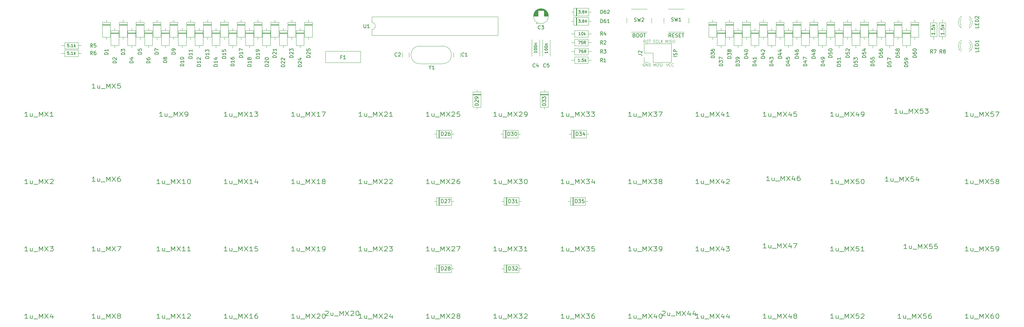
<source format=gbr>
G04 #@! TF.GenerationSoftware,KiCad,Pcbnew,(5.1.10-1-10_14)*
G04 #@! TF.CreationDate,2021-08-12T16:16:49+02:00*
G04 #@! TF.ProjectId,juliet-ortho,6a756c69-6574-42d6-9f72-74686f2e6b69,1*
G04 #@! TF.SameCoordinates,Original*
G04 #@! TF.FileFunction,Legend,Top*
G04 #@! TF.FilePolarity,Positive*
%FSLAX46Y46*%
G04 Gerber Fmt 4.6, Leading zero omitted, Abs format (unit mm)*
G04 Created by KiCad (PCBNEW (5.1.10-1-10_14)) date 2021-08-12 16:16:49*
%MOMM*%
%LPD*%
G01*
G04 APERTURE LIST*
%ADD10C,0.100000*%
%ADD11C,0.150000*%
%ADD12C,0.120000*%
%ADD13C,0.203200*%
G04 APERTURE END LIST*
D10*
X196232351Y-67036904D02*
X196232351Y-66236904D01*
X196499017Y-66808333D01*
X196765684Y-66236904D01*
X196765684Y-67036904D01*
X197146636Y-67036904D02*
X197146636Y-66236904D01*
X197489494Y-66998809D02*
X197603779Y-67036904D01*
X197794255Y-67036904D01*
X197870446Y-66998809D01*
X197908541Y-66960714D01*
X197946636Y-66884523D01*
X197946636Y-66808333D01*
X197908541Y-66732142D01*
X197870446Y-66694047D01*
X197794255Y-66655952D01*
X197641875Y-66617857D01*
X197565684Y-66579761D01*
X197527589Y-66541666D01*
X197489494Y-66465476D01*
X197489494Y-66389285D01*
X197527589Y-66313095D01*
X197565684Y-66275000D01*
X197641875Y-66236904D01*
X197832351Y-66236904D01*
X197946636Y-66275000D01*
X198441875Y-66236904D02*
X198594255Y-66236904D01*
X198670446Y-66275000D01*
X198746636Y-66351190D01*
X198784732Y-66503571D01*
X198784732Y-66770238D01*
X198746636Y-66922619D01*
X198670446Y-66998809D01*
X198594255Y-67036904D01*
X198441875Y-67036904D01*
X198365684Y-66998809D01*
X198289494Y-66922619D01*
X198251398Y-66770238D01*
X198251398Y-66503571D01*
X198289494Y-66351190D01*
X198365684Y-66275000D01*
X198441875Y-66236904D01*
X192719494Y-66998809D02*
X192833779Y-67036904D01*
X193024255Y-67036904D01*
X193100446Y-66998809D01*
X193138541Y-66960714D01*
X193176636Y-66884523D01*
X193176636Y-66808333D01*
X193138541Y-66732142D01*
X193100446Y-66694047D01*
X193024255Y-66655952D01*
X192871875Y-66617857D01*
X192795684Y-66579761D01*
X192757589Y-66541666D01*
X192719494Y-66465476D01*
X192719494Y-66389285D01*
X192757589Y-66313095D01*
X192795684Y-66275000D01*
X192871875Y-66236904D01*
X193062351Y-66236904D01*
X193176636Y-66275000D01*
X193976636Y-66960714D02*
X193938541Y-66998809D01*
X193824255Y-67036904D01*
X193748065Y-67036904D01*
X193633779Y-66998809D01*
X193557589Y-66922619D01*
X193519494Y-66846428D01*
X193481398Y-66694047D01*
X193481398Y-66579761D01*
X193519494Y-66427380D01*
X193557589Y-66351190D01*
X193633779Y-66275000D01*
X193748065Y-66236904D01*
X193824255Y-66236904D01*
X193938541Y-66275000D01*
X193976636Y-66313095D01*
X194700446Y-67036904D02*
X194319494Y-67036904D01*
X194319494Y-66236904D01*
X194967113Y-67036904D02*
X194967113Y-66236904D01*
X195424255Y-67036904D02*
X195081398Y-66579761D01*
X195424255Y-66236904D02*
X194967113Y-66694047D01*
X192814732Y-73704404D02*
X192814732Y-72904404D01*
X193081398Y-73475833D01*
X193348065Y-72904404D01*
X193348065Y-73704404D01*
X193881398Y-72904404D02*
X194033779Y-72904404D01*
X194109970Y-72942500D01*
X194186160Y-73018690D01*
X194224255Y-73171071D01*
X194224255Y-73437738D01*
X194186160Y-73590119D01*
X194109970Y-73666309D01*
X194033779Y-73704404D01*
X193881398Y-73704404D01*
X193805208Y-73666309D01*
X193729017Y-73590119D01*
X193690922Y-73437738D01*
X193690922Y-73171071D01*
X193729017Y-73018690D01*
X193805208Y-72942500D01*
X193881398Y-72904404D01*
X194529017Y-73666309D02*
X194643303Y-73704404D01*
X194833779Y-73704404D01*
X194909970Y-73666309D01*
X194948065Y-73628214D01*
X194986160Y-73552023D01*
X194986160Y-73475833D01*
X194948065Y-73399642D01*
X194909970Y-73361547D01*
X194833779Y-73323452D01*
X194681398Y-73285357D01*
X194605208Y-73247261D01*
X194567113Y-73209166D01*
X194529017Y-73132976D01*
X194529017Y-73056785D01*
X194567113Y-72980595D01*
X194605208Y-72942500D01*
X194681398Y-72904404D01*
X194871875Y-72904404D01*
X194986160Y-72942500D01*
X195329017Y-73704404D02*
X195329017Y-72904404D01*
X196356190Y-72904404D02*
X196622857Y-73704404D01*
X196889523Y-72904404D01*
X197613333Y-73628214D02*
X197575238Y-73666309D01*
X197460952Y-73704404D01*
X197384761Y-73704404D01*
X197270476Y-73666309D01*
X197194285Y-73590119D01*
X197156190Y-73513928D01*
X197118095Y-73361547D01*
X197118095Y-73247261D01*
X197156190Y-73094880D01*
X197194285Y-73018690D01*
X197270476Y-72942500D01*
X197384761Y-72904404D01*
X197460952Y-72904404D01*
X197575238Y-72942500D01*
X197613333Y-72980595D01*
X198413333Y-73628214D02*
X198375238Y-73666309D01*
X198260952Y-73704404D01*
X198184761Y-73704404D01*
X198070476Y-73666309D01*
X197994285Y-73590119D01*
X197956190Y-73513928D01*
X197918095Y-73361547D01*
X197918095Y-73247261D01*
X197956190Y-73094880D01*
X197994285Y-73018690D01*
X198070476Y-72942500D01*
X198184761Y-72904404D01*
X198260952Y-72904404D01*
X198375238Y-72942500D01*
X198413333Y-72980595D01*
X190273303Y-72942500D02*
X190197113Y-72904404D01*
X190082827Y-72904404D01*
X189968541Y-72942500D01*
X189892351Y-73018690D01*
X189854255Y-73094880D01*
X189816160Y-73247261D01*
X189816160Y-73361547D01*
X189854255Y-73513928D01*
X189892351Y-73590119D01*
X189968541Y-73666309D01*
X190082827Y-73704404D01*
X190159017Y-73704404D01*
X190273303Y-73666309D01*
X190311398Y-73628214D01*
X190311398Y-73361547D01*
X190159017Y-73361547D01*
X190654255Y-73704404D02*
X190654255Y-72904404D01*
X191111398Y-73704404D01*
X191111398Y-72904404D01*
X191492351Y-73704404D02*
X191492351Y-72904404D01*
X191682827Y-72904404D01*
X191797113Y-72942500D01*
X191873303Y-73018690D01*
X191911398Y-73094880D01*
X191949494Y-73247261D01*
X191949494Y-73361547D01*
X191911398Y-73513928D01*
X191873303Y-73590119D01*
X191797113Y-73666309D01*
X191682827Y-73704404D01*
X191492351Y-73704404D01*
X190538499Y-67036904D02*
X190271832Y-66655952D01*
X190081356Y-67036904D02*
X190081356Y-66236904D01*
X190386118Y-66236904D01*
X190462309Y-66275000D01*
X190500404Y-66313095D01*
X190538499Y-66389285D01*
X190538499Y-66503571D01*
X190500404Y-66579761D01*
X190462309Y-66617857D01*
X190386118Y-66655952D01*
X190081356Y-66655952D01*
X190843261Y-66998809D02*
X190957547Y-67036904D01*
X191148023Y-67036904D01*
X191224213Y-66998809D01*
X191262309Y-66960714D01*
X191300404Y-66884523D01*
X191300404Y-66808333D01*
X191262309Y-66732142D01*
X191224213Y-66694047D01*
X191148023Y-66655952D01*
X190995642Y-66617857D01*
X190919451Y-66579761D01*
X190881356Y-66541666D01*
X190843261Y-66465476D01*
X190843261Y-66389285D01*
X190881356Y-66313095D01*
X190919451Y-66275000D01*
X190995642Y-66236904D01*
X191186118Y-66236904D01*
X191300404Y-66275000D01*
X191528975Y-66236904D02*
X191986118Y-66236904D01*
X191757547Y-67036904D02*
X191757547Y-66236904D01*
D11*
X199455717Y-70984940D02*
X198455717Y-70984940D01*
X199408098Y-70556369D02*
X199455717Y-70413511D01*
X199455717Y-70175416D01*
X199408098Y-70080178D01*
X199360479Y-70032559D01*
X199265241Y-69984940D01*
X199170003Y-69984940D01*
X199074765Y-70032559D01*
X199027146Y-70080178D01*
X198979527Y-70175416D01*
X198931908Y-70365892D01*
X198884289Y-70461130D01*
X198836670Y-70508750D01*
X198741432Y-70556369D01*
X198646194Y-70556369D01*
X198550956Y-70508750D01*
X198503337Y-70461130D01*
X198455717Y-70365892D01*
X198455717Y-70127797D01*
X198503337Y-69984940D01*
X199455717Y-69556369D02*
X198455717Y-69556369D01*
X198455717Y-69175416D01*
X198503337Y-69080178D01*
X198550956Y-69032559D01*
X198646194Y-68984940D01*
X198789051Y-68984940D01*
X198884289Y-69032559D01*
X198931908Y-69080178D01*
X198979527Y-69175416D01*
X198979527Y-69556369D01*
D12*
X236863750Y-63602500D02*
X234623750Y-63602500D01*
X234623750Y-63602500D02*
X234623750Y-67842500D01*
X234623750Y-67842500D02*
X236863750Y-67842500D01*
X236863750Y-67842500D02*
X236863750Y-63602500D01*
X235743750Y-62952500D02*
X235743750Y-63602500D01*
X235743750Y-68492500D02*
X235743750Y-67842500D01*
X236863750Y-64322500D02*
X234623750Y-64322500D01*
X236863750Y-64442500D02*
X234623750Y-64442500D01*
X236863750Y-64202500D02*
X234623750Y-64202500D01*
X213051250Y-63602500D02*
X210811250Y-63602500D01*
X210811250Y-63602500D02*
X210811250Y-67842500D01*
X210811250Y-67842500D02*
X213051250Y-67842500D01*
X213051250Y-67842500D02*
X213051250Y-63602500D01*
X211931250Y-62952500D02*
X211931250Y-63602500D01*
X211931250Y-68492500D02*
X211931250Y-67842500D01*
X213051250Y-64322500D02*
X210811250Y-64322500D01*
X213051250Y-64442500D02*
X210811250Y-64442500D01*
X213051250Y-64202500D02*
X210811250Y-64202500D01*
X248770000Y-61221250D02*
X246530000Y-61221250D01*
X246530000Y-61221250D02*
X246530000Y-65461250D01*
X246530000Y-65461250D02*
X248770000Y-65461250D01*
X248770000Y-65461250D02*
X248770000Y-61221250D01*
X247650000Y-60571250D02*
X247650000Y-61221250D01*
X247650000Y-66111250D02*
X247650000Y-65461250D01*
X248770000Y-61941250D02*
X246530000Y-61941250D01*
X248770000Y-62061250D02*
X246530000Y-62061250D01*
X248770000Y-61821250D02*
X246530000Y-61821250D01*
X227338750Y-64202500D02*
X225098750Y-64202500D01*
X227338750Y-64442500D02*
X225098750Y-64442500D01*
X227338750Y-64322500D02*
X225098750Y-64322500D01*
X226218750Y-68492500D02*
X226218750Y-67842500D01*
X226218750Y-62952500D02*
X226218750Y-63602500D01*
X227338750Y-67842500D02*
X227338750Y-63602500D01*
X225098750Y-67842500D02*
X227338750Y-67842500D01*
X225098750Y-63602500D02*
X225098750Y-67842500D01*
X227338750Y-63602500D02*
X225098750Y-63602500D01*
X65413750Y-63602500D02*
X63173750Y-63602500D01*
X63173750Y-63602500D02*
X63173750Y-67842500D01*
X63173750Y-67842500D02*
X65413750Y-67842500D01*
X65413750Y-67842500D02*
X65413750Y-63602500D01*
X64293750Y-62952500D02*
X64293750Y-63602500D01*
X64293750Y-68492500D02*
X64293750Y-67842500D01*
X65413750Y-64322500D02*
X63173750Y-64322500D01*
X65413750Y-64442500D02*
X63173750Y-64442500D01*
X65413750Y-64202500D02*
X63173750Y-64202500D01*
X170482500Y-63580000D02*
X170482500Y-65420000D01*
X170482500Y-65420000D02*
X174322500Y-65420000D01*
X174322500Y-65420000D02*
X174322500Y-63580000D01*
X174322500Y-63580000D02*
X170482500Y-63580000D01*
X169532500Y-64500000D02*
X170482500Y-64500000D01*
X175272500Y-64500000D02*
X174322500Y-64500000D01*
X174322500Y-67920000D02*
X174322500Y-66080000D01*
X174322500Y-66080000D02*
X170482500Y-66080000D01*
X170482500Y-66080000D02*
X170482500Y-67920000D01*
X170482500Y-67920000D02*
X174322500Y-67920000D01*
X175272500Y-67000000D02*
X174322500Y-67000000D01*
X169532500Y-67000000D02*
X170482500Y-67000000D01*
X100060000Y-69453250D02*
X109960000Y-69453250D01*
X100060000Y-72653250D02*
X109940000Y-72653250D01*
X100060000Y-69453250D02*
X100060000Y-72653250D01*
X109960000Y-69453250D02*
X109960000Y-72653250D01*
X70176250Y-64202500D02*
X67936250Y-64202500D01*
X70176250Y-64442500D02*
X67936250Y-64442500D01*
X70176250Y-64322500D02*
X67936250Y-64322500D01*
X69056250Y-68492500D02*
X69056250Y-67842500D01*
X69056250Y-62952500D02*
X69056250Y-63602500D01*
X70176250Y-67842500D02*
X70176250Y-63602500D01*
X67936250Y-67842500D02*
X70176250Y-67842500D01*
X67936250Y-63602500D02*
X67936250Y-67842500D01*
X70176250Y-63602500D02*
X67936250Y-63602500D01*
X46363750Y-64202500D02*
X44123750Y-64202500D01*
X46363750Y-64442500D02*
X44123750Y-64442500D01*
X46363750Y-64322500D02*
X44123750Y-64322500D01*
X45243750Y-68492500D02*
X45243750Y-67842500D01*
X45243750Y-62952500D02*
X45243750Y-63602500D01*
X46363750Y-67842500D02*
X46363750Y-63602500D01*
X44123750Y-67842500D02*
X46363750Y-67842500D01*
X44123750Y-63602500D02*
X44123750Y-67842500D01*
X46363750Y-63602500D02*
X44123750Y-63602500D01*
X229720000Y-61821250D02*
X227480000Y-61821250D01*
X229720000Y-62061250D02*
X227480000Y-62061250D01*
X229720000Y-61941250D02*
X227480000Y-61941250D01*
X228600000Y-66111250D02*
X228600000Y-65461250D01*
X228600000Y-60571250D02*
X228600000Y-61221250D01*
X229720000Y-65461250D02*
X229720000Y-61221250D01*
X227480000Y-65461250D02*
X229720000Y-65461250D01*
X227480000Y-61221250D02*
X227480000Y-65461250D01*
X229720000Y-61221250D02*
X227480000Y-61221250D01*
X96370000Y-61221250D02*
X94130000Y-61221250D01*
X94130000Y-61221250D02*
X94130000Y-65461250D01*
X94130000Y-65461250D02*
X96370000Y-65461250D01*
X96370000Y-65461250D02*
X96370000Y-61221250D01*
X95250000Y-60571250D02*
X95250000Y-61221250D01*
X95250000Y-66111250D02*
X95250000Y-65461250D01*
X96370000Y-61941250D02*
X94130000Y-61941250D01*
X96370000Y-62061250D02*
X94130000Y-62061250D01*
X96370000Y-61821250D02*
X94130000Y-61821250D01*
X159605000Y-61565426D02*
X160005000Y-61565426D01*
X159805000Y-61765426D02*
X159805000Y-61365426D01*
X160630000Y-57414625D02*
X161370000Y-57414625D01*
X160463000Y-57454625D02*
X161537000Y-57454625D01*
X160336000Y-57494625D02*
X161664000Y-57494625D01*
X160232000Y-57534625D02*
X161768000Y-57534625D01*
X160141000Y-57574625D02*
X161859000Y-57574625D01*
X160060000Y-57614625D02*
X161940000Y-57614625D01*
X159987000Y-57654625D02*
X162013000Y-57654625D01*
X159920000Y-57694625D02*
X162080000Y-57694625D01*
X159858000Y-57734625D02*
X162142000Y-57734625D01*
X159800000Y-57774625D02*
X162200000Y-57774625D01*
X159746000Y-57814625D02*
X162254000Y-57814625D01*
X159696000Y-57854625D02*
X162304000Y-57854625D01*
X159649000Y-57894625D02*
X162351000Y-57894625D01*
X161840000Y-57934625D02*
X162396000Y-57934625D01*
X159604000Y-57934625D02*
X160160000Y-57934625D01*
X161840000Y-57974625D02*
X162438000Y-57974625D01*
X159562000Y-57974625D02*
X160160000Y-57974625D01*
X161840000Y-58014625D02*
X162478000Y-58014625D01*
X159522000Y-58014625D02*
X160160000Y-58014625D01*
X161840000Y-58054625D02*
X162516000Y-58054625D01*
X159484000Y-58054625D02*
X160160000Y-58054625D01*
X161840000Y-58094625D02*
X162552000Y-58094625D01*
X159448000Y-58094625D02*
X160160000Y-58094625D01*
X161840000Y-58134625D02*
X162587000Y-58134625D01*
X159413000Y-58134625D02*
X160160000Y-58134625D01*
X161840000Y-58174625D02*
X162619000Y-58174625D01*
X159381000Y-58174625D02*
X160160000Y-58174625D01*
X161840000Y-58214625D02*
X162650000Y-58214625D01*
X159350000Y-58214625D02*
X160160000Y-58214625D01*
X161840000Y-58254625D02*
X162680000Y-58254625D01*
X159320000Y-58254625D02*
X160160000Y-58254625D01*
X161840000Y-58294625D02*
X162708000Y-58294625D01*
X159292000Y-58294625D02*
X160160000Y-58294625D01*
X161840000Y-58334625D02*
X162735000Y-58334625D01*
X159265000Y-58334625D02*
X160160000Y-58334625D01*
X161840000Y-58374625D02*
X162760000Y-58374625D01*
X159240000Y-58374625D02*
X160160000Y-58374625D01*
X161840000Y-58414625D02*
X162785000Y-58414625D01*
X159215000Y-58414625D02*
X160160000Y-58414625D01*
X161840000Y-58454625D02*
X162808000Y-58454625D01*
X159192000Y-58454625D02*
X160160000Y-58454625D01*
X161840000Y-58494625D02*
X162830000Y-58494625D01*
X159170000Y-58494625D02*
X160160000Y-58494625D01*
X161840000Y-58534625D02*
X162851000Y-58534625D01*
X159149000Y-58534625D02*
X160160000Y-58534625D01*
X161840000Y-58574625D02*
X162870000Y-58574625D01*
X159130000Y-58574625D02*
X160160000Y-58574625D01*
X161840000Y-58614625D02*
X162889000Y-58614625D01*
X159111000Y-58614625D02*
X160160000Y-58614625D01*
X161840000Y-58654625D02*
X162907000Y-58654625D01*
X159093000Y-58654625D02*
X160160000Y-58654625D01*
X161840000Y-58694625D02*
X162924000Y-58694625D01*
X159076000Y-58694625D02*
X160160000Y-58694625D01*
X161840000Y-58734625D02*
X162940000Y-58734625D01*
X159060000Y-58734625D02*
X160160000Y-58734625D01*
X161840000Y-58774625D02*
X162954000Y-58774625D01*
X159046000Y-58774625D02*
X160160000Y-58774625D01*
X161840000Y-58815625D02*
X162968000Y-58815625D01*
X159032000Y-58815625D02*
X160160000Y-58815625D01*
X161840000Y-58855625D02*
X162982000Y-58855625D01*
X159018000Y-58855625D02*
X160160000Y-58855625D01*
X161840000Y-58895625D02*
X162994000Y-58895625D01*
X159006000Y-58895625D02*
X160160000Y-58895625D01*
X161840000Y-58935625D02*
X163005000Y-58935625D01*
X158995000Y-58935625D02*
X160160000Y-58935625D01*
X161840000Y-58975625D02*
X163016000Y-58975625D01*
X158984000Y-58975625D02*
X160160000Y-58975625D01*
X161840000Y-59015625D02*
X163025000Y-59015625D01*
X158975000Y-59015625D02*
X160160000Y-59015625D01*
X161840000Y-59055625D02*
X163034000Y-59055625D01*
X158966000Y-59055625D02*
X160160000Y-59055625D01*
X161840000Y-59095625D02*
X163042000Y-59095625D01*
X158958000Y-59095625D02*
X160160000Y-59095625D01*
X161840000Y-59135625D02*
X163050000Y-59135625D01*
X158950000Y-59135625D02*
X160160000Y-59135625D01*
X161840000Y-59175625D02*
X163056000Y-59175625D01*
X158944000Y-59175625D02*
X160160000Y-59175625D01*
X161840000Y-59215625D02*
X163062000Y-59215625D01*
X158938000Y-59215625D02*
X160160000Y-59215625D01*
X161840000Y-59255625D02*
X163067000Y-59255625D01*
X158933000Y-59255625D02*
X160160000Y-59255625D01*
X161840000Y-59295625D02*
X163071000Y-59295625D01*
X158929000Y-59295625D02*
X160160000Y-59295625D01*
X161840000Y-59335625D02*
X163074000Y-59335625D01*
X158926000Y-59335625D02*
X160160000Y-59335625D01*
X161840000Y-59375625D02*
X163077000Y-59375625D01*
X158923000Y-59375625D02*
X160160000Y-59375625D01*
X158921000Y-59415625D02*
X160160000Y-59415625D01*
X161840000Y-59415625D02*
X163079000Y-59415625D01*
X158920000Y-59455625D02*
X160160000Y-59455625D01*
X161840000Y-59455625D02*
X163080000Y-59455625D01*
X158920000Y-59495625D02*
X160160000Y-59495625D01*
X161840000Y-59495625D02*
X163080000Y-59495625D01*
X163120000Y-59495625D02*
G75*
G03*
X163120000Y-59495625I-2120000J0D01*
G01*
X158445000Y-70770000D02*
X158430000Y-70770000D01*
X160570000Y-70770000D02*
X160555000Y-70770000D01*
X158445000Y-66230000D02*
X158430000Y-66230000D01*
X160570000Y-66230000D02*
X160555000Y-66230000D01*
X158430000Y-66230000D02*
X158430000Y-70770000D01*
X160570000Y-66230000D02*
X160570000Y-70770000D01*
X163570000Y-66230000D02*
X163570000Y-70770000D01*
X161430000Y-66230000D02*
X161430000Y-70770000D01*
X163570000Y-66230000D02*
X163555000Y-66230000D01*
X161445000Y-66230000D02*
X161430000Y-66230000D01*
X163570000Y-70770000D02*
X163555000Y-70770000D01*
X161445000Y-70770000D02*
X161430000Y-70770000D01*
X138170000Y-69871000D02*
X138170000Y-71129000D01*
X136330000Y-69871000D02*
X136330000Y-71129000D01*
X121830000Y-69871000D02*
X121830000Y-71129000D01*
X123670000Y-69871000D02*
X123670000Y-71129000D01*
X190122500Y-72529375D02*
X190122500Y-71199375D01*
X191452500Y-72529375D02*
X190122500Y-72529375D01*
X190122500Y-69929375D02*
X190122500Y-67329375D01*
X192722500Y-69929375D02*
X190122500Y-69929375D01*
X192722500Y-72529375D02*
X192722500Y-69929375D01*
X190122500Y-67329375D02*
X197862500Y-67329375D01*
X192722500Y-72529375D02*
X197862500Y-72529375D01*
X197862500Y-72529375D02*
X197862500Y-67329375D01*
X279907500Y-66385000D02*
X279751500Y-66385000D01*
X282223500Y-66385000D02*
X282067500Y-66385000D01*
X282066108Y-69617335D02*
G75*
G03*
X282223016Y-66385000I-1078608J1672335D01*
G01*
X279908892Y-69617335D02*
G75*
G02*
X279751984Y-66385000I1078608J1672335D01*
G01*
X282067337Y-68986130D02*
G75*
G03*
X282067500Y-66904039I-1079837J1041130D01*
G01*
X279907663Y-68986130D02*
G75*
G02*
X279907500Y-66904039I1079837J1041130D01*
G01*
X195750000Y-60000000D02*
X195750000Y-61500000D01*
X197000000Y-64000000D02*
X201500000Y-64000000D01*
X202750000Y-61500000D02*
X202750000Y-60000000D01*
X201500000Y-57500000D02*
X197000000Y-57500000D01*
X191000000Y-57500000D02*
X186500000Y-57500000D01*
X192250000Y-61500000D02*
X192250000Y-60000000D01*
X186500000Y-64000000D02*
X191000000Y-64000000D01*
X185250000Y-60000000D02*
X185250000Y-61500000D01*
X126757500Y-73010000D02*
X133157500Y-73010000D01*
X126757500Y-67960000D02*
X133157500Y-67960000D01*
X126757500Y-73010000D02*
G75*
G02*
X126757500Y-67960000I0J2525000D01*
G01*
X133157500Y-73010000D02*
G75*
G03*
X133157500Y-67960000I0J2525000D01*
G01*
X113150000Y-59660000D02*
X113150000Y-61310000D01*
X148830000Y-59660000D02*
X113150000Y-59660000D01*
X148830000Y-64960000D02*
X148830000Y-59660000D01*
X113150000Y-64960000D02*
X148830000Y-64960000D01*
X113150000Y-63310000D02*
X113150000Y-64960000D01*
X113150000Y-61310000D02*
G75*
G02*
X113150000Y-63310000I0J-1000000D01*
G01*
X170882500Y-59840000D02*
X170882500Y-62080000D01*
X171122500Y-59840000D02*
X171122500Y-62080000D01*
X171002500Y-59840000D02*
X171002500Y-62080000D01*
X175172500Y-60960000D02*
X174522500Y-60960000D01*
X169632500Y-60960000D02*
X170282500Y-60960000D01*
X174522500Y-59840000D02*
X170282500Y-59840000D01*
X174522500Y-62080000D02*
X174522500Y-59840000D01*
X170282500Y-62080000D02*
X174522500Y-62080000D01*
X170282500Y-59840000D02*
X170282500Y-62080000D01*
X170282500Y-57220625D02*
X170282500Y-59460625D01*
X170282500Y-59460625D02*
X174522500Y-59460625D01*
X174522500Y-59460625D02*
X174522500Y-57220625D01*
X174522500Y-57220625D02*
X170282500Y-57220625D01*
X169632500Y-58340625D02*
X170282500Y-58340625D01*
X175172500Y-58340625D02*
X174522500Y-58340625D01*
X171002500Y-57220625D02*
X171002500Y-59460625D01*
X171122500Y-57220625D02*
X171122500Y-59460625D01*
X170882500Y-57220625D02*
X170882500Y-59460625D01*
X39220000Y-61821250D02*
X36980000Y-61821250D01*
X39220000Y-62061250D02*
X36980000Y-62061250D01*
X39220000Y-61941250D02*
X36980000Y-61941250D01*
X38100000Y-66111250D02*
X38100000Y-65461250D01*
X38100000Y-60571250D02*
X38100000Y-61221250D01*
X39220000Y-65461250D02*
X39220000Y-61221250D01*
X36980000Y-65461250D02*
X39220000Y-65461250D01*
X36980000Y-61221250D02*
X36980000Y-65461250D01*
X39220000Y-61221250D02*
X36980000Y-61221250D01*
X58270000Y-61821250D02*
X56030000Y-61821250D01*
X58270000Y-62061250D02*
X56030000Y-62061250D01*
X58270000Y-61941250D02*
X56030000Y-61941250D01*
X57150000Y-66111250D02*
X57150000Y-65461250D01*
X57150000Y-60571250D02*
X57150000Y-61221250D01*
X58270000Y-65461250D02*
X58270000Y-61221250D01*
X56030000Y-65461250D02*
X58270000Y-65461250D01*
X56030000Y-61221250D02*
X56030000Y-65461250D01*
X58270000Y-61221250D02*
X56030000Y-61221250D01*
X77320000Y-61221250D02*
X75080000Y-61221250D01*
X75080000Y-61221250D02*
X75080000Y-65461250D01*
X75080000Y-65461250D02*
X77320000Y-65461250D01*
X77320000Y-65461250D02*
X77320000Y-61221250D01*
X76200000Y-60571250D02*
X76200000Y-61221250D01*
X76200000Y-66111250D02*
X76200000Y-65461250D01*
X77320000Y-61941250D02*
X75080000Y-61941250D01*
X77320000Y-62061250D02*
X75080000Y-62061250D01*
X77320000Y-61821250D02*
X75080000Y-61821250D01*
X163045000Y-81585625D02*
X160805000Y-81585625D01*
X163045000Y-81825625D02*
X160805000Y-81825625D01*
X163045000Y-81705625D02*
X160805000Y-81705625D01*
X161925000Y-85875625D02*
X161925000Y-85225625D01*
X161925000Y-80335625D02*
X161925000Y-80985625D01*
X163045000Y-85225625D02*
X163045000Y-80985625D01*
X160805000Y-85225625D02*
X163045000Y-85225625D01*
X160805000Y-80985625D02*
X160805000Y-85225625D01*
X163045000Y-80985625D02*
X160805000Y-80985625D01*
X222576250Y-64202500D02*
X220336250Y-64202500D01*
X222576250Y-64442500D02*
X220336250Y-64442500D01*
X222576250Y-64322500D02*
X220336250Y-64322500D01*
X221456250Y-68492500D02*
X221456250Y-67842500D01*
X221456250Y-62952500D02*
X221456250Y-63602500D01*
X222576250Y-67842500D02*
X222576250Y-63602500D01*
X220336250Y-67842500D02*
X222576250Y-67842500D01*
X220336250Y-63602500D02*
X220336250Y-67842500D01*
X222576250Y-63602500D02*
X220336250Y-63602500D01*
X253532500Y-61221250D02*
X251292500Y-61221250D01*
X251292500Y-61221250D02*
X251292500Y-65461250D01*
X251292500Y-65461250D02*
X253532500Y-65461250D01*
X253532500Y-65461250D02*
X253532500Y-61221250D01*
X252412500Y-60571250D02*
X252412500Y-61221250D01*
X252412500Y-66111250D02*
X252412500Y-65461250D01*
X253532500Y-61941250D02*
X251292500Y-61941250D01*
X253532500Y-62061250D02*
X251292500Y-62061250D01*
X253532500Y-61821250D02*
X251292500Y-61821250D01*
X41601250Y-64202500D02*
X39361250Y-64202500D01*
X41601250Y-64442500D02*
X39361250Y-64442500D01*
X41601250Y-64322500D02*
X39361250Y-64322500D01*
X40481250Y-68492500D02*
X40481250Y-67842500D01*
X40481250Y-62952500D02*
X40481250Y-63602500D01*
X41601250Y-67842500D02*
X41601250Y-63602500D01*
X39361250Y-67842500D02*
X41601250Y-67842500D01*
X39361250Y-63602500D02*
X39361250Y-67842500D01*
X41601250Y-63602500D02*
X39361250Y-63602500D01*
X60651250Y-64202500D02*
X58411250Y-64202500D01*
X60651250Y-64442500D02*
X58411250Y-64442500D01*
X60651250Y-64322500D02*
X58411250Y-64322500D01*
X59531250Y-68492500D02*
X59531250Y-67842500D01*
X59531250Y-62952500D02*
X59531250Y-63602500D01*
X60651250Y-67842500D02*
X60651250Y-63602500D01*
X58411250Y-67842500D02*
X60651250Y-67842500D01*
X58411250Y-63602500D02*
X58411250Y-67842500D01*
X60651250Y-63602500D02*
X58411250Y-63602500D01*
X79701250Y-63602500D02*
X77461250Y-63602500D01*
X77461250Y-63602500D02*
X77461250Y-67842500D01*
X77461250Y-67842500D02*
X79701250Y-67842500D01*
X79701250Y-67842500D02*
X79701250Y-63602500D01*
X78581250Y-62952500D02*
X78581250Y-63602500D01*
X78581250Y-68492500D02*
X78581250Y-67842500D01*
X79701250Y-64322500D02*
X77461250Y-64322500D01*
X79701250Y-64442500D02*
X77461250Y-64442500D01*
X79701250Y-64202500D02*
X77461250Y-64202500D01*
X131468125Y-91748750D02*
X131468125Y-93988750D01*
X131468125Y-93988750D02*
X135708125Y-93988750D01*
X135708125Y-93988750D02*
X135708125Y-91748750D01*
X135708125Y-91748750D02*
X131468125Y-91748750D01*
X130818125Y-92868750D02*
X131468125Y-92868750D01*
X136358125Y-92868750D02*
X135708125Y-92868750D01*
X132188125Y-91748750D02*
X132188125Y-93988750D01*
X132308125Y-91748750D02*
X132308125Y-93988750D01*
X132068125Y-91748750D02*
X132068125Y-93988750D01*
X170168125Y-91748750D02*
X170168125Y-93988750D01*
X170408125Y-91748750D02*
X170408125Y-93988750D01*
X170288125Y-91748750D02*
X170288125Y-93988750D01*
X174458125Y-92868750D02*
X173808125Y-92868750D01*
X168918125Y-92868750D02*
X169568125Y-92868750D01*
X173808125Y-91748750D02*
X169568125Y-91748750D01*
X173808125Y-93988750D02*
X173808125Y-91748750D01*
X169568125Y-93988750D02*
X173808125Y-93988750D01*
X169568125Y-91748750D02*
X169568125Y-93988750D01*
X224957500Y-61221250D02*
X222717500Y-61221250D01*
X222717500Y-61221250D02*
X222717500Y-65461250D01*
X222717500Y-65461250D02*
X224957500Y-65461250D01*
X224957500Y-65461250D02*
X224957500Y-61221250D01*
X223837500Y-60571250D02*
X223837500Y-61221250D01*
X223837500Y-66111250D02*
X223837500Y-65461250D01*
X224957500Y-61941250D02*
X222717500Y-61941250D01*
X224957500Y-62061250D02*
X222717500Y-62061250D01*
X224957500Y-61821250D02*
X222717500Y-61821250D01*
X241626250Y-64202500D02*
X239386250Y-64202500D01*
X241626250Y-64442500D02*
X239386250Y-64442500D01*
X241626250Y-64322500D02*
X239386250Y-64322500D01*
X240506250Y-68492500D02*
X240506250Y-67842500D01*
X240506250Y-62952500D02*
X240506250Y-63602500D01*
X241626250Y-67842500D02*
X241626250Y-63602500D01*
X239386250Y-67842500D02*
X241626250Y-67842500D01*
X239386250Y-63602500D02*
X239386250Y-67842500D01*
X241626250Y-63602500D02*
X239386250Y-63602500D01*
X255913750Y-64202500D02*
X253673750Y-64202500D01*
X255913750Y-64442500D02*
X253673750Y-64442500D01*
X255913750Y-64322500D02*
X253673750Y-64322500D01*
X254793750Y-68492500D02*
X254793750Y-67842500D01*
X254793750Y-62952500D02*
X254793750Y-63602500D01*
X255913750Y-67842500D02*
X255913750Y-63602500D01*
X253673750Y-67842500D02*
X255913750Y-67842500D01*
X253673750Y-63602500D02*
X253673750Y-67842500D01*
X255913750Y-63602500D02*
X253673750Y-63602500D01*
X43982500Y-61221250D02*
X41742500Y-61221250D01*
X41742500Y-61221250D02*
X41742500Y-65461250D01*
X41742500Y-65461250D02*
X43982500Y-65461250D01*
X43982500Y-65461250D02*
X43982500Y-61221250D01*
X42862500Y-60571250D02*
X42862500Y-61221250D01*
X42862500Y-66111250D02*
X42862500Y-65461250D01*
X43982500Y-61941250D02*
X41742500Y-61941250D01*
X43982500Y-62061250D02*
X41742500Y-62061250D01*
X43982500Y-61821250D02*
X41742500Y-61821250D01*
X63032500Y-61221250D02*
X60792500Y-61221250D01*
X60792500Y-61221250D02*
X60792500Y-65461250D01*
X60792500Y-65461250D02*
X63032500Y-65461250D01*
X63032500Y-65461250D02*
X63032500Y-61221250D01*
X61912500Y-60571250D02*
X61912500Y-61221250D01*
X61912500Y-66111250D02*
X61912500Y-65461250D01*
X63032500Y-61941250D02*
X60792500Y-61941250D01*
X63032500Y-62061250D02*
X60792500Y-62061250D01*
X63032500Y-61821250D02*
X60792500Y-61821250D01*
X82082500Y-61221250D02*
X79842500Y-61221250D01*
X79842500Y-61221250D02*
X79842500Y-65461250D01*
X79842500Y-65461250D02*
X82082500Y-65461250D01*
X82082500Y-65461250D02*
X82082500Y-61221250D01*
X80962500Y-60571250D02*
X80962500Y-61221250D01*
X80962500Y-66111250D02*
X80962500Y-65461250D01*
X82082500Y-61941250D02*
X79842500Y-61941250D01*
X82082500Y-62061250D02*
X79842500Y-62061250D01*
X82082500Y-61821250D02*
X79842500Y-61821250D01*
X132068125Y-110798750D02*
X132068125Y-113038750D01*
X132308125Y-110798750D02*
X132308125Y-113038750D01*
X132188125Y-110798750D02*
X132188125Y-113038750D01*
X136358125Y-111918750D02*
X135708125Y-111918750D01*
X130818125Y-111918750D02*
X131468125Y-111918750D01*
X135708125Y-110798750D02*
X131468125Y-110798750D01*
X135708125Y-113038750D02*
X135708125Y-110798750D01*
X131468125Y-113038750D02*
X135708125Y-113038750D01*
X131468125Y-110798750D02*
X131468125Y-113038750D01*
X169930000Y-110798750D02*
X169930000Y-113038750D01*
X170170000Y-110798750D02*
X170170000Y-113038750D01*
X170050000Y-110798750D02*
X170050000Y-113038750D01*
X174220000Y-111918750D02*
X173570000Y-111918750D01*
X168680000Y-111918750D02*
X169330000Y-111918750D01*
X173570000Y-110798750D02*
X169330000Y-110798750D01*
X173570000Y-113038750D02*
X173570000Y-110798750D01*
X169330000Y-113038750D02*
X173570000Y-113038750D01*
X169330000Y-110798750D02*
X169330000Y-113038750D01*
X244007500Y-61821250D02*
X241767500Y-61821250D01*
X244007500Y-62061250D02*
X241767500Y-62061250D01*
X244007500Y-61941250D02*
X241767500Y-61941250D01*
X242887500Y-66111250D02*
X242887500Y-65461250D01*
X242887500Y-60571250D02*
X242887500Y-61221250D01*
X244007500Y-65461250D02*
X244007500Y-61221250D01*
X241767500Y-65461250D02*
X244007500Y-65461250D01*
X241767500Y-61221250D02*
X241767500Y-65461250D01*
X244007500Y-61221250D02*
X241767500Y-61221250D01*
X260676250Y-64202500D02*
X258436250Y-64202500D01*
X260676250Y-64442500D02*
X258436250Y-64442500D01*
X260676250Y-64322500D02*
X258436250Y-64322500D01*
X259556250Y-68492500D02*
X259556250Y-67842500D01*
X259556250Y-62952500D02*
X259556250Y-63602500D01*
X260676250Y-67842500D02*
X260676250Y-63602500D01*
X258436250Y-67842500D02*
X260676250Y-67842500D01*
X258436250Y-63602500D02*
X258436250Y-67842500D01*
X260676250Y-63602500D02*
X258436250Y-63602500D01*
X84463750Y-63602500D02*
X82223750Y-63602500D01*
X82223750Y-63602500D02*
X82223750Y-67842500D01*
X82223750Y-67842500D02*
X84463750Y-67842500D01*
X84463750Y-67842500D02*
X84463750Y-63602500D01*
X83343750Y-62952500D02*
X83343750Y-63602500D01*
X83343750Y-68492500D02*
X83343750Y-67842500D01*
X84463750Y-64322500D02*
X82223750Y-64322500D01*
X84463750Y-64442500D02*
X82223750Y-64442500D01*
X84463750Y-64202500D02*
X82223750Y-64202500D01*
X132068125Y-129848750D02*
X132068125Y-132088750D01*
X132308125Y-129848750D02*
X132308125Y-132088750D01*
X132188125Y-129848750D02*
X132188125Y-132088750D01*
X136358125Y-130968750D02*
X135708125Y-130968750D01*
X130818125Y-130968750D02*
X131468125Y-130968750D01*
X135708125Y-129848750D02*
X131468125Y-129848750D01*
X135708125Y-132088750D02*
X135708125Y-129848750D01*
X131468125Y-132088750D02*
X135708125Y-132088750D01*
X131468125Y-129848750D02*
X131468125Y-132088750D01*
X210670000Y-61821250D02*
X208430000Y-61821250D01*
X210670000Y-62061250D02*
X208430000Y-62061250D01*
X210670000Y-61941250D02*
X208430000Y-61941250D01*
X209550000Y-66111250D02*
X209550000Y-65461250D01*
X209550000Y-60571250D02*
X209550000Y-61221250D01*
X210670000Y-65461250D02*
X210670000Y-61221250D01*
X208430000Y-65461250D02*
X210670000Y-65461250D01*
X208430000Y-61221250D02*
X208430000Y-65461250D01*
X210670000Y-61221250D02*
X208430000Y-61221250D01*
X246388750Y-64202500D02*
X244148750Y-64202500D01*
X246388750Y-64442500D02*
X244148750Y-64442500D01*
X246388750Y-64322500D02*
X244148750Y-64322500D01*
X245268750Y-68492500D02*
X245268750Y-67842500D01*
X245268750Y-62952500D02*
X245268750Y-63602500D01*
X246388750Y-67842500D02*
X246388750Y-63602500D01*
X244148750Y-67842500D02*
X246388750Y-67842500D01*
X244148750Y-63602500D02*
X244148750Y-67842500D01*
X246388750Y-63602500D02*
X244148750Y-63602500D01*
X263057500Y-61821250D02*
X260817500Y-61821250D01*
X263057500Y-62061250D02*
X260817500Y-62061250D01*
X263057500Y-61941250D02*
X260817500Y-61941250D01*
X261937500Y-66111250D02*
X261937500Y-65461250D01*
X261937500Y-60571250D02*
X261937500Y-61221250D01*
X263057500Y-65461250D02*
X263057500Y-61221250D01*
X260817500Y-65461250D02*
X263057500Y-65461250D01*
X260817500Y-61221250D02*
X260817500Y-65461250D01*
X263057500Y-61221250D02*
X260817500Y-61221250D01*
X48745000Y-61221250D02*
X46505000Y-61221250D01*
X46505000Y-61221250D02*
X46505000Y-65461250D01*
X46505000Y-65461250D02*
X48745000Y-65461250D01*
X48745000Y-65461250D02*
X48745000Y-61221250D01*
X47625000Y-60571250D02*
X47625000Y-61221250D01*
X47625000Y-66111250D02*
X47625000Y-65461250D01*
X48745000Y-61941250D02*
X46505000Y-61941250D01*
X48745000Y-62061250D02*
X46505000Y-62061250D01*
X48745000Y-61821250D02*
X46505000Y-61821250D01*
X67795000Y-61221250D02*
X65555000Y-61221250D01*
X65555000Y-61221250D02*
X65555000Y-65461250D01*
X65555000Y-65461250D02*
X67795000Y-65461250D01*
X67795000Y-65461250D02*
X67795000Y-61221250D01*
X66675000Y-60571250D02*
X66675000Y-61221250D01*
X66675000Y-66111250D02*
X66675000Y-65461250D01*
X67795000Y-61941250D02*
X65555000Y-61941250D01*
X67795000Y-62061250D02*
X65555000Y-62061250D01*
X67795000Y-61821250D02*
X65555000Y-61821250D01*
X86845000Y-61221250D02*
X84605000Y-61221250D01*
X84605000Y-61221250D02*
X84605000Y-65461250D01*
X84605000Y-65461250D02*
X86845000Y-65461250D01*
X86845000Y-65461250D02*
X86845000Y-61221250D01*
X85725000Y-60571250D02*
X85725000Y-61221250D01*
X85725000Y-66111250D02*
X85725000Y-65461250D01*
X86845000Y-61941250D02*
X84605000Y-61941250D01*
X86845000Y-62061250D02*
X84605000Y-62061250D01*
X86845000Y-61821250D02*
X84605000Y-61821250D01*
X143995000Y-80985625D02*
X141755000Y-80985625D01*
X141755000Y-80985625D02*
X141755000Y-85225625D01*
X141755000Y-85225625D02*
X143995000Y-85225625D01*
X143995000Y-85225625D02*
X143995000Y-80985625D01*
X142875000Y-80335625D02*
X142875000Y-80985625D01*
X142875000Y-85875625D02*
X142875000Y-85225625D01*
X143995000Y-81705625D02*
X141755000Y-81705625D01*
X143995000Y-81825625D02*
X141755000Y-81825625D01*
X143995000Y-81585625D02*
X141755000Y-81585625D01*
X232101250Y-63602500D02*
X229861250Y-63602500D01*
X229861250Y-63602500D02*
X229861250Y-67842500D01*
X229861250Y-67842500D02*
X232101250Y-67842500D01*
X232101250Y-67842500D02*
X232101250Y-63602500D01*
X230981250Y-62952500D02*
X230981250Y-63602500D01*
X230981250Y-68492500D02*
X230981250Y-67842500D01*
X232101250Y-64322500D02*
X229861250Y-64322500D01*
X232101250Y-64442500D02*
X229861250Y-64442500D01*
X232101250Y-64202500D02*
X229861250Y-64202500D01*
X265438750Y-63602500D02*
X263198750Y-63602500D01*
X263198750Y-63602500D02*
X263198750Y-67842500D01*
X263198750Y-67842500D02*
X265438750Y-67842500D01*
X265438750Y-67842500D02*
X265438750Y-63602500D01*
X264318750Y-62952500D02*
X264318750Y-63602500D01*
X264318750Y-68492500D02*
X264318750Y-67842500D01*
X265438750Y-64322500D02*
X263198750Y-64322500D01*
X265438750Y-64442500D02*
X263198750Y-64442500D01*
X265438750Y-64202500D02*
X263198750Y-64202500D01*
X51126250Y-64202500D02*
X48886250Y-64202500D01*
X51126250Y-64442500D02*
X48886250Y-64442500D01*
X51126250Y-64322500D02*
X48886250Y-64322500D01*
X50006250Y-68492500D02*
X50006250Y-67842500D01*
X50006250Y-62952500D02*
X50006250Y-63602500D01*
X51126250Y-67842500D02*
X51126250Y-63602500D01*
X48886250Y-67842500D02*
X51126250Y-67842500D01*
X48886250Y-63602500D02*
X48886250Y-67842500D01*
X51126250Y-63602500D02*
X48886250Y-63602500D01*
X89226250Y-64202500D02*
X86986250Y-64202500D01*
X89226250Y-64442500D02*
X86986250Y-64442500D01*
X89226250Y-64322500D02*
X86986250Y-64322500D01*
X88106250Y-68492500D02*
X88106250Y-67842500D01*
X88106250Y-62952500D02*
X88106250Y-63602500D01*
X89226250Y-67842500D02*
X89226250Y-63602500D01*
X86986250Y-67842500D02*
X89226250Y-67842500D01*
X86986250Y-63602500D02*
X86986250Y-67842500D01*
X89226250Y-63602500D02*
X86986250Y-63602500D01*
X150880000Y-91748750D02*
X150880000Y-93988750D01*
X151120000Y-91748750D02*
X151120000Y-93988750D01*
X151000000Y-91748750D02*
X151000000Y-93988750D01*
X155170000Y-92868750D02*
X154520000Y-92868750D01*
X149630000Y-92868750D02*
X150280000Y-92868750D01*
X154520000Y-91748750D02*
X150280000Y-91748750D01*
X154520000Y-93988750D02*
X154520000Y-91748750D01*
X150280000Y-93988750D02*
X154520000Y-93988750D01*
X150280000Y-91748750D02*
X150280000Y-93988750D01*
X234482500Y-61821250D02*
X232242500Y-61821250D01*
X234482500Y-62061250D02*
X232242500Y-62061250D01*
X234482500Y-61941250D02*
X232242500Y-61941250D01*
X233362500Y-66111250D02*
X233362500Y-65461250D01*
X233362500Y-60571250D02*
X233362500Y-61221250D01*
X234482500Y-65461250D02*
X234482500Y-61221250D01*
X232242500Y-65461250D02*
X234482500Y-65461250D01*
X232242500Y-61221250D02*
X232242500Y-65461250D01*
X234482500Y-61221250D02*
X232242500Y-61221250D01*
X251151250Y-64202500D02*
X248911250Y-64202500D01*
X251151250Y-64442500D02*
X248911250Y-64442500D01*
X251151250Y-64322500D02*
X248911250Y-64322500D01*
X250031250Y-68492500D02*
X250031250Y-67842500D01*
X250031250Y-62952500D02*
X250031250Y-63602500D01*
X251151250Y-67842500D02*
X251151250Y-63602500D01*
X248911250Y-67842500D02*
X251151250Y-67842500D01*
X248911250Y-63602500D02*
X248911250Y-67842500D01*
X251151250Y-63602500D02*
X248911250Y-63602500D01*
X267820000Y-61821250D02*
X265580000Y-61821250D01*
X267820000Y-62061250D02*
X265580000Y-62061250D01*
X267820000Y-61941250D02*
X265580000Y-61941250D01*
X266700000Y-66111250D02*
X266700000Y-65461250D01*
X266700000Y-60571250D02*
X266700000Y-61221250D01*
X267820000Y-65461250D02*
X267820000Y-61221250D01*
X265580000Y-65461250D02*
X267820000Y-65461250D01*
X265580000Y-61221250D02*
X265580000Y-65461250D01*
X267820000Y-61221250D02*
X265580000Y-61221250D01*
X279907500Y-59670000D02*
X279751500Y-59670000D01*
X282223500Y-59670000D02*
X282067500Y-59670000D01*
X282066108Y-62902335D02*
G75*
G03*
X282223016Y-59670000I-1078608J1672335D01*
G01*
X279908892Y-62902335D02*
G75*
G02*
X279751984Y-59670000I1078608J1672335D01*
G01*
X282067337Y-62271130D02*
G75*
G03*
X282067500Y-60189039I-1079837J1041130D01*
G01*
X279907663Y-62271130D02*
G75*
G02*
X279907500Y-60189039I1079837J1041130D01*
G01*
X215432500Y-61821250D02*
X213192500Y-61821250D01*
X215432500Y-62061250D02*
X213192500Y-62061250D01*
X215432500Y-61941250D02*
X213192500Y-61941250D01*
X214312500Y-66111250D02*
X214312500Y-65461250D01*
X214312500Y-60571250D02*
X214312500Y-61221250D01*
X215432500Y-65461250D02*
X215432500Y-61221250D01*
X213192500Y-65461250D02*
X215432500Y-65461250D01*
X213192500Y-61221250D02*
X213192500Y-65461250D01*
X215432500Y-61221250D02*
X213192500Y-61221250D01*
X174322500Y-72920000D02*
X174322500Y-71080000D01*
X174322500Y-71080000D02*
X170482500Y-71080000D01*
X170482500Y-71080000D02*
X170482500Y-72920000D01*
X170482500Y-72920000D02*
X174322500Y-72920000D01*
X175272500Y-72000000D02*
X174322500Y-72000000D01*
X169532500Y-72000000D02*
X170482500Y-72000000D01*
X175272500Y-69532500D02*
X174322500Y-69532500D01*
X169532500Y-69532500D02*
X170482500Y-69532500D01*
X174322500Y-68612500D02*
X170482500Y-68612500D01*
X174322500Y-70452500D02*
X174322500Y-68612500D01*
X170482500Y-70452500D02*
X174322500Y-70452500D01*
X170482500Y-68612500D02*
X170482500Y-70452500D01*
X275420000Y-61421250D02*
X273580000Y-61421250D01*
X273580000Y-61421250D02*
X273580000Y-65261250D01*
X273580000Y-65261250D02*
X275420000Y-65261250D01*
X275420000Y-65261250D02*
X275420000Y-61421250D01*
X274500000Y-60471250D02*
X274500000Y-61421250D01*
X274500000Y-66211250D02*
X274500000Y-65261250D01*
X272000000Y-66211250D02*
X272000000Y-65261250D01*
X272000000Y-60471250D02*
X272000000Y-61421250D01*
X272920000Y-65261250D02*
X272920000Y-61421250D01*
X271080000Y-65261250D02*
X272920000Y-65261250D01*
X271080000Y-61421250D02*
X271080000Y-65261250D01*
X272920000Y-61421250D02*
X271080000Y-61421250D01*
X25329432Y-67865625D02*
X26279432Y-67865625D01*
X31069432Y-67865625D02*
X30119432Y-67865625D01*
X26279432Y-68785625D02*
X30119432Y-68785625D01*
X26279432Y-66945625D02*
X26279432Y-68785625D01*
X30119432Y-66945625D02*
X26279432Y-66945625D01*
X30119432Y-68785625D02*
X30119432Y-66945625D01*
X30119432Y-70928750D02*
X30119432Y-69088750D01*
X30119432Y-69088750D02*
X26279432Y-69088750D01*
X26279432Y-69088750D02*
X26279432Y-70928750D01*
X26279432Y-70928750D02*
X30119432Y-70928750D01*
X31069432Y-70008750D02*
X30119432Y-70008750D01*
X25329432Y-70008750D02*
X26279432Y-70008750D01*
X53507500Y-61221250D02*
X51267500Y-61221250D01*
X51267500Y-61221250D02*
X51267500Y-65461250D01*
X51267500Y-65461250D02*
X53507500Y-65461250D01*
X53507500Y-65461250D02*
X53507500Y-61221250D01*
X52387500Y-60571250D02*
X52387500Y-61221250D01*
X52387500Y-66111250D02*
X52387500Y-65461250D01*
X53507500Y-61941250D02*
X51267500Y-61941250D01*
X53507500Y-62061250D02*
X51267500Y-62061250D01*
X53507500Y-61821250D02*
X51267500Y-61821250D01*
X55888750Y-64202500D02*
X53648750Y-64202500D01*
X55888750Y-64442500D02*
X53648750Y-64442500D01*
X55888750Y-64322500D02*
X53648750Y-64322500D01*
X54768750Y-68492500D02*
X54768750Y-67842500D01*
X54768750Y-62952500D02*
X54768750Y-63602500D01*
X55888750Y-67842500D02*
X55888750Y-63602500D01*
X53648750Y-67842500D02*
X55888750Y-67842500D01*
X53648750Y-63602500D02*
X53648750Y-67842500D01*
X55888750Y-63602500D02*
X53648750Y-63602500D01*
X72557500Y-61821250D02*
X70317500Y-61821250D01*
X72557500Y-62061250D02*
X70317500Y-62061250D01*
X72557500Y-61941250D02*
X70317500Y-61941250D01*
X71437500Y-66111250D02*
X71437500Y-65461250D01*
X71437500Y-60571250D02*
X71437500Y-61221250D01*
X72557500Y-65461250D02*
X72557500Y-61221250D01*
X70317500Y-65461250D02*
X72557500Y-65461250D01*
X70317500Y-61221250D02*
X70317500Y-65461250D01*
X72557500Y-61221250D02*
X70317500Y-61221250D01*
X74938750Y-63602500D02*
X72698750Y-63602500D01*
X72698750Y-63602500D02*
X72698750Y-67842500D01*
X72698750Y-67842500D02*
X74938750Y-67842500D01*
X74938750Y-67842500D02*
X74938750Y-63602500D01*
X73818750Y-62952500D02*
X73818750Y-63602500D01*
X73818750Y-68492500D02*
X73818750Y-67842500D01*
X74938750Y-64322500D02*
X72698750Y-64322500D01*
X74938750Y-64442500D02*
X72698750Y-64442500D01*
X74938750Y-64202500D02*
X72698750Y-64202500D01*
X91607500Y-61221250D02*
X89367500Y-61221250D01*
X89367500Y-61221250D02*
X89367500Y-65461250D01*
X89367500Y-65461250D02*
X91607500Y-65461250D01*
X91607500Y-65461250D02*
X91607500Y-61221250D01*
X90487500Y-60571250D02*
X90487500Y-61221250D01*
X90487500Y-66111250D02*
X90487500Y-65461250D01*
X91607500Y-61941250D02*
X89367500Y-61941250D01*
X91607500Y-62061250D02*
X89367500Y-62061250D01*
X91607500Y-61821250D02*
X89367500Y-61821250D01*
X93988750Y-64202500D02*
X91748750Y-64202500D01*
X93988750Y-64442500D02*
X91748750Y-64442500D01*
X93988750Y-64322500D02*
X91748750Y-64322500D01*
X92868750Y-68492500D02*
X92868750Y-67842500D01*
X92868750Y-62952500D02*
X92868750Y-63602500D01*
X93988750Y-67842500D02*
X93988750Y-63602500D01*
X91748750Y-67842500D02*
X93988750Y-67842500D01*
X91748750Y-63602500D02*
X91748750Y-67842500D01*
X93988750Y-63602500D02*
X91748750Y-63602500D01*
X151118125Y-110798750D02*
X151118125Y-113038750D01*
X151358125Y-110798750D02*
X151358125Y-113038750D01*
X151238125Y-110798750D02*
X151238125Y-113038750D01*
X155408125Y-111918750D02*
X154758125Y-111918750D01*
X149868125Y-111918750D02*
X150518125Y-111918750D01*
X154758125Y-110798750D02*
X150518125Y-110798750D01*
X154758125Y-113038750D02*
X154758125Y-110798750D01*
X150518125Y-113038750D02*
X154758125Y-113038750D01*
X150518125Y-110798750D02*
X150518125Y-113038750D01*
X150518125Y-129848750D02*
X150518125Y-132088750D01*
X150518125Y-132088750D02*
X154758125Y-132088750D01*
X154758125Y-132088750D02*
X154758125Y-129848750D01*
X154758125Y-129848750D02*
X150518125Y-129848750D01*
X149868125Y-130968750D02*
X150518125Y-130968750D01*
X155408125Y-130968750D02*
X154758125Y-130968750D01*
X151238125Y-129848750D02*
X151238125Y-132088750D01*
X151358125Y-129848750D02*
X151358125Y-132088750D01*
X151118125Y-129848750D02*
X151118125Y-132088750D01*
X217813750Y-63602500D02*
X215573750Y-63602500D01*
X215573750Y-63602500D02*
X215573750Y-67842500D01*
X215573750Y-67842500D02*
X217813750Y-67842500D01*
X217813750Y-67842500D02*
X217813750Y-63602500D01*
X216693750Y-62952500D02*
X216693750Y-63602500D01*
X216693750Y-68492500D02*
X216693750Y-67842500D01*
X217813750Y-64322500D02*
X215573750Y-64322500D01*
X217813750Y-64442500D02*
X215573750Y-64442500D01*
X217813750Y-64202500D02*
X215573750Y-64202500D01*
X220195000Y-61821250D02*
X217955000Y-61821250D01*
X220195000Y-62061250D02*
X217955000Y-62061250D01*
X220195000Y-61941250D02*
X217955000Y-61941250D01*
X219075000Y-66111250D02*
X219075000Y-65461250D01*
X219075000Y-60571250D02*
X219075000Y-61221250D01*
X220195000Y-65461250D02*
X220195000Y-61221250D01*
X217955000Y-65461250D02*
X220195000Y-65461250D01*
X217955000Y-61221250D02*
X217955000Y-65461250D01*
X220195000Y-61221250D02*
X217955000Y-61221250D01*
X239245000Y-61221250D02*
X237005000Y-61221250D01*
X237005000Y-61221250D02*
X237005000Y-65461250D01*
X237005000Y-65461250D02*
X239245000Y-65461250D01*
X239245000Y-65461250D02*
X239245000Y-61221250D01*
X238125000Y-60571250D02*
X238125000Y-61221250D01*
X238125000Y-66111250D02*
X238125000Y-65461250D01*
X239245000Y-61941250D02*
X237005000Y-61941250D01*
X239245000Y-62061250D02*
X237005000Y-62061250D01*
X239245000Y-61821250D02*
X237005000Y-61821250D01*
X258295000Y-61821250D02*
X256055000Y-61821250D01*
X258295000Y-62061250D02*
X256055000Y-62061250D01*
X258295000Y-61941250D02*
X256055000Y-61941250D01*
X257175000Y-66111250D02*
X257175000Y-65461250D01*
X257175000Y-60571250D02*
X257175000Y-61221250D01*
X258295000Y-65461250D02*
X258295000Y-61221250D01*
X256055000Y-65461250D02*
X258295000Y-65461250D01*
X256055000Y-61221250D02*
X256055000Y-65461250D01*
X258295000Y-61221250D02*
X256055000Y-61221250D01*
D13*
X129467428Y-126018273D02*
X128596571Y-126018273D01*
X129032000Y-126018273D02*
X129032000Y-124748273D01*
X128886857Y-124929702D01*
X128741714Y-125050654D01*
X128596571Y-125111130D01*
X130773714Y-125171607D02*
X130773714Y-126018273D01*
X130120571Y-125171607D02*
X130120571Y-125836845D01*
X130193142Y-125957797D01*
X130338285Y-126018273D01*
X130556000Y-126018273D01*
X130701142Y-125957797D01*
X130773714Y-125897321D01*
X131136571Y-126139226D02*
X132297714Y-126139226D01*
X132660571Y-126018273D02*
X132660571Y-124748273D01*
X133168571Y-125655416D01*
X133676571Y-124748273D01*
X133676571Y-126018273D01*
X134257142Y-124748273D02*
X135273142Y-126018273D01*
X135273142Y-124748273D02*
X134257142Y-126018273D01*
X135781142Y-124869226D02*
X135853714Y-124808750D01*
X135998857Y-124748273D01*
X136361714Y-124748273D01*
X136506857Y-124808750D01*
X136579428Y-124869226D01*
X136652000Y-124990178D01*
X136652000Y-125111130D01*
X136579428Y-125292559D01*
X135708571Y-126018273D01*
X136652000Y-126018273D01*
X137160000Y-124748273D02*
X138176000Y-124748273D01*
X137522857Y-126018273D01*
X129467428Y-87918273D02*
X128596571Y-87918273D01*
X129032000Y-87918273D02*
X129032000Y-86648273D01*
X128886857Y-86829702D01*
X128741714Y-86950654D01*
X128596571Y-87011130D01*
X130773714Y-87071607D02*
X130773714Y-87918273D01*
X130120571Y-87071607D02*
X130120571Y-87736845D01*
X130193142Y-87857797D01*
X130338285Y-87918273D01*
X130556000Y-87918273D01*
X130701142Y-87857797D01*
X130773714Y-87797321D01*
X131136571Y-88039226D02*
X132297714Y-88039226D01*
X132660571Y-87918273D02*
X132660571Y-86648273D01*
X133168571Y-87555416D01*
X133676571Y-86648273D01*
X133676571Y-87918273D01*
X134257142Y-86648273D02*
X135273142Y-87918273D01*
X135273142Y-86648273D02*
X134257142Y-87918273D01*
X135781142Y-86769226D02*
X135853714Y-86708750D01*
X135998857Y-86648273D01*
X136361714Y-86648273D01*
X136506857Y-86708750D01*
X136579428Y-86769226D01*
X136652000Y-86890178D01*
X136652000Y-87011130D01*
X136579428Y-87192559D01*
X135708571Y-87918273D01*
X136652000Y-87918273D01*
X138030857Y-86648273D02*
X137305142Y-86648273D01*
X137232571Y-87253035D01*
X137305142Y-87192559D01*
X137450285Y-87132083D01*
X137813142Y-87132083D01*
X137958285Y-87192559D01*
X138030857Y-87253035D01*
X138103428Y-87373988D01*
X138103428Y-87676369D01*
X138030857Y-87797321D01*
X137958285Y-87857797D01*
X137813142Y-87918273D01*
X137450285Y-87918273D01*
X137305142Y-87857797D01*
X137232571Y-87797321D01*
X53267428Y-106968273D02*
X52396571Y-106968273D01*
X52832000Y-106968273D02*
X52832000Y-105698273D01*
X52686857Y-105879702D01*
X52541714Y-106000654D01*
X52396571Y-106061130D01*
X54573714Y-106121607D02*
X54573714Y-106968273D01*
X53920571Y-106121607D02*
X53920571Y-106786845D01*
X53993142Y-106907797D01*
X54138285Y-106968273D01*
X54356000Y-106968273D01*
X54501142Y-106907797D01*
X54573714Y-106847321D01*
X54936571Y-107089226D02*
X56097714Y-107089226D01*
X56460571Y-106968273D02*
X56460571Y-105698273D01*
X56968571Y-106605416D01*
X57476571Y-105698273D01*
X57476571Y-106968273D01*
X58057142Y-105698273D02*
X59073142Y-106968273D01*
X59073142Y-105698273D02*
X58057142Y-106968273D01*
X60452000Y-106968273D02*
X59581142Y-106968273D01*
X60016571Y-106968273D02*
X60016571Y-105698273D01*
X59871428Y-105879702D01*
X59726285Y-106000654D01*
X59581142Y-106061130D01*
X61395428Y-105698273D02*
X61540571Y-105698273D01*
X61685714Y-105758750D01*
X61758285Y-105819226D01*
X61830857Y-105940178D01*
X61903428Y-106182083D01*
X61903428Y-106484464D01*
X61830857Y-106726369D01*
X61758285Y-106847321D01*
X61685714Y-106907797D01*
X61540571Y-106968273D01*
X61395428Y-106968273D01*
X61250285Y-106907797D01*
X61177714Y-106847321D01*
X61105142Y-106726369D01*
X61032571Y-106484464D01*
X61032571Y-106182083D01*
X61105142Y-105940178D01*
X61177714Y-105819226D01*
X61250285Y-105758750D01*
X61395428Y-105698273D01*
X224717428Y-125113898D02*
X223846571Y-125113898D01*
X224282000Y-125113898D02*
X224282000Y-123843898D01*
X224136857Y-124025327D01*
X223991714Y-124146279D01*
X223846571Y-124206755D01*
X226023714Y-124267232D02*
X226023714Y-125113898D01*
X225370571Y-124267232D02*
X225370571Y-124932470D01*
X225443142Y-125053422D01*
X225588285Y-125113898D01*
X225806000Y-125113898D01*
X225951142Y-125053422D01*
X226023714Y-124992946D01*
X226386571Y-125234851D02*
X227547714Y-125234851D01*
X227910571Y-125113898D02*
X227910571Y-123843898D01*
X228418571Y-124751041D01*
X228926571Y-123843898D01*
X228926571Y-125113898D01*
X229507142Y-123843898D02*
X230523142Y-125113898D01*
X230523142Y-123843898D02*
X229507142Y-125113898D01*
X231756857Y-124267232D02*
X231756857Y-125113898D01*
X231394000Y-123783422D02*
X231031142Y-124690565D01*
X231974571Y-124690565D01*
X232410000Y-123843898D02*
X233426000Y-123843898D01*
X232772857Y-125113898D01*
X225669928Y-106063898D02*
X224799071Y-106063898D01*
X225234500Y-106063898D02*
X225234500Y-104793898D01*
X225089357Y-104975327D01*
X224944214Y-105096279D01*
X224799071Y-105156755D01*
X226976214Y-105217232D02*
X226976214Y-106063898D01*
X226323071Y-105217232D02*
X226323071Y-105882470D01*
X226395642Y-106003422D01*
X226540785Y-106063898D01*
X226758500Y-106063898D01*
X226903642Y-106003422D01*
X226976214Y-105942946D01*
X227339071Y-106184851D02*
X228500214Y-106184851D01*
X228863071Y-106063898D02*
X228863071Y-104793898D01*
X229371071Y-105701041D01*
X229879071Y-104793898D01*
X229879071Y-106063898D01*
X230459642Y-104793898D02*
X231475642Y-106063898D01*
X231475642Y-104793898D02*
X230459642Y-106063898D01*
X232709357Y-105217232D02*
X232709357Y-106063898D01*
X232346500Y-104733422D02*
X231983642Y-105640565D01*
X232927071Y-105640565D01*
X234160785Y-104793898D02*
X233870500Y-104793898D01*
X233725357Y-104854375D01*
X233652785Y-104914851D01*
X233507642Y-105096279D01*
X233435071Y-105338184D01*
X233435071Y-105821994D01*
X233507642Y-105942946D01*
X233580214Y-106003422D01*
X233725357Y-106063898D01*
X234015642Y-106063898D01*
X234160785Y-106003422D01*
X234233357Y-105942946D01*
X234305928Y-105821994D01*
X234305928Y-105519613D01*
X234233357Y-105398660D01*
X234160785Y-105338184D01*
X234015642Y-105277708D01*
X233725357Y-105277708D01*
X233580214Y-105338184D01*
X233507642Y-105398660D01*
X233435071Y-105519613D01*
D11*
X236196130Y-73604285D02*
X235196130Y-73604285D01*
X235196130Y-73366190D01*
X235243750Y-73223333D01*
X235338988Y-73128095D01*
X235434226Y-73080476D01*
X235624702Y-73032857D01*
X235767559Y-73032857D01*
X235958035Y-73080476D01*
X236053273Y-73128095D01*
X236148511Y-73223333D01*
X236196130Y-73366190D01*
X236196130Y-73604285D01*
X235529464Y-72175714D02*
X236196130Y-72175714D01*
X235148511Y-72413809D02*
X235862797Y-72651904D01*
X235862797Y-72032857D01*
X235196130Y-71747142D02*
X235196130Y-71080476D01*
X236196130Y-71509047D01*
X212383630Y-73604285D02*
X211383630Y-73604285D01*
X211383630Y-73366190D01*
X211431250Y-73223333D01*
X211526488Y-73128095D01*
X211621726Y-73080476D01*
X211812202Y-73032857D01*
X211955059Y-73032857D01*
X212145535Y-73080476D01*
X212240773Y-73128095D01*
X212336011Y-73223333D01*
X212383630Y-73366190D01*
X212383630Y-73604285D01*
X211383630Y-72699523D02*
X211383630Y-72080476D01*
X211764583Y-72413809D01*
X211764583Y-72270952D01*
X211812202Y-72175714D01*
X211859821Y-72128095D01*
X211955059Y-72080476D01*
X212193154Y-72080476D01*
X212288392Y-72128095D01*
X212336011Y-72175714D01*
X212383630Y-72270952D01*
X212383630Y-72556666D01*
X212336011Y-72651904D01*
X212288392Y-72699523D01*
X211383630Y-71747142D02*
X211383630Y-71080476D01*
X212383630Y-71509047D01*
X248214880Y-71214285D02*
X247214880Y-71214285D01*
X247214880Y-70976190D01*
X247262500Y-70833333D01*
X247357738Y-70738095D01*
X247452976Y-70690476D01*
X247643452Y-70642857D01*
X247786309Y-70642857D01*
X247976785Y-70690476D01*
X248072023Y-70738095D01*
X248167261Y-70833333D01*
X248214880Y-70976190D01*
X248214880Y-71214285D01*
X247214880Y-69738095D02*
X247214880Y-70214285D01*
X247691071Y-70261904D01*
X247643452Y-70214285D01*
X247595833Y-70119047D01*
X247595833Y-69880952D01*
X247643452Y-69785714D01*
X247691071Y-69738095D01*
X247786309Y-69690476D01*
X248024404Y-69690476D01*
X248119642Y-69738095D01*
X248167261Y-69785714D01*
X248214880Y-69880952D01*
X248214880Y-70119047D01*
X248167261Y-70214285D01*
X248119642Y-70261904D01*
X247310119Y-69309523D02*
X247262500Y-69261904D01*
X247214880Y-69166666D01*
X247214880Y-68928571D01*
X247262500Y-68833333D01*
X247310119Y-68785714D01*
X247405357Y-68738095D01*
X247500595Y-68738095D01*
X247643452Y-68785714D01*
X248214880Y-69357142D01*
X248214880Y-68738095D01*
X226671130Y-73604285D02*
X225671130Y-73604285D01*
X225671130Y-73366190D01*
X225718750Y-73223333D01*
X225813988Y-73128095D01*
X225909226Y-73080476D01*
X226099702Y-73032857D01*
X226242559Y-73032857D01*
X226433035Y-73080476D01*
X226528273Y-73128095D01*
X226623511Y-73223333D01*
X226671130Y-73366190D01*
X226671130Y-73604285D01*
X226004464Y-72175714D02*
X226671130Y-72175714D01*
X225623511Y-72413809D02*
X226337797Y-72651904D01*
X226337797Y-72032857D01*
X225671130Y-71747142D02*
X225671130Y-71128095D01*
X226052083Y-71461428D01*
X226052083Y-71318571D01*
X226099702Y-71223333D01*
X226147321Y-71175714D01*
X226242559Y-71128095D01*
X226480654Y-71128095D01*
X226575892Y-71175714D01*
X226623511Y-71223333D01*
X226671130Y-71318571D01*
X226671130Y-71604285D01*
X226623511Y-71699523D01*
X226575892Y-71747142D01*
X64746130Y-73714285D02*
X63746130Y-73714285D01*
X63746130Y-73476190D01*
X63793750Y-73333333D01*
X63888988Y-73238095D01*
X63984226Y-73190476D01*
X64174702Y-73142857D01*
X64317559Y-73142857D01*
X64508035Y-73190476D01*
X64603273Y-73238095D01*
X64698511Y-73333333D01*
X64746130Y-73476190D01*
X64746130Y-73714285D01*
X64746130Y-72190476D02*
X64746130Y-72761904D01*
X64746130Y-72476190D02*
X63746130Y-72476190D01*
X63888988Y-72571428D01*
X63984226Y-72666666D01*
X64031845Y-72761904D01*
X63841369Y-71809523D02*
X63793750Y-71761904D01*
X63746130Y-71666666D01*
X63746130Y-71428571D01*
X63793750Y-71333333D01*
X63841369Y-71285714D01*
X63936607Y-71238095D01*
X64031845Y-71238095D01*
X64174702Y-71285714D01*
X64746130Y-71857142D01*
X64746130Y-71238095D01*
D13*
X53993142Y-87918273D02*
X53122285Y-87918273D01*
X53557714Y-87918273D02*
X53557714Y-86648273D01*
X53412571Y-86829702D01*
X53267428Y-86950654D01*
X53122285Y-87011130D01*
X55299428Y-87071607D02*
X55299428Y-87918273D01*
X54646285Y-87071607D02*
X54646285Y-87736845D01*
X54718857Y-87857797D01*
X54864000Y-87918273D01*
X55081714Y-87918273D01*
X55226857Y-87857797D01*
X55299428Y-87797321D01*
X55662285Y-88039226D02*
X56823428Y-88039226D01*
X57186285Y-87918273D02*
X57186285Y-86648273D01*
X57694285Y-87555416D01*
X58202285Y-86648273D01*
X58202285Y-87918273D01*
X58782857Y-86648273D02*
X59798857Y-87918273D01*
X59798857Y-86648273D02*
X58782857Y-87918273D01*
X60452000Y-87918273D02*
X60742285Y-87918273D01*
X60887428Y-87857797D01*
X60960000Y-87797321D01*
X61105142Y-87615892D01*
X61177714Y-87373988D01*
X61177714Y-86890178D01*
X61105142Y-86769226D01*
X61032571Y-86708750D01*
X60887428Y-86648273D01*
X60597142Y-86648273D01*
X60452000Y-86708750D01*
X60379428Y-86769226D01*
X60306857Y-86890178D01*
X60306857Y-87192559D01*
X60379428Y-87313511D01*
X60452000Y-87373988D01*
X60597142Y-87434464D01*
X60887428Y-87434464D01*
X61032571Y-87373988D01*
X61105142Y-87313511D01*
X61177714Y-87192559D01*
X281867428Y-87918273D02*
X280996571Y-87918273D01*
X281432000Y-87918273D02*
X281432000Y-86648273D01*
X281286857Y-86829702D01*
X281141714Y-86950654D01*
X280996571Y-87011130D01*
X283173714Y-87071607D02*
X283173714Y-87918273D01*
X282520571Y-87071607D02*
X282520571Y-87736845D01*
X282593142Y-87857797D01*
X282738285Y-87918273D01*
X282956000Y-87918273D01*
X283101142Y-87857797D01*
X283173714Y-87797321D01*
X283536571Y-88039226D02*
X284697714Y-88039226D01*
X285060571Y-87918273D02*
X285060571Y-86648273D01*
X285568571Y-87555416D01*
X286076571Y-86648273D01*
X286076571Y-87918273D01*
X286657142Y-86648273D02*
X287673142Y-87918273D01*
X287673142Y-86648273D02*
X286657142Y-87918273D01*
X288979428Y-86648273D02*
X288253714Y-86648273D01*
X288181142Y-87253035D01*
X288253714Y-87192559D01*
X288398857Y-87132083D01*
X288761714Y-87132083D01*
X288906857Y-87192559D01*
X288979428Y-87253035D01*
X289052000Y-87373988D01*
X289052000Y-87676369D01*
X288979428Y-87797321D01*
X288906857Y-87857797D01*
X288761714Y-87918273D01*
X288398857Y-87918273D01*
X288253714Y-87857797D01*
X288181142Y-87797321D01*
X289560000Y-86648273D02*
X290576000Y-86648273D01*
X289922857Y-87918273D01*
X264484303Y-125352023D02*
X263613446Y-125352023D01*
X264048875Y-125352023D02*
X264048875Y-124082023D01*
X263903732Y-124263452D01*
X263758589Y-124384404D01*
X263613446Y-124444880D01*
X265790589Y-124505357D02*
X265790589Y-125352023D01*
X265137446Y-124505357D02*
X265137446Y-125170595D01*
X265210017Y-125291547D01*
X265355160Y-125352023D01*
X265572875Y-125352023D01*
X265718017Y-125291547D01*
X265790589Y-125231071D01*
X266153446Y-125472976D02*
X267314589Y-125472976D01*
X267677446Y-125352023D02*
X267677446Y-124082023D01*
X268185446Y-124989166D01*
X268693446Y-124082023D01*
X268693446Y-125352023D01*
X269274017Y-124082023D02*
X270290017Y-125352023D01*
X270290017Y-124082023D02*
X269274017Y-125352023D01*
X271596303Y-124082023D02*
X270870589Y-124082023D01*
X270798017Y-124686785D01*
X270870589Y-124626309D01*
X271015732Y-124565833D01*
X271378589Y-124565833D01*
X271523732Y-124626309D01*
X271596303Y-124686785D01*
X271668875Y-124807738D01*
X271668875Y-125110119D01*
X271596303Y-125231071D01*
X271523732Y-125291547D01*
X271378589Y-125352023D01*
X271015732Y-125352023D01*
X270870589Y-125291547D01*
X270798017Y-125231071D01*
X273047732Y-124082023D02*
X272322017Y-124082023D01*
X272249446Y-124686785D01*
X272322017Y-124626309D01*
X272467160Y-124565833D01*
X272830017Y-124565833D01*
X272975160Y-124626309D01*
X273047732Y-124686785D01*
X273120303Y-124807738D01*
X273120303Y-125110119D01*
X273047732Y-125231071D01*
X272975160Y-125291547D01*
X272830017Y-125352023D01*
X272467160Y-125352023D01*
X272322017Y-125291547D01*
X272249446Y-125231071D01*
X259245553Y-106302023D02*
X258374696Y-106302023D01*
X258810125Y-106302023D02*
X258810125Y-105032023D01*
X258664982Y-105213452D01*
X258519839Y-105334404D01*
X258374696Y-105394880D01*
X260551839Y-105455357D02*
X260551839Y-106302023D01*
X259898696Y-105455357D02*
X259898696Y-106120595D01*
X259971267Y-106241547D01*
X260116410Y-106302023D01*
X260334125Y-106302023D01*
X260479267Y-106241547D01*
X260551839Y-106181071D01*
X260914696Y-106422976D02*
X262075839Y-106422976D01*
X262438696Y-106302023D02*
X262438696Y-105032023D01*
X262946696Y-105939166D01*
X263454696Y-105032023D01*
X263454696Y-106302023D01*
X264035267Y-105032023D02*
X265051267Y-106302023D01*
X265051267Y-105032023D02*
X264035267Y-106302023D01*
X266357553Y-105032023D02*
X265631839Y-105032023D01*
X265559267Y-105636785D01*
X265631839Y-105576309D01*
X265776982Y-105515833D01*
X266139839Y-105515833D01*
X266284982Y-105576309D01*
X266357553Y-105636785D01*
X266430125Y-105757738D01*
X266430125Y-106060119D01*
X266357553Y-106181071D01*
X266284982Y-106241547D01*
X266139839Y-106302023D01*
X265776982Y-106302023D01*
X265631839Y-106241547D01*
X265559267Y-106181071D01*
X267736410Y-105455357D02*
X267736410Y-106302023D01*
X267373553Y-104971547D02*
X267010696Y-105878690D01*
X267954125Y-105878690D01*
X261864928Y-87013898D02*
X260994071Y-87013898D01*
X261429500Y-87013898D02*
X261429500Y-85743898D01*
X261284357Y-85925327D01*
X261139214Y-86046279D01*
X260994071Y-86106755D01*
X263171214Y-86167232D02*
X263171214Y-87013898D01*
X262518071Y-86167232D02*
X262518071Y-86832470D01*
X262590642Y-86953422D01*
X262735785Y-87013898D01*
X262953500Y-87013898D01*
X263098642Y-86953422D01*
X263171214Y-86892946D01*
X263534071Y-87134851D02*
X264695214Y-87134851D01*
X265058071Y-87013898D02*
X265058071Y-85743898D01*
X265566071Y-86651041D01*
X266074071Y-85743898D01*
X266074071Y-87013898D01*
X266654642Y-85743898D02*
X267670642Y-87013898D01*
X267670642Y-85743898D02*
X266654642Y-87013898D01*
X268976928Y-85743898D02*
X268251214Y-85743898D01*
X268178642Y-86348660D01*
X268251214Y-86288184D01*
X268396357Y-86227708D01*
X268759214Y-86227708D01*
X268904357Y-86288184D01*
X268976928Y-86348660D01*
X269049500Y-86469613D01*
X269049500Y-86771994D01*
X268976928Y-86892946D01*
X268904357Y-86953422D01*
X268759214Y-87013898D01*
X268396357Y-87013898D01*
X268251214Y-86953422D01*
X268178642Y-86892946D01*
X269557500Y-85743898D02*
X270500928Y-85743898D01*
X269992928Y-86227708D01*
X270210642Y-86227708D01*
X270355785Y-86288184D01*
X270428357Y-86348660D01*
X270500928Y-86469613D01*
X270500928Y-86771994D01*
X270428357Y-86892946D01*
X270355785Y-86953422D01*
X270210642Y-87013898D01*
X269775214Y-87013898D01*
X269630071Y-86953422D01*
X269557500Y-86892946D01*
X243767428Y-145068273D02*
X242896571Y-145068273D01*
X243332000Y-145068273D02*
X243332000Y-143798273D01*
X243186857Y-143979702D01*
X243041714Y-144100654D01*
X242896571Y-144161130D01*
X245073714Y-144221607D02*
X245073714Y-145068273D01*
X244420571Y-144221607D02*
X244420571Y-144886845D01*
X244493142Y-145007797D01*
X244638285Y-145068273D01*
X244856000Y-145068273D01*
X245001142Y-145007797D01*
X245073714Y-144947321D01*
X245436571Y-145189226D02*
X246597714Y-145189226D01*
X246960571Y-145068273D02*
X246960571Y-143798273D01*
X247468571Y-144705416D01*
X247976571Y-143798273D01*
X247976571Y-145068273D01*
X248557142Y-143798273D02*
X249573142Y-145068273D01*
X249573142Y-143798273D02*
X248557142Y-145068273D01*
X250879428Y-143798273D02*
X250153714Y-143798273D01*
X250081142Y-144403035D01*
X250153714Y-144342559D01*
X250298857Y-144282083D01*
X250661714Y-144282083D01*
X250806857Y-144342559D01*
X250879428Y-144403035D01*
X250952000Y-144523988D01*
X250952000Y-144826369D01*
X250879428Y-144947321D01*
X250806857Y-145007797D01*
X250661714Y-145068273D01*
X250298857Y-145068273D01*
X250153714Y-145007797D01*
X250081142Y-144947321D01*
X251532571Y-143919226D02*
X251605142Y-143858750D01*
X251750285Y-143798273D01*
X252113142Y-143798273D01*
X252258285Y-143858750D01*
X252330857Y-143919226D01*
X252403428Y-144040178D01*
X252403428Y-144161130D01*
X252330857Y-144342559D01*
X251460000Y-145068273D01*
X252403428Y-145068273D01*
X243767428Y-126018273D02*
X242896571Y-126018273D01*
X243332000Y-126018273D02*
X243332000Y-124748273D01*
X243186857Y-124929702D01*
X243041714Y-125050654D01*
X242896571Y-125111130D01*
X245073714Y-125171607D02*
X245073714Y-126018273D01*
X244420571Y-125171607D02*
X244420571Y-125836845D01*
X244493142Y-125957797D01*
X244638285Y-126018273D01*
X244856000Y-126018273D01*
X245001142Y-125957797D01*
X245073714Y-125897321D01*
X245436571Y-126139226D02*
X246597714Y-126139226D01*
X246960571Y-126018273D02*
X246960571Y-124748273D01*
X247468571Y-125655416D01*
X247976571Y-124748273D01*
X247976571Y-126018273D01*
X248557142Y-124748273D02*
X249573142Y-126018273D01*
X249573142Y-124748273D02*
X248557142Y-126018273D01*
X250879428Y-124748273D02*
X250153714Y-124748273D01*
X250081142Y-125353035D01*
X250153714Y-125292559D01*
X250298857Y-125232083D01*
X250661714Y-125232083D01*
X250806857Y-125292559D01*
X250879428Y-125353035D01*
X250952000Y-125473988D01*
X250952000Y-125776369D01*
X250879428Y-125897321D01*
X250806857Y-125957797D01*
X250661714Y-126018273D01*
X250298857Y-126018273D01*
X250153714Y-125957797D01*
X250081142Y-125897321D01*
X252403428Y-126018273D02*
X251532571Y-126018273D01*
X251968000Y-126018273D02*
X251968000Y-124748273D01*
X251822857Y-124929702D01*
X251677714Y-125050654D01*
X251532571Y-125111130D01*
X243767428Y-106968273D02*
X242896571Y-106968273D01*
X243332000Y-106968273D02*
X243332000Y-105698273D01*
X243186857Y-105879702D01*
X243041714Y-106000654D01*
X242896571Y-106061130D01*
X245073714Y-106121607D02*
X245073714Y-106968273D01*
X244420571Y-106121607D02*
X244420571Y-106786845D01*
X244493142Y-106907797D01*
X244638285Y-106968273D01*
X244856000Y-106968273D01*
X245001142Y-106907797D01*
X245073714Y-106847321D01*
X245436571Y-107089226D02*
X246597714Y-107089226D01*
X246960571Y-106968273D02*
X246960571Y-105698273D01*
X247468571Y-106605416D01*
X247976571Y-105698273D01*
X247976571Y-106968273D01*
X248557142Y-105698273D02*
X249573142Y-106968273D01*
X249573142Y-105698273D02*
X248557142Y-106968273D01*
X250879428Y-105698273D02*
X250153714Y-105698273D01*
X250081142Y-106303035D01*
X250153714Y-106242559D01*
X250298857Y-106182083D01*
X250661714Y-106182083D01*
X250806857Y-106242559D01*
X250879428Y-106303035D01*
X250952000Y-106423988D01*
X250952000Y-106726369D01*
X250879428Y-106847321D01*
X250806857Y-106907797D01*
X250661714Y-106968273D01*
X250298857Y-106968273D01*
X250153714Y-106907797D01*
X250081142Y-106847321D01*
X251895428Y-105698273D02*
X252040571Y-105698273D01*
X252185714Y-105758750D01*
X252258285Y-105819226D01*
X252330857Y-105940178D01*
X252403428Y-106182083D01*
X252403428Y-106484464D01*
X252330857Y-106726369D01*
X252258285Y-106847321D01*
X252185714Y-106907797D01*
X252040571Y-106968273D01*
X251895428Y-106968273D01*
X251750285Y-106907797D01*
X251677714Y-106847321D01*
X251605142Y-106726369D01*
X251532571Y-106484464D01*
X251532571Y-106182083D01*
X251605142Y-105940178D01*
X251677714Y-105819226D01*
X251750285Y-105758750D01*
X251895428Y-105698273D01*
X243767428Y-87918273D02*
X242896571Y-87918273D01*
X243332000Y-87918273D02*
X243332000Y-86648273D01*
X243186857Y-86829702D01*
X243041714Y-86950654D01*
X242896571Y-87011130D01*
X245073714Y-87071607D02*
X245073714Y-87918273D01*
X244420571Y-87071607D02*
X244420571Y-87736845D01*
X244493142Y-87857797D01*
X244638285Y-87918273D01*
X244856000Y-87918273D01*
X245001142Y-87857797D01*
X245073714Y-87797321D01*
X245436571Y-88039226D02*
X246597714Y-88039226D01*
X246960571Y-87918273D02*
X246960571Y-86648273D01*
X247468571Y-87555416D01*
X247976571Y-86648273D01*
X247976571Y-87918273D01*
X248557142Y-86648273D02*
X249573142Y-87918273D01*
X249573142Y-86648273D02*
X248557142Y-87918273D01*
X250806857Y-87071607D02*
X250806857Y-87918273D01*
X250444000Y-86587797D02*
X250081142Y-87494940D01*
X251024571Y-87494940D01*
X251677714Y-87918273D02*
X251968000Y-87918273D01*
X252113142Y-87857797D01*
X252185714Y-87797321D01*
X252330857Y-87615892D01*
X252403428Y-87373988D01*
X252403428Y-86890178D01*
X252330857Y-86769226D01*
X252258285Y-86708750D01*
X252113142Y-86648273D01*
X251822857Y-86648273D01*
X251677714Y-86708750D01*
X251605142Y-86769226D01*
X251532571Y-86890178D01*
X251532571Y-87192559D01*
X251605142Y-87313511D01*
X251677714Y-87373988D01*
X251822857Y-87434464D01*
X252113142Y-87434464D01*
X252258285Y-87373988D01*
X252330857Y-87313511D01*
X252403428Y-87192559D01*
X224717428Y-87918273D02*
X223846571Y-87918273D01*
X224282000Y-87918273D02*
X224282000Y-86648273D01*
X224136857Y-86829702D01*
X223991714Y-86950654D01*
X223846571Y-87011130D01*
X226023714Y-87071607D02*
X226023714Y-87918273D01*
X225370571Y-87071607D02*
X225370571Y-87736845D01*
X225443142Y-87857797D01*
X225588285Y-87918273D01*
X225806000Y-87918273D01*
X225951142Y-87857797D01*
X226023714Y-87797321D01*
X226386571Y-88039226D02*
X227547714Y-88039226D01*
X227910571Y-87918273D02*
X227910571Y-86648273D01*
X228418571Y-87555416D01*
X228926571Y-86648273D01*
X228926571Y-87918273D01*
X229507142Y-86648273D02*
X230523142Y-87918273D01*
X230523142Y-86648273D02*
X229507142Y-87918273D01*
X231756857Y-87071607D02*
X231756857Y-87918273D01*
X231394000Y-86587797D02*
X231031142Y-87494940D01*
X231974571Y-87494940D01*
X233280857Y-86648273D02*
X232555142Y-86648273D01*
X232482571Y-87253035D01*
X232555142Y-87192559D01*
X232700285Y-87132083D01*
X233063142Y-87132083D01*
X233208285Y-87192559D01*
X233280857Y-87253035D01*
X233353428Y-87373988D01*
X233353428Y-87676369D01*
X233280857Y-87797321D01*
X233208285Y-87857797D01*
X233063142Y-87918273D01*
X232700285Y-87918273D01*
X232555142Y-87857797D01*
X232482571Y-87797321D01*
X205667428Y-145068273D02*
X204796571Y-145068273D01*
X205232000Y-145068273D02*
X205232000Y-143798273D01*
X205086857Y-143979702D01*
X204941714Y-144100654D01*
X204796571Y-144161130D01*
X206973714Y-144221607D02*
X206973714Y-145068273D01*
X206320571Y-144221607D02*
X206320571Y-144886845D01*
X206393142Y-145007797D01*
X206538285Y-145068273D01*
X206756000Y-145068273D01*
X206901142Y-145007797D01*
X206973714Y-144947321D01*
X207336571Y-145189226D02*
X208497714Y-145189226D01*
X208860571Y-145068273D02*
X208860571Y-143798273D01*
X209368571Y-144705416D01*
X209876571Y-143798273D01*
X209876571Y-145068273D01*
X210457142Y-143798273D02*
X211473142Y-145068273D01*
X211473142Y-143798273D02*
X210457142Y-145068273D01*
X212706857Y-144221607D02*
X212706857Y-145068273D01*
X212344000Y-143737797D02*
X211981142Y-144644940D01*
X212924571Y-144644940D01*
X214158285Y-144221607D02*
X214158285Y-145068273D01*
X213795428Y-143737797D02*
X213432571Y-144644940D01*
X214376000Y-144644940D01*
X205667428Y-126018273D02*
X204796571Y-126018273D01*
X205232000Y-126018273D02*
X205232000Y-124748273D01*
X205086857Y-124929702D01*
X204941714Y-125050654D01*
X204796571Y-125111130D01*
X206973714Y-125171607D02*
X206973714Y-126018273D01*
X206320571Y-125171607D02*
X206320571Y-125836845D01*
X206393142Y-125957797D01*
X206538285Y-126018273D01*
X206756000Y-126018273D01*
X206901142Y-125957797D01*
X206973714Y-125897321D01*
X207336571Y-126139226D02*
X208497714Y-126139226D01*
X208860571Y-126018273D02*
X208860571Y-124748273D01*
X209368571Y-125655416D01*
X209876571Y-124748273D01*
X209876571Y-126018273D01*
X210457142Y-124748273D02*
X211473142Y-126018273D01*
X211473142Y-124748273D02*
X210457142Y-126018273D01*
X212706857Y-125171607D02*
X212706857Y-126018273D01*
X212344000Y-124687797D02*
X211981142Y-125594940D01*
X212924571Y-125594940D01*
X213360000Y-124748273D02*
X214303428Y-124748273D01*
X213795428Y-125232083D01*
X214013142Y-125232083D01*
X214158285Y-125292559D01*
X214230857Y-125353035D01*
X214303428Y-125473988D01*
X214303428Y-125776369D01*
X214230857Y-125897321D01*
X214158285Y-125957797D01*
X214013142Y-126018273D01*
X213577714Y-126018273D01*
X213432571Y-125957797D01*
X213360000Y-125897321D01*
X205667428Y-106968273D02*
X204796571Y-106968273D01*
X205232000Y-106968273D02*
X205232000Y-105698273D01*
X205086857Y-105879702D01*
X204941714Y-106000654D01*
X204796571Y-106061130D01*
X206973714Y-106121607D02*
X206973714Y-106968273D01*
X206320571Y-106121607D02*
X206320571Y-106786845D01*
X206393142Y-106907797D01*
X206538285Y-106968273D01*
X206756000Y-106968273D01*
X206901142Y-106907797D01*
X206973714Y-106847321D01*
X207336571Y-107089226D02*
X208497714Y-107089226D01*
X208860571Y-106968273D02*
X208860571Y-105698273D01*
X209368571Y-106605416D01*
X209876571Y-105698273D01*
X209876571Y-106968273D01*
X210457142Y-105698273D02*
X211473142Y-106968273D01*
X211473142Y-105698273D02*
X210457142Y-106968273D01*
X212706857Y-106121607D02*
X212706857Y-106968273D01*
X212344000Y-105637797D02*
X211981142Y-106544940D01*
X212924571Y-106544940D01*
X213432571Y-105819226D02*
X213505142Y-105758750D01*
X213650285Y-105698273D01*
X214013142Y-105698273D01*
X214158285Y-105758750D01*
X214230857Y-105819226D01*
X214303428Y-105940178D01*
X214303428Y-106061130D01*
X214230857Y-106242559D01*
X213360000Y-106968273D01*
X214303428Y-106968273D01*
X205667428Y-87918273D02*
X204796571Y-87918273D01*
X205232000Y-87918273D02*
X205232000Y-86648273D01*
X205086857Y-86829702D01*
X204941714Y-86950654D01*
X204796571Y-87011130D01*
X206973714Y-87071607D02*
X206973714Y-87918273D01*
X206320571Y-87071607D02*
X206320571Y-87736845D01*
X206393142Y-87857797D01*
X206538285Y-87918273D01*
X206756000Y-87918273D01*
X206901142Y-87857797D01*
X206973714Y-87797321D01*
X207336571Y-88039226D02*
X208497714Y-88039226D01*
X208860571Y-87918273D02*
X208860571Y-86648273D01*
X209368571Y-87555416D01*
X209876571Y-86648273D01*
X209876571Y-87918273D01*
X210457142Y-86648273D02*
X211473142Y-87918273D01*
X211473142Y-86648273D02*
X210457142Y-87918273D01*
X212706857Y-87071607D02*
X212706857Y-87918273D01*
X212344000Y-86587797D02*
X211981142Y-87494940D01*
X212924571Y-87494940D01*
X214303428Y-87918273D02*
X213432571Y-87918273D01*
X213868000Y-87918273D02*
X213868000Y-86648273D01*
X213722857Y-86829702D01*
X213577714Y-86950654D01*
X213432571Y-87011130D01*
X186617428Y-87918273D02*
X185746571Y-87918273D01*
X186182000Y-87918273D02*
X186182000Y-86648273D01*
X186036857Y-86829702D01*
X185891714Y-86950654D01*
X185746571Y-87011130D01*
X187923714Y-87071607D02*
X187923714Y-87918273D01*
X187270571Y-87071607D02*
X187270571Y-87736845D01*
X187343142Y-87857797D01*
X187488285Y-87918273D01*
X187706000Y-87918273D01*
X187851142Y-87857797D01*
X187923714Y-87797321D01*
X188286571Y-88039226D02*
X189447714Y-88039226D01*
X189810571Y-87918273D02*
X189810571Y-86648273D01*
X190318571Y-87555416D01*
X190826571Y-86648273D01*
X190826571Y-87918273D01*
X191407142Y-86648273D02*
X192423142Y-87918273D01*
X192423142Y-86648273D02*
X191407142Y-87918273D01*
X192858571Y-86648273D02*
X193802000Y-86648273D01*
X193294000Y-87132083D01*
X193511714Y-87132083D01*
X193656857Y-87192559D01*
X193729428Y-87253035D01*
X193802000Y-87373988D01*
X193802000Y-87676369D01*
X193729428Y-87797321D01*
X193656857Y-87857797D01*
X193511714Y-87918273D01*
X193076285Y-87918273D01*
X192931142Y-87857797D01*
X192858571Y-87797321D01*
X194310000Y-86648273D02*
X195326000Y-86648273D01*
X194672857Y-87918273D01*
X167567428Y-145068273D02*
X166696571Y-145068273D01*
X167132000Y-145068273D02*
X167132000Y-143798273D01*
X166986857Y-143979702D01*
X166841714Y-144100654D01*
X166696571Y-144161130D01*
X168873714Y-144221607D02*
X168873714Y-145068273D01*
X168220571Y-144221607D02*
X168220571Y-144886845D01*
X168293142Y-145007797D01*
X168438285Y-145068273D01*
X168656000Y-145068273D01*
X168801142Y-145007797D01*
X168873714Y-144947321D01*
X169236571Y-145189226D02*
X170397714Y-145189226D01*
X170760571Y-145068273D02*
X170760571Y-143798273D01*
X171268571Y-144705416D01*
X171776571Y-143798273D01*
X171776571Y-145068273D01*
X172357142Y-143798273D02*
X173373142Y-145068273D01*
X173373142Y-143798273D02*
X172357142Y-145068273D01*
X173808571Y-143798273D02*
X174752000Y-143798273D01*
X174244000Y-144282083D01*
X174461714Y-144282083D01*
X174606857Y-144342559D01*
X174679428Y-144403035D01*
X174752000Y-144523988D01*
X174752000Y-144826369D01*
X174679428Y-144947321D01*
X174606857Y-145007797D01*
X174461714Y-145068273D01*
X174026285Y-145068273D01*
X173881142Y-145007797D01*
X173808571Y-144947321D01*
X176058285Y-143798273D02*
X175768000Y-143798273D01*
X175622857Y-143858750D01*
X175550285Y-143919226D01*
X175405142Y-144100654D01*
X175332571Y-144342559D01*
X175332571Y-144826369D01*
X175405142Y-144947321D01*
X175477714Y-145007797D01*
X175622857Y-145068273D01*
X175913142Y-145068273D01*
X176058285Y-145007797D01*
X176130857Y-144947321D01*
X176203428Y-144826369D01*
X176203428Y-144523988D01*
X176130857Y-144403035D01*
X176058285Y-144342559D01*
X175913142Y-144282083D01*
X175622857Y-144282083D01*
X175477714Y-144342559D01*
X175405142Y-144403035D01*
X175332571Y-144523988D01*
X167567428Y-126018273D02*
X166696571Y-126018273D01*
X167132000Y-126018273D02*
X167132000Y-124748273D01*
X166986857Y-124929702D01*
X166841714Y-125050654D01*
X166696571Y-125111130D01*
X168873714Y-125171607D02*
X168873714Y-126018273D01*
X168220571Y-125171607D02*
X168220571Y-125836845D01*
X168293142Y-125957797D01*
X168438285Y-126018273D01*
X168656000Y-126018273D01*
X168801142Y-125957797D01*
X168873714Y-125897321D01*
X169236571Y-126139226D02*
X170397714Y-126139226D01*
X170760571Y-126018273D02*
X170760571Y-124748273D01*
X171268571Y-125655416D01*
X171776571Y-124748273D01*
X171776571Y-126018273D01*
X172357142Y-124748273D02*
X173373142Y-126018273D01*
X173373142Y-124748273D02*
X172357142Y-126018273D01*
X173808571Y-124748273D02*
X174752000Y-124748273D01*
X174244000Y-125232083D01*
X174461714Y-125232083D01*
X174606857Y-125292559D01*
X174679428Y-125353035D01*
X174752000Y-125473988D01*
X174752000Y-125776369D01*
X174679428Y-125897321D01*
X174606857Y-125957797D01*
X174461714Y-126018273D01*
X174026285Y-126018273D01*
X173881142Y-125957797D01*
X173808571Y-125897321D01*
X176130857Y-124748273D02*
X175405142Y-124748273D01*
X175332571Y-125353035D01*
X175405142Y-125292559D01*
X175550285Y-125232083D01*
X175913142Y-125232083D01*
X176058285Y-125292559D01*
X176130857Y-125353035D01*
X176203428Y-125473988D01*
X176203428Y-125776369D01*
X176130857Y-125897321D01*
X176058285Y-125957797D01*
X175913142Y-126018273D01*
X175550285Y-126018273D01*
X175405142Y-125957797D01*
X175332571Y-125897321D01*
X167567428Y-106968273D02*
X166696571Y-106968273D01*
X167132000Y-106968273D02*
X167132000Y-105698273D01*
X166986857Y-105879702D01*
X166841714Y-106000654D01*
X166696571Y-106061130D01*
X168873714Y-106121607D02*
X168873714Y-106968273D01*
X168220571Y-106121607D02*
X168220571Y-106786845D01*
X168293142Y-106907797D01*
X168438285Y-106968273D01*
X168656000Y-106968273D01*
X168801142Y-106907797D01*
X168873714Y-106847321D01*
X169236571Y-107089226D02*
X170397714Y-107089226D01*
X170760571Y-106968273D02*
X170760571Y-105698273D01*
X171268571Y-106605416D01*
X171776571Y-105698273D01*
X171776571Y-106968273D01*
X172357142Y-105698273D02*
X173373142Y-106968273D01*
X173373142Y-105698273D02*
X172357142Y-106968273D01*
X173808571Y-105698273D02*
X174752000Y-105698273D01*
X174244000Y-106182083D01*
X174461714Y-106182083D01*
X174606857Y-106242559D01*
X174679428Y-106303035D01*
X174752000Y-106423988D01*
X174752000Y-106726369D01*
X174679428Y-106847321D01*
X174606857Y-106907797D01*
X174461714Y-106968273D01*
X174026285Y-106968273D01*
X173881142Y-106907797D01*
X173808571Y-106847321D01*
X176058285Y-106121607D02*
X176058285Y-106968273D01*
X175695428Y-105637797D02*
X175332571Y-106544940D01*
X176276000Y-106544940D01*
X167567428Y-87918273D02*
X166696571Y-87918273D01*
X167132000Y-87918273D02*
X167132000Y-86648273D01*
X166986857Y-86829702D01*
X166841714Y-86950654D01*
X166696571Y-87011130D01*
X168873714Y-87071607D02*
X168873714Y-87918273D01*
X168220571Y-87071607D02*
X168220571Y-87736845D01*
X168293142Y-87857797D01*
X168438285Y-87918273D01*
X168656000Y-87918273D01*
X168801142Y-87857797D01*
X168873714Y-87797321D01*
X169236571Y-88039226D02*
X170397714Y-88039226D01*
X170760571Y-87918273D02*
X170760571Y-86648273D01*
X171268571Y-87555416D01*
X171776571Y-86648273D01*
X171776571Y-87918273D01*
X172357142Y-86648273D02*
X173373142Y-87918273D01*
X173373142Y-86648273D02*
X172357142Y-87918273D01*
X173808571Y-86648273D02*
X174752000Y-86648273D01*
X174244000Y-87132083D01*
X174461714Y-87132083D01*
X174606857Y-87192559D01*
X174679428Y-87253035D01*
X174752000Y-87373988D01*
X174752000Y-87676369D01*
X174679428Y-87797321D01*
X174606857Y-87857797D01*
X174461714Y-87918273D01*
X174026285Y-87918273D01*
X173881142Y-87857797D01*
X173808571Y-87797321D01*
X175260000Y-86648273D02*
X176203428Y-86648273D01*
X175695428Y-87132083D01*
X175913142Y-87132083D01*
X176058285Y-87192559D01*
X176130857Y-87253035D01*
X176203428Y-87373988D01*
X176203428Y-87676369D01*
X176130857Y-87797321D01*
X176058285Y-87857797D01*
X175913142Y-87918273D01*
X175477714Y-87918273D01*
X175332571Y-87857797D01*
X175260000Y-87797321D01*
X148517428Y-106968273D02*
X147646571Y-106968273D01*
X148082000Y-106968273D02*
X148082000Y-105698273D01*
X147936857Y-105879702D01*
X147791714Y-106000654D01*
X147646571Y-106061130D01*
X149823714Y-106121607D02*
X149823714Y-106968273D01*
X149170571Y-106121607D02*
X149170571Y-106786845D01*
X149243142Y-106907797D01*
X149388285Y-106968273D01*
X149606000Y-106968273D01*
X149751142Y-106907797D01*
X149823714Y-106847321D01*
X150186571Y-107089226D02*
X151347714Y-107089226D01*
X151710571Y-106968273D02*
X151710571Y-105698273D01*
X152218571Y-106605416D01*
X152726571Y-105698273D01*
X152726571Y-106968273D01*
X153307142Y-105698273D02*
X154323142Y-106968273D01*
X154323142Y-105698273D02*
X153307142Y-106968273D01*
X154758571Y-105698273D02*
X155702000Y-105698273D01*
X155194000Y-106182083D01*
X155411714Y-106182083D01*
X155556857Y-106242559D01*
X155629428Y-106303035D01*
X155702000Y-106423988D01*
X155702000Y-106726369D01*
X155629428Y-106847321D01*
X155556857Y-106907797D01*
X155411714Y-106968273D01*
X154976285Y-106968273D01*
X154831142Y-106907797D01*
X154758571Y-106847321D01*
X156645428Y-105698273D02*
X156790571Y-105698273D01*
X156935714Y-105758750D01*
X157008285Y-105819226D01*
X157080857Y-105940178D01*
X157153428Y-106182083D01*
X157153428Y-106484464D01*
X157080857Y-106726369D01*
X157008285Y-106847321D01*
X156935714Y-106907797D01*
X156790571Y-106968273D01*
X156645428Y-106968273D01*
X156500285Y-106907797D01*
X156427714Y-106847321D01*
X156355142Y-106726369D01*
X156282571Y-106484464D01*
X156282571Y-106182083D01*
X156355142Y-105940178D01*
X156427714Y-105819226D01*
X156500285Y-105758750D01*
X156645428Y-105698273D01*
X148517428Y-87918273D02*
X147646571Y-87918273D01*
X148082000Y-87918273D02*
X148082000Y-86648273D01*
X147936857Y-86829702D01*
X147791714Y-86950654D01*
X147646571Y-87011130D01*
X149823714Y-87071607D02*
X149823714Y-87918273D01*
X149170571Y-87071607D02*
X149170571Y-87736845D01*
X149243142Y-87857797D01*
X149388285Y-87918273D01*
X149606000Y-87918273D01*
X149751142Y-87857797D01*
X149823714Y-87797321D01*
X150186571Y-88039226D02*
X151347714Y-88039226D01*
X151710571Y-87918273D02*
X151710571Y-86648273D01*
X152218571Y-87555416D01*
X152726571Y-86648273D01*
X152726571Y-87918273D01*
X153307142Y-86648273D02*
X154323142Y-87918273D01*
X154323142Y-86648273D02*
X153307142Y-87918273D01*
X154831142Y-86769226D02*
X154903714Y-86708750D01*
X155048857Y-86648273D01*
X155411714Y-86648273D01*
X155556857Y-86708750D01*
X155629428Y-86769226D01*
X155702000Y-86890178D01*
X155702000Y-87011130D01*
X155629428Y-87192559D01*
X154758571Y-87918273D01*
X155702000Y-87918273D01*
X156427714Y-87918273D02*
X156718000Y-87918273D01*
X156863142Y-87857797D01*
X156935714Y-87797321D01*
X157080857Y-87615892D01*
X157153428Y-87373988D01*
X157153428Y-86890178D01*
X157080857Y-86769226D01*
X157008285Y-86708750D01*
X156863142Y-86648273D01*
X156572857Y-86648273D01*
X156427714Y-86708750D01*
X156355142Y-86769226D01*
X156282571Y-86890178D01*
X156282571Y-87192559D01*
X156355142Y-87313511D01*
X156427714Y-87373988D01*
X156572857Y-87434464D01*
X156863142Y-87434464D01*
X157008285Y-87373988D01*
X157080857Y-87313511D01*
X157153428Y-87192559D01*
X129467428Y-145068273D02*
X128596571Y-145068273D01*
X129032000Y-145068273D02*
X129032000Y-143798273D01*
X128886857Y-143979702D01*
X128741714Y-144100654D01*
X128596571Y-144161130D01*
X130773714Y-144221607D02*
X130773714Y-145068273D01*
X130120571Y-144221607D02*
X130120571Y-144886845D01*
X130193142Y-145007797D01*
X130338285Y-145068273D01*
X130556000Y-145068273D01*
X130701142Y-145007797D01*
X130773714Y-144947321D01*
X131136571Y-145189226D02*
X132297714Y-145189226D01*
X132660571Y-145068273D02*
X132660571Y-143798273D01*
X133168571Y-144705416D01*
X133676571Y-143798273D01*
X133676571Y-145068273D01*
X134257142Y-143798273D02*
X135273142Y-145068273D01*
X135273142Y-143798273D02*
X134257142Y-145068273D01*
X135781142Y-143919226D02*
X135853714Y-143858750D01*
X135998857Y-143798273D01*
X136361714Y-143798273D01*
X136506857Y-143858750D01*
X136579428Y-143919226D01*
X136652000Y-144040178D01*
X136652000Y-144161130D01*
X136579428Y-144342559D01*
X135708571Y-145068273D01*
X136652000Y-145068273D01*
X137522857Y-144342559D02*
X137377714Y-144282083D01*
X137305142Y-144221607D01*
X137232571Y-144100654D01*
X137232571Y-144040178D01*
X137305142Y-143919226D01*
X137377714Y-143858750D01*
X137522857Y-143798273D01*
X137813142Y-143798273D01*
X137958285Y-143858750D01*
X138030857Y-143919226D01*
X138103428Y-144040178D01*
X138103428Y-144100654D01*
X138030857Y-144221607D01*
X137958285Y-144282083D01*
X137813142Y-144342559D01*
X137522857Y-144342559D01*
X137377714Y-144403035D01*
X137305142Y-144463511D01*
X137232571Y-144584464D01*
X137232571Y-144826369D01*
X137305142Y-144947321D01*
X137377714Y-145007797D01*
X137522857Y-145068273D01*
X137813142Y-145068273D01*
X137958285Y-145007797D01*
X138030857Y-144947321D01*
X138103428Y-144826369D01*
X138103428Y-144584464D01*
X138030857Y-144463511D01*
X137958285Y-144403035D01*
X137813142Y-144342559D01*
X129467428Y-106968273D02*
X128596571Y-106968273D01*
X129032000Y-106968273D02*
X129032000Y-105698273D01*
X128886857Y-105879702D01*
X128741714Y-106000654D01*
X128596571Y-106061130D01*
X130773714Y-106121607D02*
X130773714Y-106968273D01*
X130120571Y-106121607D02*
X130120571Y-106786845D01*
X130193142Y-106907797D01*
X130338285Y-106968273D01*
X130556000Y-106968273D01*
X130701142Y-106907797D01*
X130773714Y-106847321D01*
X131136571Y-107089226D02*
X132297714Y-107089226D01*
X132660571Y-106968273D02*
X132660571Y-105698273D01*
X133168571Y-106605416D01*
X133676571Y-105698273D01*
X133676571Y-106968273D01*
X134257142Y-105698273D02*
X135273142Y-106968273D01*
X135273142Y-105698273D02*
X134257142Y-106968273D01*
X135781142Y-105819226D02*
X135853714Y-105758750D01*
X135998857Y-105698273D01*
X136361714Y-105698273D01*
X136506857Y-105758750D01*
X136579428Y-105819226D01*
X136652000Y-105940178D01*
X136652000Y-106061130D01*
X136579428Y-106242559D01*
X135708571Y-106968273D01*
X136652000Y-106968273D01*
X137958285Y-105698273D02*
X137668000Y-105698273D01*
X137522857Y-105758750D01*
X137450285Y-105819226D01*
X137305142Y-106000654D01*
X137232571Y-106242559D01*
X137232571Y-106726369D01*
X137305142Y-106847321D01*
X137377714Y-106907797D01*
X137522857Y-106968273D01*
X137813142Y-106968273D01*
X137958285Y-106907797D01*
X138030857Y-106847321D01*
X138103428Y-106726369D01*
X138103428Y-106423988D01*
X138030857Y-106303035D01*
X137958285Y-106242559D01*
X137813142Y-106182083D01*
X137522857Y-106182083D01*
X137377714Y-106242559D01*
X137305142Y-106303035D01*
X137232571Y-106423988D01*
X110417428Y-87918273D02*
X109546571Y-87918273D01*
X109982000Y-87918273D02*
X109982000Y-86648273D01*
X109836857Y-86829702D01*
X109691714Y-86950654D01*
X109546571Y-87011130D01*
X111723714Y-87071607D02*
X111723714Y-87918273D01*
X111070571Y-87071607D02*
X111070571Y-87736845D01*
X111143142Y-87857797D01*
X111288285Y-87918273D01*
X111506000Y-87918273D01*
X111651142Y-87857797D01*
X111723714Y-87797321D01*
X112086571Y-88039226D02*
X113247714Y-88039226D01*
X113610571Y-87918273D02*
X113610571Y-86648273D01*
X114118571Y-87555416D01*
X114626571Y-86648273D01*
X114626571Y-87918273D01*
X115207142Y-86648273D02*
X116223142Y-87918273D01*
X116223142Y-86648273D02*
X115207142Y-87918273D01*
X116731142Y-86769226D02*
X116803714Y-86708750D01*
X116948857Y-86648273D01*
X117311714Y-86648273D01*
X117456857Y-86708750D01*
X117529428Y-86769226D01*
X117602000Y-86890178D01*
X117602000Y-87011130D01*
X117529428Y-87192559D01*
X116658571Y-87918273D01*
X117602000Y-87918273D01*
X119053428Y-87918273D02*
X118182571Y-87918273D01*
X118618000Y-87918273D02*
X118618000Y-86648273D01*
X118472857Y-86829702D01*
X118327714Y-86950654D01*
X118182571Y-87011130D01*
X91367428Y-145068273D02*
X90496571Y-145068273D01*
X90932000Y-145068273D02*
X90932000Y-143798273D01*
X90786857Y-143979702D01*
X90641714Y-144100654D01*
X90496571Y-144161130D01*
X92673714Y-144221607D02*
X92673714Y-145068273D01*
X92020571Y-144221607D02*
X92020571Y-144886845D01*
X92093142Y-145007797D01*
X92238285Y-145068273D01*
X92456000Y-145068273D01*
X92601142Y-145007797D01*
X92673714Y-144947321D01*
X93036571Y-145189226D02*
X94197714Y-145189226D01*
X94560571Y-145068273D02*
X94560571Y-143798273D01*
X95068571Y-144705416D01*
X95576571Y-143798273D01*
X95576571Y-145068273D01*
X96157142Y-143798273D02*
X97173142Y-145068273D01*
X97173142Y-143798273D02*
X96157142Y-145068273D01*
X97681142Y-143919226D02*
X97753714Y-143858750D01*
X97898857Y-143798273D01*
X98261714Y-143798273D01*
X98406857Y-143858750D01*
X98479428Y-143919226D01*
X98552000Y-144040178D01*
X98552000Y-144161130D01*
X98479428Y-144342559D01*
X97608571Y-145068273D01*
X98552000Y-145068273D01*
X99495428Y-143798273D02*
X99640571Y-143798273D01*
X99785714Y-143858750D01*
X99858285Y-143919226D01*
X99930857Y-144040178D01*
X100003428Y-144282083D01*
X100003428Y-144584464D01*
X99930857Y-144826369D01*
X99858285Y-144947321D01*
X99785714Y-145007797D01*
X99640571Y-145068273D01*
X99495428Y-145068273D01*
X99350285Y-145007797D01*
X99277714Y-144947321D01*
X99205142Y-144826369D01*
X99132571Y-144584464D01*
X99132571Y-144282083D01*
X99205142Y-144040178D01*
X99277714Y-143919226D01*
X99350285Y-143858750D01*
X99495428Y-143798273D01*
X91367428Y-126018273D02*
X90496571Y-126018273D01*
X90932000Y-126018273D02*
X90932000Y-124748273D01*
X90786857Y-124929702D01*
X90641714Y-125050654D01*
X90496571Y-125111130D01*
X92673714Y-125171607D02*
X92673714Y-126018273D01*
X92020571Y-125171607D02*
X92020571Y-125836845D01*
X92093142Y-125957797D01*
X92238285Y-126018273D01*
X92456000Y-126018273D01*
X92601142Y-125957797D01*
X92673714Y-125897321D01*
X93036571Y-126139226D02*
X94197714Y-126139226D01*
X94560571Y-126018273D02*
X94560571Y-124748273D01*
X95068571Y-125655416D01*
X95576571Y-124748273D01*
X95576571Y-126018273D01*
X96157142Y-124748273D02*
X97173142Y-126018273D01*
X97173142Y-124748273D02*
X96157142Y-126018273D01*
X98552000Y-126018273D02*
X97681142Y-126018273D01*
X98116571Y-126018273D02*
X98116571Y-124748273D01*
X97971428Y-124929702D01*
X97826285Y-125050654D01*
X97681142Y-125111130D01*
X99277714Y-126018273D02*
X99568000Y-126018273D01*
X99713142Y-125957797D01*
X99785714Y-125897321D01*
X99930857Y-125715892D01*
X100003428Y-125473988D01*
X100003428Y-124990178D01*
X99930857Y-124869226D01*
X99858285Y-124808750D01*
X99713142Y-124748273D01*
X99422857Y-124748273D01*
X99277714Y-124808750D01*
X99205142Y-124869226D01*
X99132571Y-124990178D01*
X99132571Y-125292559D01*
X99205142Y-125413511D01*
X99277714Y-125473988D01*
X99422857Y-125534464D01*
X99713142Y-125534464D01*
X99858285Y-125473988D01*
X99930857Y-125413511D01*
X100003428Y-125292559D01*
X91367428Y-106968273D02*
X90496571Y-106968273D01*
X90932000Y-106968273D02*
X90932000Y-105698273D01*
X90786857Y-105879702D01*
X90641714Y-106000654D01*
X90496571Y-106061130D01*
X92673714Y-106121607D02*
X92673714Y-106968273D01*
X92020571Y-106121607D02*
X92020571Y-106786845D01*
X92093142Y-106907797D01*
X92238285Y-106968273D01*
X92456000Y-106968273D01*
X92601142Y-106907797D01*
X92673714Y-106847321D01*
X93036571Y-107089226D02*
X94197714Y-107089226D01*
X94560571Y-106968273D02*
X94560571Y-105698273D01*
X95068571Y-106605416D01*
X95576571Y-105698273D01*
X95576571Y-106968273D01*
X96157142Y-105698273D02*
X97173142Y-106968273D01*
X97173142Y-105698273D02*
X96157142Y-106968273D01*
X98552000Y-106968273D02*
X97681142Y-106968273D01*
X98116571Y-106968273D02*
X98116571Y-105698273D01*
X97971428Y-105879702D01*
X97826285Y-106000654D01*
X97681142Y-106061130D01*
X99422857Y-106242559D02*
X99277714Y-106182083D01*
X99205142Y-106121607D01*
X99132571Y-106000654D01*
X99132571Y-105940178D01*
X99205142Y-105819226D01*
X99277714Y-105758750D01*
X99422857Y-105698273D01*
X99713142Y-105698273D01*
X99858285Y-105758750D01*
X99930857Y-105819226D01*
X100003428Y-105940178D01*
X100003428Y-106000654D01*
X99930857Y-106121607D01*
X99858285Y-106182083D01*
X99713142Y-106242559D01*
X99422857Y-106242559D01*
X99277714Y-106303035D01*
X99205142Y-106363511D01*
X99132571Y-106484464D01*
X99132571Y-106726369D01*
X99205142Y-106847321D01*
X99277714Y-106907797D01*
X99422857Y-106968273D01*
X99713142Y-106968273D01*
X99858285Y-106907797D01*
X99930857Y-106847321D01*
X100003428Y-106726369D01*
X100003428Y-106484464D01*
X99930857Y-106363511D01*
X99858285Y-106303035D01*
X99713142Y-106242559D01*
X91367428Y-87918273D02*
X90496571Y-87918273D01*
X90932000Y-87918273D02*
X90932000Y-86648273D01*
X90786857Y-86829702D01*
X90641714Y-86950654D01*
X90496571Y-87011130D01*
X92673714Y-87071607D02*
X92673714Y-87918273D01*
X92020571Y-87071607D02*
X92020571Y-87736845D01*
X92093142Y-87857797D01*
X92238285Y-87918273D01*
X92456000Y-87918273D01*
X92601142Y-87857797D01*
X92673714Y-87797321D01*
X93036571Y-88039226D02*
X94197714Y-88039226D01*
X94560571Y-87918273D02*
X94560571Y-86648273D01*
X95068571Y-87555416D01*
X95576571Y-86648273D01*
X95576571Y-87918273D01*
X96157142Y-86648273D02*
X97173142Y-87918273D01*
X97173142Y-86648273D02*
X96157142Y-87918273D01*
X98552000Y-87918273D02*
X97681142Y-87918273D01*
X98116571Y-87918273D02*
X98116571Y-86648273D01*
X97971428Y-86829702D01*
X97826285Y-86950654D01*
X97681142Y-87011130D01*
X99060000Y-86648273D02*
X100076000Y-86648273D01*
X99422857Y-87918273D01*
X72317428Y-87918273D02*
X71446571Y-87918273D01*
X71882000Y-87918273D02*
X71882000Y-86648273D01*
X71736857Y-86829702D01*
X71591714Y-86950654D01*
X71446571Y-87011130D01*
X73623714Y-87071607D02*
X73623714Y-87918273D01*
X72970571Y-87071607D02*
X72970571Y-87736845D01*
X73043142Y-87857797D01*
X73188285Y-87918273D01*
X73406000Y-87918273D01*
X73551142Y-87857797D01*
X73623714Y-87797321D01*
X73986571Y-88039226D02*
X75147714Y-88039226D01*
X75510571Y-87918273D02*
X75510571Y-86648273D01*
X76018571Y-87555416D01*
X76526571Y-86648273D01*
X76526571Y-87918273D01*
X77107142Y-86648273D02*
X78123142Y-87918273D01*
X78123142Y-86648273D02*
X77107142Y-87918273D01*
X79502000Y-87918273D02*
X78631142Y-87918273D01*
X79066571Y-87918273D02*
X79066571Y-86648273D01*
X78921428Y-86829702D01*
X78776285Y-86950654D01*
X78631142Y-87011130D01*
X80010000Y-86648273D02*
X80953428Y-86648273D01*
X80445428Y-87132083D01*
X80663142Y-87132083D01*
X80808285Y-87192559D01*
X80880857Y-87253035D01*
X80953428Y-87373988D01*
X80953428Y-87676369D01*
X80880857Y-87797321D01*
X80808285Y-87857797D01*
X80663142Y-87918273D01*
X80227714Y-87918273D01*
X80082571Y-87857797D01*
X80010000Y-87797321D01*
X53267428Y-145068273D02*
X52396571Y-145068273D01*
X52832000Y-145068273D02*
X52832000Y-143798273D01*
X52686857Y-143979702D01*
X52541714Y-144100654D01*
X52396571Y-144161130D01*
X54573714Y-144221607D02*
X54573714Y-145068273D01*
X53920571Y-144221607D02*
X53920571Y-144886845D01*
X53993142Y-145007797D01*
X54138285Y-145068273D01*
X54356000Y-145068273D01*
X54501142Y-145007797D01*
X54573714Y-144947321D01*
X54936571Y-145189226D02*
X56097714Y-145189226D01*
X56460571Y-145068273D02*
X56460571Y-143798273D01*
X56968571Y-144705416D01*
X57476571Y-143798273D01*
X57476571Y-145068273D01*
X58057142Y-143798273D02*
X59073142Y-145068273D01*
X59073142Y-143798273D02*
X58057142Y-145068273D01*
X60452000Y-145068273D02*
X59581142Y-145068273D01*
X60016571Y-145068273D02*
X60016571Y-143798273D01*
X59871428Y-143979702D01*
X59726285Y-144100654D01*
X59581142Y-144161130D01*
X61032571Y-143919226D02*
X61105142Y-143858750D01*
X61250285Y-143798273D01*
X61613142Y-143798273D01*
X61758285Y-143858750D01*
X61830857Y-143919226D01*
X61903428Y-144040178D01*
X61903428Y-144161130D01*
X61830857Y-144342559D01*
X60960000Y-145068273D01*
X61903428Y-145068273D01*
X53267428Y-126018273D02*
X52396571Y-126018273D01*
X52832000Y-126018273D02*
X52832000Y-124748273D01*
X52686857Y-124929702D01*
X52541714Y-125050654D01*
X52396571Y-125111130D01*
X54573714Y-125171607D02*
X54573714Y-126018273D01*
X53920571Y-125171607D02*
X53920571Y-125836845D01*
X53993142Y-125957797D01*
X54138285Y-126018273D01*
X54356000Y-126018273D01*
X54501142Y-125957797D01*
X54573714Y-125897321D01*
X54936571Y-126139226D02*
X56097714Y-126139226D01*
X56460571Y-126018273D02*
X56460571Y-124748273D01*
X56968571Y-125655416D01*
X57476571Y-124748273D01*
X57476571Y-126018273D01*
X58057142Y-124748273D02*
X59073142Y-126018273D01*
X59073142Y-124748273D02*
X58057142Y-126018273D01*
X60452000Y-126018273D02*
X59581142Y-126018273D01*
X60016571Y-126018273D02*
X60016571Y-124748273D01*
X59871428Y-124929702D01*
X59726285Y-125050654D01*
X59581142Y-125111130D01*
X61903428Y-126018273D02*
X61032571Y-126018273D01*
X61468000Y-126018273D02*
X61468000Y-124748273D01*
X61322857Y-124929702D01*
X61177714Y-125050654D01*
X61032571Y-125111130D01*
X34943142Y-106302023D02*
X34072285Y-106302023D01*
X34507714Y-106302023D02*
X34507714Y-105032023D01*
X34362571Y-105213452D01*
X34217428Y-105334404D01*
X34072285Y-105394880D01*
X36249428Y-105455357D02*
X36249428Y-106302023D01*
X35596285Y-105455357D02*
X35596285Y-106120595D01*
X35668857Y-106241547D01*
X35814000Y-106302023D01*
X36031714Y-106302023D01*
X36176857Y-106241547D01*
X36249428Y-106181071D01*
X36612285Y-106422976D02*
X37773428Y-106422976D01*
X38136285Y-106302023D02*
X38136285Y-105032023D01*
X38644285Y-105939166D01*
X39152285Y-105032023D01*
X39152285Y-106302023D01*
X39732857Y-105032023D02*
X40748857Y-106302023D01*
X40748857Y-105032023D02*
X39732857Y-106302023D01*
X41982571Y-105032023D02*
X41692285Y-105032023D01*
X41547142Y-105092500D01*
X41474571Y-105152976D01*
X41329428Y-105334404D01*
X41256857Y-105576309D01*
X41256857Y-106060119D01*
X41329428Y-106181071D01*
X41402000Y-106241547D01*
X41547142Y-106302023D01*
X41837428Y-106302023D01*
X41982571Y-106241547D01*
X42055142Y-106181071D01*
X42127714Y-106060119D01*
X42127714Y-105757738D01*
X42055142Y-105636785D01*
X41982571Y-105576309D01*
X41837428Y-105515833D01*
X41547142Y-105515833D01*
X41402000Y-105576309D01*
X41329428Y-105636785D01*
X41256857Y-105757738D01*
X15893142Y-106968273D02*
X15022285Y-106968273D01*
X15457714Y-106968273D02*
X15457714Y-105698273D01*
X15312571Y-105879702D01*
X15167428Y-106000654D01*
X15022285Y-106061130D01*
X17199428Y-106121607D02*
X17199428Y-106968273D01*
X16546285Y-106121607D02*
X16546285Y-106786845D01*
X16618857Y-106907797D01*
X16764000Y-106968273D01*
X16981714Y-106968273D01*
X17126857Y-106907797D01*
X17199428Y-106847321D01*
X17562285Y-107089226D02*
X18723428Y-107089226D01*
X19086285Y-106968273D02*
X19086285Y-105698273D01*
X19594285Y-106605416D01*
X20102285Y-105698273D01*
X20102285Y-106968273D01*
X20682857Y-105698273D02*
X21698857Y-106968273D01*
X21698857Y-105698273D02*
X20682857Y-106968273D01*
X22206857Y-105819226D02*
X22279428Y-105758750D01*
X22424571Y-105698273D01*
X22787428Y-105698273D01*
X22932571Y-105758750D01*
X23005142Y-105819226D01*
X23077714Y-105940178D01*
X23077714Y-106061130D01*
X23005142Y-106242559D01*
X22134285Y-106968273D01*
X23077714Y-106968273D01*
D11*
X178425833Y-64952380D02*
X178092500Y-64476190D01*
X177854404Y-64952380D02*
X177854404Y-63952380D01*
X178235357Y-63952380D01*
X178330595Y-64000000D01*
X178378214Y-64047619D01*
X178425833Y-64142857D01*
X178425833Y-64285714D01*
X178378214Y-64380952D01*
X178330595Y-64428571D01*
X178235357Y-64476190D01*
X177854404Y-64476190D01*
X179282976Y-64285714D02*
X179282976Y-64952380D01*
X179044880Y-63904761D02*
X178806785Y-64619047D01*
X179425833Y-64619047D01*
X172164431Y-64861904D02*
X171707288Y-64861904D01*
X171935860Y-64861904D02*
X171935860Y-64061904D01*
X171859669Y-64176190D01*
X171783479Y-64252380D01*
X171707288Y-64290476D01*
X172659669Y-64061904D02*
X172735860Y-64061904D01*
X172812050Y-64100000D01*
X172850145Y-64138095D01*
X172888241Y-64214285D01*
X172926336Y-64366666D01*
X172926336Y-64557142D01*
X172888241Y-64709523D01*
X172850145Y-64785714D01*
X172812050Y-64823809D01*
X172735860Y-64861904D01*
X172659669Y-64861904D01*
X172583479Y-64823809D01*
X172545383Y-64785714D01*
X172507288Y-64709523D01*
X172469193Y-64557142D01*
X172469193Y-64366666D01*
X172507288Y-64214285D01*
X172545383Y-64138095D01*
X172583479Y-64100000D01*
X172659669Y-64061904D01*
X173269193Y-64861904D02*
X173269193Y-64061904D01*
X173345383Y-64557142D02*
X173573955Y-64861904D01*
X173573955Y-64328571D02*
X173269193Y-64633333D01*
X178427083Y-67452380D02*
X178093750Y-66976190D01*
X177855654Y-67452380D02*
X177855654Y-66452380D01*
X178236607Y-66452380D01*
X178331845Y-66500000D01*
X178379464Y-66547619D01*
X178427083Y-66642857D01*
X178427083Y-66785714D01*
X178379464Y-66880952D01*
X178331845Y-66928571D01*
X178236607Y-66976190D01*
X177855654Y-66976190D01*
X178808035Y-66547619D02*
X178855654Y-66500000D01*
X178950892Y-66452380D01*
X179188988Y-66452380D01*
X179284226Y-66500000D01*
X179331845Y-66547619D01*
X179379464Y-66642857D01*
X179379464Y-66738095D01*
X179331845Y-66880952D01*
X178760416Y-67452380D01*
X179379464Y-67452380D01*
X171544880Y-66561904D02*
X172078214Y-66561904D01*
X171735357Y-67361904D01*
X172763928Y-66561904D02*
X172382976Y-66561904D01*
X172344880Y-66942857D01*
X172382976Y-66904761D01*
X172459166Y-66866666D01*
X172649642Y-66866666D01*
X172725833Y-66904761D01*
X172763928Y-66942857D01*
X172802023Y-67019047D01*
X172802023Y-67209523D01*
X172763928Y-67285714D01*
X172725833Y-67323809D01*
X172649642Y-67361904D01*
X172459166Y-67361904D01*
X172382976Y-67323809D01*
X172344880Y-67285714D01*
X173602023Y-67361904D02*
X173335357Y-66980952D01*
X173144880Y-67361904D02*
X173144880Y-66561904D01*
X173449642Y-66561904D01*
X173525833Y-66600000D01*
X173563928Y-66638095D01*
X173602023Y-66714285D01*
X173602023Y-66828571D01*
X173563928Y-66904761D01*
X173525833Y-66942857D01*
X173449642Y-66980952D01*
X173144880Y-66980952D01*
X104679791Y-71127946D02*
X104346458Y-71127946D01*
X104346458Y-71651755D02*
X104346458Y-70651755D01*
X104822648Y-70651755D01*
X105727410Y-71651755D02*
X105155982Y-71651755D01*
X105441696Y-71651755D02*
X105441696Y-70651755D01*
X105346458Y-70794613D01*
X105251220Y-70889851D01*
X105155982Y-70937470D01*
X69508630Y-73714285D02*
X68508630Y-73714285D01*
X68508630Y-73476190D01*
X68556250Y-73333333D01*
X68651488Y-73238095D01*
X68746726Y-73190476D01*
X68937202Y-73142857D01*
X69080059Y-73142857D01*
X69270535Y-73190476D01*
X69365773Y-73238095D01*
X69461011Y-73333333D01*
X69508630Y-73476190D01*
X69508630Y-73714285D01*
X69508630Y-72190476D02*
X69508630Y-72761904D01*
X69508630Y-72476190D02*
X68508630Y-72476190D01*
X68651488Y-72571428D01*
X68746726Y-72666666D01*
X68794345Y-72761904D01*
X68841964Y-71333333D02*
X69508630Y-71333333D01*
X68461011Y-71571428D02*
X69175297Y-71809523D01*
X69175297Y-71190476D01*
X45696130Y-72738095D02*
X44696130Y-72738095D01*
X44696130Y-72500000D01*
X44743750Y-72357142D01*
X44838988Y-72261904D01*
X44934226Y-72214285D01*
X45124702Y-72166666D01*
X45267559Y-72166666D01*
X45458035Y-72214285D01*
X45553273Y-72261904D01*
X45648511Y-72357142D01*
X45696130Y-72500000D01*
X45696130Y-72738095D01*
X45029464Y-71309523D02*
X45696130Y-71309523D01*
X44648511Y-71547619D02*
X45362797Y-71785714D01*
X45362797Y-71166666D01*
X229052380Y-71461169D02*
X228052380Y-71461169D01*
X228052380Y-71223074D01*
X228100000Y-71080217D01*
X228195238Y-70984979D01*
X228290476Y-70937360D01*
X228480952Y-70889741D01*
X228623809Y-70889741D01*
X228814285Y-70937360D01*
X228909523Y-70984979D01*
X229004761Y-71080217D01*
X229052380Y-71223074D01*
X229052380Y-71461169D01*
X228385714Y-70032598D02*
X229052380Y-70032598D01*
X228004761Y-70270693D02*
X228719047Y-70508788D01*
X228719047Y-69889741D01*
X228385714Y-69080217D02*
X229052380Y-69080217D01*
X228004761Y-69318312D02*
X228719047Y-69556407D01*
X228719047Y-68937360D01*
X95739880Y-71214285D02*
X94739880Y-71214285D01*
X94739880Y-70976190D01*
X94787500Y-70833333D01*
X94882738Y-70738095D01*
X94977976Y-70690476D01*
X95168452Y-70642857D01*
X95311309Y-70642857D01*
X95501785Y-70690476D01*
X95597023Y-70738095D01*
X95692261Y-70833333D01*
X95739880Y-70976190D01*
X95739880Y-71214285D01*
X94835119Y-70261904D02*
X94787500Y-70214285D01*
X94739880Y-70119047D01*
X94739880Y-69880952D01*
X94787500Y-69785714D01*
X94835119Y-69738095D01*
X94930357Y-69690476D01*
X95025595Y-69690476D01*
X95168452Y-69738095D01*
X95739880Y-70309523D01*
X95739880Y-69690476D01*
X94739880Y-68785714D02*
X94739880Y-69261904D01*
X95216071Y-69309523D01*
X95168452Y-69261904D01*
X95120833Y-69166666D01*
X95120833Y-68928571D01*
X95168452Y-68833333D01*
X95216071Y-68785714D01*
X95311309Y-68738095D01*
X95549404Y-68738095D01*
X95644642Y-68785714D01*
X95692261Y-68833333D01*
X95739880Y-68928571D01*
X95739880Y-69166666D01*
X95692261Y-69261904D01*
X95644642Y-69309523D01*
X160833333Y-63102767D02*
X160785714Y-63150386D01*
X160642857Y-63198005D01*
X160547619Y-63198005D01*
X160404761Y-63150386D01*
X160309523Y-63055148D01*
X160261904Y-62959910D01*
X160214285Y-62769434D01*
X160214285Y-62626577D01*
X160261904Y-62436101D01*
X160309523Y-62340863D01*
X160404761Y-62245625D01*
X160547619Y-62198005D01*
X160642857Y-62198005D01*
X160785714Y-62245625D01*
X160833333Y-62293244D01*
X161166666Y-62198005D02*
X161785714Y-62198005D01*
X161452380Y-62578958D01*
X161595238Y-62578958D01*
X161690476Y-62626577D01*
X161738095Y-62674196D01*
X161785714Y-62769434D01*
X161785714Y-63007529D01*
X161738095Y-63102767D01*
X161690476Y-63150386D01*
X161595238Y-63198005D01*
X161309523Y-63198005D01*
X161214285Y-63150386D01*
X161166666Y-63102767D01*
X159333333Y-73857142D02*
X159285714Y-73904761D01*
X159142857Y-73952380D01*
X159047619Y-73952380D01*
X158904761Y-73904761D01*
X158809523Y-73809523D01*
X158761904Y-73714285D01*
X158714285Y-73523809D01*
X158714285Y-73380952D01*
X158761904Y-73190476D01*
X158809523Y-73095238D01*
X158904761Y-73000000D01*
X159047619Y-72952380D01*
X159142857Y-72952380D01*
X159285714Y-73000000D01*
X159333333Y-73047619D01*
X160190476Y-73285714D02*
X160190476Y-73952380D01*
X159952380Y-72904761D02*
X159714285Y-73619047D01*
X160333333Y-73619047D01*
X159861904Y-69395238D02*
X159861904Y-69852380D01*
X159861904Y-69623809D02*
X159061904Y-69623809D01*
X159176190Y-69700000D01*
X159252380Y-69776190D01*
X159290476Y-69852380D01*
X159061904Y-68900000D02*
X159061904Y-68823809D01*
X159100000Y-68747619D01*
X159138095Y-68709523D01*
X159214285Y-68671428D01*
X159366666Y-68633333D01*
X159557142Y-68633333D01*
X159709523Y-68671428D01*
X159785714Y-68709523D01*
X159823809Y-68747619D01*
X159861904Y-68823809D01*
X159861904Y-68900000D01*
X159823809Y-68976190D01*
X159785714Y-69014285D01*
X159709523Y-69052380D01*
X159557142Y-69090476D01*
X159366666Y-69090476D01*
X159214285Y-69052380D01*
X159138095Y-69014285D01*
X159100000Y-68976190D01*
X159061904Y-68900000D01*
X159061904Y-68138095D02*
X159061904Y-68061904D01*
X159100000Y-67985714D01*
X159138095Y-67947619D01*
X159214285Y-67909523D01*
X159366666Y-67871428D01*
X159557142Y-67871428D01*
X159709523Y-67909523D01*
X159785714Y-67947619D01*
X159823809Y-67985714D01*
X159861904Y-68061904D01*
X159861904Y-68138095D01*
X159823809Y-68214285D01*
X159785714Y-68252380D01*
X159709523Y-68290476D01*
X159557142Y-68328571D01*
X159366666Y-68328571D01*
X159214285Y-68290476D01*
X159138095Y-68252380D01*
X159100000Y-68214285D01*
X159061904Y-68138095D01*
X159328571Y-67528571D02*
X159861904Y-67528571D01*
X159404761Y-67528571D02*
X159366666Y-67490476D01*
X159328571Y-67414285D01*
X159328571Y-67300000D01*
X159366666Y-67223809D01*
X159442857Y-67185714D01*
X159861904Y-67185714D01*
X162333333Y-73857142D02*
X162285714Y-73904761D01*
X162142857Y-73952380D01*
X162047619Y-73952380D01*
X161904761Y-73904761D01*
X161809523Y-73809523D01*
X161761904Y-73714285D01*
X161714285Y-73523809D01*
X161714285Y-73380952D01*
X161761904Y-73190476D01*
X161809523Y-73095238D01*
X161904761Y-73000000D01*
X162047619Y-72952380D01*
X162142857Y-72952380D01*
X162285714Y-73000000D01*
X162333333Y-73047619D01*
X163238095Y-72952380D02*
X162761904Y-72952380D01*
X162714285Y-73428571D01*
X162761904Y-73380952D01*
X162857142Y-73333333D01*
X163095238Y-73333333D01*
X163190476Y-73380952D01*
X163238095Y-73428571D01*
X163285714Y-73523809D01*
X163285714Y-73761904D01*
X163238095Y-73857142D01*
X163190476Y-73904761D01*
X163095238Y-73952380D01*
X162857142Y-73952380D01*
X162761904Y-73904761D01*
X162714285Y-73857142D01*
X162861904Y-69513986D02*
X162861904Y-69971128D01*
X162861904Y-69742557D02*
X162061904Y-69742557D01*
X162176190Y-69818748D01*
X162252380Y-69894938D01*
X162290476Y-69971128D01*
X162061904Y-69018748D02*
X162061904Y-68942557D01*
X162100000Y-68866367D01*
X162138095Y-68828271D01*
X162214285Y-68790176D01*
X162366666Y-68752081D01*
X162557142Y-68752081D01*
X162709523Y-68790176D01*
X162785714Y-68828271D01*
X162823809Y-68866367D01*
X162861904Y-68942557D01*
X162861904Y-69018748D01*
X162823809Y-69094938D01*
X162785714Y-69133033D01*
X162709523Y-69171128D01*
X162557142Y-69209224D01*
X162366666Y-69209224D01*
X162214285Y-69171128D01*
X162138095Y-69133033D01*
X162100000Y-69094938D01*
X162061904Y-69018748D01*
X162061904Y-68256843D02*
X162061904Y-68180652D01*
X162100000Y-68104462D01*
X162138095Y-68066367D01*
X162214285Y-68028271D01*
X162366666Y-67990176D01*
X162557142Y-67990176D01*
X162709523Y-68028271D01*
X162785714Y-68066367D01*
X162823809Y-68104462D01*
X162861904Y-68180652D01*
X162861904Y-68256843D01*
X162823809Y-68333033D01*
X162785714Y-68371128D01*
X162709523Y-68409224D01*
X162557142Y-68447319D01*
X162366666Y-68447319D01*
X162214285Y-68409224D01*
X162138095Y-68371128D01*
X162100000Y-68333033D01*
X162061904Y-68256843D01*
X162328571Y-67647319D02*
X162861904Y-67647319D01*
X162404761Y-67647319D02*
X162366666Y-67609224D01*
X162328571Y-67533033D01*
X162328571Y-67418748D01*
X162366666Y-67342557D01*
X162442857Y-67304462D01*
X162861904Y-67304462D01*
X139226458Y-70797767D02*
X139178839Y-70845386D01*
X139035982Y-70893005D01*
X138940744Y-70893005D01*
X138797886Y-70845386D01*
X138702648Y-70750148D01*
X138655029Y-70654910D01*
X138607410Y-70464434D01*
X138607410Y-70321577D01*
X138655029Y-70131101D01*
X138702648Y-70035863D01*
X138797886Y-69940625D01*
X138940744Y-69893005D01*
X139035982Y-69893005D01*
X139178839Y-69940625D01*
X139226458Y-69988244D01*
X140178839Y-70893005D02*
X139607410Y-70893005D01*
X139893125Y-70893005D02*
X139893125Y-69893005D01*
X139797886Y-70035863D01*
X139702648Y-70131101D01*
X139607410Y-70178720D01*
X120312708Y-70797767D02*
X120265089Y-70845386D01*
X120122232Y-70893005D01*
X120026994Y-70893005D01*
X119884136Y-70845386D01*
X119788898Y-70750148D01*
X119741279Y-70654910D01*
X119693660Y-70464434D01*
X119693660Y-70321577D01*
X119741279Y-70131101D01*
X119788898Y-70035863D01*
X119884136Y-69940625D01*
X120026994Y-69893005D01*
X120122232Y-69893005D01*
X120265089Y-69940625D01*
X120312708Y-69988244D01*
X120693660Y-69988244D02*
X120741279Y-69940625D01*
X120836517Y-69893005D01*
X121074613Y-69893005D01*
X121169851Y-69940625D01*
X121217470Y-69988244D01*
X121265089Y-70083482D01*
X121265089Y-70178720D01*
X121217470Y-70321577D01*
X120646041Y-70893005D01*
X121265089Y-70893005D01*
X188523628Y-70354201D02*
X189237914Y-70354201D01*
X189380771Y-70401820D01*
X189476009Y-70497058D01*
X189523628Y-70639915D01*
X189523628Y-70735153D01*
X188618867Y-69925629D02*
X188571248Y-69878010D01*
X188523628Y-69782772D01*
X188523628Y-69544677D01*
X188571248Y-69449439D01*
X188618867Y-69401820D01*
X188714105Y-69354201D01*
X188809343Y-69354201D01*
X188952200Y-69401820D01*
X189523628Y-69973248D01*
X189523628Y-69354201D01*
X284773630Y-69104672D02*
X284773630Y-69580863D01*
X283773630Y-69580863D01*
X284249821Y-68771339D02*
X284249821Y-68438005D01*
X284773630Y-68295148D02*
X284773630Y-68771339D01*
X283773630Y-68771339D01*
X283773630Y-68295148D01*
X284773630Y-67866577D02*
X283773630Y-67866577D01*
X283773630Y-67628482D01*
X283821250Y-67485625D01*
X283916488Y-67390386D01*
X284011726Y-67342767D01*
X284202202Y-67295148D01*
X284345059Y-67295148D01*
X284535535Y-67342767D01*
X284630773Y-67390386D01*
X284726011Y-67485625D01*
X284773630Y-67628482D01*
X284773630Y-67866577D01*
X284773630Y-66342767D02*
X284773630Y-66914196D01*
X284773630Y-66628482D02*
X283773630Y-66628482D01*
X283916488Y-66723720D01*
X284011726Y-66818958D01*
X284059345Y-66914196D01*
X197904166Y-60904761D02*
X198047023Y-60952380D01*
X198285119Y-60952380D01*
X198380357Y-60904761D01*
X198427976Y-60857142D01*
X198475595Y-60761904D01*
X198475595Y-60666666D01*
X198427976Y-60571428D01*
X198380357Y-60523809D01*
X198285119Y-60476190D01*
X198094642Y-60428571D01*
X197999404Y-60380952D01*
X197951785Y-60333333D01*
X197904166Y-60238095D01*
X197904166Y-60142857D01*
X197951785Y-60047619D01*
X197999404Y-60000000D01*
X198094642Y-59952380D01*
X198332738Y-59952380D01*
X198475595Y-60000000D01*
X198808928Y-59952380D02*
X199047023Y-60952380D01*
X199237500Y-60238095D01*
X199427976Y-60952380D01*
X199666071Y-59952380D01*
X200570833Y-60952380D02*
X199999404Y-60952380D01*
X200285119Y-60952380D02*
X200285119Y-59952380D01*
X200189880Y-60095238D01*
X200094642Y-60190476D01*
X199999404Y-60238095D01*
X197785119Y-65452380D02*
X197451785Y-64976190D01*
X197213690Y-65452380D02*
X197213690Y-64452380D01*
X197594642Y-64452380D01*
X197689880Y-64500000D01*
X197737500Y-64547619D01*
X197785119Y-64642857D01*
X197785119Y-64785714D01*
X197737500Y-64880952D01*
X197689880Y-64928571D01*
X197594642Y-64976190D01*
X197213690Y-64976190D01*
X198213690Y-64928571D02*
X198547023Y-64928571D01*
X198689880Y-65452380D02*
X198213690Y-65452380D01*
X198213690Y-64452380D01*
X198689880Y-64452380D01*
X199070833Y-65404761D02*
X199213690Y-65452380D01*
X199451785Y-65452380D01*
X199547023Y-65404761D01*
X199594642Y-65357142D01*
X199642261Y-65261904D01*
X199642261Y-65166666D01*
X199594642Y-65071428D01*
X199547023Y-65023809D01*
X199451785Y-64976190D01*
X199261309Y-64928571D01*
X199166071Y-64880952D01*
X199118452Y-64833333D01*
X199070833Y-64738095D01*
X199070833Y-64642857D01*
X199118452Y-64547619D01*
X199166071Y-64500000D01*
X199261309Y-64452380D01*
X199499404Y-64452380D01*
X199642261Y-64500000D01*
X200070833Y-64928571D02*
X200404166Y-64928571D01*
X200547023Y-65452380D02*
X200070833Y-65452380D01*
X200070833Y-64452380D01*
X200547023Y-64452380D01*
X200832738Y-64452380D02*
X201404166Y-64452380D01*
X201118452Y-65452380D02*
X201118452Y-64452380D01*
X187404166Y-60967261D02*
X187547023Y-61014880D01*
X187785119Y-61014880D01*
X187880357Y-60967261D01*
X187927976Y-60919642D01*
X187975595Y-60824404D01*
X187975595Y-60729166D01*
X187927976Y-60633928D01*
X187880357Y-60586309D01*
X187785119Y-60538690D01*
X187594642Y-60491071D01*
X187499404Y-60443452D01*
X187451785Y-60395833D01*
X187404166Y-60300595D01*
X187404166Y-60205357D01*
X187451785Y-60110119D01*
X187499404Y-60062500D01*
X187594642Y-60014880D01*
X187832738Y-60014880D01*
X187975595Y-60062500D01*
X188308928Y-60014880D02*
X188547023Y-61014880D01*
X188737500Y-60300595D01*
X188927976Y-61014880D01*
X189166071Y-60014880D01*
X189499404Y-60110119D02*
X189547023Y-60062500D01*
X189642261Y-60014880D01*
X189880357Y-60014880D01*
X189975595Y-60062500D01*
X190023214Y-60110119D01*
X190070833Y-60205357D01*
X190070833Y-60300595D01*
X190023214Y-60443452D01*
X189451785Y-61014880D01*
X190070833Y-61014880D01*
X187380357Y-64928571D02*
X187523214Y-64976190D01*
X187570833Y-65023809D01*
X187618452Y-65119047D01*
X187618452Y-65261904D01*
X187570833Y-65357142D01*
X187523214Y-65404761D01*
X187427976Y-65452380D01*
X187047023Y-65452380D01*
X187047023Y-64452380D01*
X187380357Y-64452380D01*
X187475595Y-64500000D01*
X187523214Y-64547619D01*
X187570833Y-64642857D01*
X187570833Y-64738095D01*
X187523214Y-64833333D01*
X187475595Y-64880952D01*
X187380357Y-64928571D01*
X187047023Y-64928571D01*
X188237500Y-64452380D02*
X188427976Y-64452380D01*
X188523214Y-64500000D01*
X188618452Y-64595238D01*
X188666071Y-64785714D01*
X188666071Y-65119047D01*
X188618452Y-65309523D01*
X188523214Y-65404761D01*
X188427976Y-65452380D01*
X188237500Y-65452380D01*
X188142261Y-65404761D01*
X188047023Y-65309523D01*
X187999404Y-65119047D01*
X187999404Y-64785714D01*
X188047023Y-64595238D01*
X188142261Y-64500000D01*
X188237500Y-64452380D01*
X189285119Y-64452380D02*
X189475595Y-64452380D01*
X189570833Y-64500000D01*
X189666071Y-64595238D01*
X189713690Y-64785714D01*
X189713690Y-65119047D01*
X189666071Y-65309523D01*
X189570833Y-65404761D01*
X189475595Y-65452380D01*
X189285119Y-65452380D01*
X189189880Y-65404761D01*
X189094642Y-65309523D01*
X189047023Y-65119047D01*
X189047023Y-64785714D01*
X189094642Y-64595238D01*
X189189880Y-64500000D01*
X189285119Y-64452380D01*
X189999404Y-64452380D02*
X190570833Y-64452380D01*
X190285119Y-65452380D02*
X190285119Y-64452380D01*
X129645684Y-74033065D02*
X129645684Y-74509255D01*
X129312351Y-73509255D02*
X129645684Y-74033065D01*
X129979017Y-73509255D01*
X130836160Y-74509255D02*
X130264732Y-74509255D01*
X130550446Y-74509255D02*
X130550446Y-73509255D01*
X130455208Y-73652113D01*
X130359970Y-73747351D01*
X130264732Y-73794970D01*
X110918720Y-61841130D02*
X110918720Y-62650654D01*
X110966339Y-62745892D01*
X111013958Y-62793511D01*
X111109196Y-62841130D01*
X111299672Y-62841130D01*
X111394910Y-62793511D01*
X111442529Y-62745892D01*
X111490148Y-62650654D01*
X111490148Y-61841130D01*
X112490148Y-62841130D02*
X111918720Y-62841130D01*
X112204434Y-62841130D02*
X112204434Y-61841130D01*
X112109196Y-61983988D01*
X112013958Y-62079226D01*
X111918720Y-62126845D01*
X177878214Y-61412380D02*
X177878214Y-60412380D01*
X178116309Y-60412380D01*
X178259166Y-60460000D01*
X178354404Y-60555238D01*
X178402023Y-60650476D01*
X178449642Y-60840952D01*
X178449642Y-60983809D01*
X178402023Y-61174285D01*
X178354404Y-61269523D01*
X178259166Y-61364761D01*
X178116309Y-61412380D01*
X177878214Y-61412380D01*
X179306785Y-60412380D02*
X179116309Y-60412380D01*
X179021071Y-60460000D01*
X178973452Y-60507619D01*
X178878214Y-60650476D01*
X178830595Y-60840952D01*
X178830595Y-61221904D01*
X178878214Y-61317142D01*
X178925833Y-61364761D01*
X179021071Y-61412380D01*
X179211547Y-61412380D01*
X179306785Y-61364761D01*
X179354404Y-61317142D01*
X179402023Y-61221904D01*
X179402023Y-60983809D01*
X179354404Y-60888571D01*
X179306785Y-60840952D01*
X179211547Y-60793333D01*
X179021071Y-60793333D01*
X178925833Y-60840952D01*
X178878214Y-60888571D01*
X178830595Y-60983809D01*
X180354404Y-61412380D02*
X179782976Y-61412380D01*
X180068690Y-61412380D02*
X180068690Y-60412380D01*
X179973452Y-60555238D01*
X179878214Y-60650476D01*
X179782976Y-60698095D01*
X171578738Y-60521904D02*
X172073976Y-60521904D01*
X171807310Y-60826666D01*
X171921595Y-60826666D01*
X171997786Y-60864761D01*
X172035881Y-60902857D01*
X172073976Y-60979047D01*
X172073976Y-61169523D01*
X172035881Y-61245714D01*
X171997786Y-61283809D01*
X171921595Y-61321904D01*
X171693024Y-61321904D01*
X171616833Y-61283809D01*
X171578738Y-61245714D01*
X172416833Y-61245714D02*
X172454929Y-61283809D01*
X172416833Y-61321904D01*
X172378738Y-61283809D01*
X172416833Y-61245714D01*
X172416833Y-61321904D01*
X173140643Y-60521904D02*
X172988262Y-60521904D01*
X172912071Y-60560000D01*
X172873976Y-60598095D01*
X172797786Y-60712380D01*
X172759691Y-60864761D01*
X172759691Y-61169523D01*
X172797786Y-61245714D01*
X172835881Y-61283809D01*
X172912071Y-61321904D01*
X173064452Y-61321904D01*
X173140643Y-61283809D01*
X173178738Y-61245714D01*
X173216833Y-61169523D01*
X173216833Y-60979047D01*
X173178738Y-60902857D01*
X173140643Y-60864761D01*
X173064452Y-60826666D01*
X172912071Y-60826666D01*
X172835881Y-60864761D01*
X172797786Y-60902857D01*
X172759691Y-60979047D01*
X173445405Y-60521904D02*
X173712071Y-61321904D01*
X173978738Y-60521904D01*
X177878214Y-58793005D02*
X177878214Y-57793005D01*
X178116309Y-57793005D01*
X178259166Y-57840625D01*
X178354404Y-57935863D01*
X178402023Y-58031101D01*
X178449642Y-58221577D01*
X178449642Y-58364434D01*
X178402023Y-58554910D01*
X178354404Y-58650148D01*
X178259166Y-58745386D01*
X178116309Y-58793005D01*
X177878214Y-58793005D01*
X179306785Y-57793005D02*
X179116309Y-57793005D01*
X179021071Y-57840625D01*
X178973452Y-57888244D01*
X178878214Y-58031101D01*
X178830595Y-58221577D01*
X178830595Y-58602529D01*
X178878214Y-58697767D01*
X178925833Y-58745386D01*
X179021071Y-58793005D01*
X179211547Y-58793005D01*
X179306785Y-58745386D01*
X179354404Y-58697767D01*
X179402023Y-58602529D01*
X179402023Y-58364434D01*
X179354404Y-58269196D01*
X179306785Y-58221577D01*
X179211547Y-58173958D01*
X179021071Y-58173958D01*
X178925833Y-58221577D01*
X178878214Y-58269196D01*
X178830595Y-58364434D01*
X179782976Y-57888244D02*
X179830595Y-57840625D01*
X179925833Y-57793005D01*
X180163928Y-57793005D01*
X180259166Y-57840625D01*
X180306785Y-57888244D01*
X180354404Y-57983482D01*
X180354404Y-58078720D01*
X180306785Y-58221577D01*
X179735357Y-58793005D01*
X180354404Y-58793005D01*
X171578738Y-57902529D02*
X172073976Y-57902529D01*
X171807310Y-58207291D01*
X171921595Y-58207291D01*
X171997786Y-58245386D01*
X172035881Y-58283482D01*
X172073976Y-58359672D01*
X172073976Y-58550148D01*
X172035881Y-58626339D01*
X171997786Y-58664434D01*
X171921595Y-58702529D01*
X171693024Y-58702529D01*
X171616833Y-58664434D01*
X171578738Y-58626339D01*
X172416833Y-58626339D02*
X172454929Y-58664434D01*
X172416833Y-58702529D01*
X172378738Y-58664434D01*
X172416833Y-58626339D01*
X172416833Y-58702529D01*
X173140643Y-57902529D02*
X172988262Y-57902529D01*
X172912071Y-57940625D01*
X172873976Y-57978720D01*
X172797786Y-58093005D01*
X172759691Y-58245386D01*
X172759691Y-58550148D01*
X172797786Y-58626339D01*
X172835881Y-58664434D01*
X172912071Y-58702529D01*
X173064452Y-58702529D01*
X173140643Y-58664434D01*
X173178738Y-58626339D01*
X173216833Y-58550148D01*
X173216833Y-58359672D01*
X173178738Y-58283482D01*
X173140643Y-58245386D01*
X173064452Y-58207291D01*
X172912071Y-58207291D01*
X172835881Y-58245386D01*
X172797786Y-58283482D01*
X172759691Y-58359672D01*
X173445405Y-57902529D02*
X173712071Y-58702529D01*
X173978738Y-57902529D01*
X38552380Y-70389666D02*
X37552380Y-70389666D01*
X37552380Y-70151571D01*
X37600000Y-70008713D01*
X37695238Y-69913475D01*
X37790476Y-69865856D01*
X37980952Y-69818237D01*
X38123809Y-69818237D01*
X38314285Y-69865856D01*
X38409523Y-69913475D01*
X38504761Y-70008713D01*
X38552380Y-70151571D01*
X38552380Y-70389666D01*
X38552380Y-68865856D02*
X38552380Y-69437285D01*
X38552380Y-69151571D02*
X37552380Y-69151571D01*
X37695238Y-69246809D01*
X37790476Y-69342047D01*
X37838095Y-69437285D01*
X57602380Y-70238095D02*
X56602380Y-70238095D01*
X56602380Y-70000000D01*
X56650000Y-69857142D01*
X56745238Y-69761904D01*
X56840476Y-69714285D01*
X57030952Y-69666666D01*
X57173809Y-69666666D01*
X57364285Y-69714285D01*
X57459523Y-69761904D01*
X57554761Y-69857142D01*
X57602380Y-70000000D01*
X57602380Y-70238095D01*
X57602380Y-69190476D02*
X57602380Y-69000000D01*
X57554761Y-68904761D01*
X57507142Y-68857142D01*
X57364285Y-68761904D01*
X57173809Y-68714285D01*
X56792857Y-68714285D01*
X56697619Y-68761904D01*
X56650000Y-68809523D01*
X56602380Y-68904761D01*
X56602380Y-69095238D01*
X56650000Y-69190476D01*
X56697619Y-69238095D01*
X56792857Y-69285714D01*
X57030952Y-69285714D01*
X57126190Y-69238095D01*
X57173809Y-69190476D01*
X57221428Y-69095238D01*
X57221428Y-68904761D01*
X57173809Y-68809523D01*
X57126190Y-68761904D01*
X57030952Y-68714285D01*
X76652380Y-71214285D02*
X75652380Y-71214285D01*
X75652380Y-70976190D01*
X75700000Y-70833333D01*
X75795238Y-70738095D01*
X75890476Y-70690476D01*
X76080952Y-70642857D01*
X76223809Y-70642857D01*
X76414285Y-70690476D01*
X76509523Y-70738095D01*
X76604761Y-70833333D01*
X76652380Y-70976190D01*
X76652380Y-71214285D01*
X76652380Y-69690476D02*
X76652380Y-70261904D01*
X76652380Y-69976190D02*
X75652380Y-69976190D01*
X75795238Y-70071428D01*
X75890476Y-70166666D01*
X75938095Y-70261904D01*
X75652380Y-69357142D02*
X75652380Y-68690476D01*
X76652380Y-69119047D01*
X162377380Y-84796160D02*
X161377380Y-84796160D01*
X161377380Y-84558065D01*
X161425000Y-84415208D01*
X161520238Y-84319970D01*
X161615476Y-84272351D01*
X161805952Y-84224732D01*
X161948809Y-84224732D01*
X162139285Y-84272351D01*
X162234523Y-84319970D01*
X162329761Y-84415208D01*
X162377380Y-84558065D01*
X162377380Y-84796160D01*
X161377380Y-83891398D02*
X161377380Y-83272351D01*
X161758333Y-83605684D01*
X161758333Y-83462827D01*
X161805952Y-83367589D01*
X161853571Y-83319970D01*
X161948809Y-83272351D01*
X162186904Y-83272351D01*
X162282142Y-83319970D01*
X162329761Y-83367589D01*
X162377380Y-83462827D01*
X162377380Y-83748541D01*
X162329761Y-83843779D01*
X162282142Y-83891398D01*
X161377380Y-82939017D02*
X161377380Y-82319970D01*
X161758333Y-82653303D01*
X161758333Y-82510446D01*
X161805952Y-82415208D01*
X161853571Y-82367589D01*
X161948809Y-82319970D01*
X162186904Y-82319970D01*
X162282142Y-82367589D01*
X162329761Y-82415208D01*
X162377380Y-82510446D01*
X162377380Y-82796160D01*
X162329761Y-82891398D01*
X162282142Y-82939017D01*
X221908630Y-73604285D02*
X220908630Y-73604285D01*
X220908630Y-73366190D01*
X220956250Y-73223333D01*
X221051488Y-73128095D01*
X221146726Y-73080476D01*
X221337202Y-73032857D01*
X221480059Y-73032857D01*
X221670535Y-73080476D01*
X221765773Y-73128095D01*
X221861011Y-73223333D01*
X221908630Y-73366190D01*
X221908630Y-73604285D01*
X221241964Y-72175714D02*
X221908630Y-72175714D01*
X220861011Y-72413809D02*
X221575297Y-72651904D01*
X221575297Y-72032857D01*
X221908630Y-71128095D02*
X221908630Y-71699523D01*
X221908630Y-71413809D02*
X220908630Y-71413809D01*
X221051488Y-71509047D01*
X221146726Y-71604285D01*
X221194345Y-71699523D01*
X252864880Y-71223035D02*
X251864880Y-71223035D01*
X251864880Y-70984940D01*
X251912500Y-70842083D01*
X252007738Y-70746845D01*
X252102976Y-70699226D01*
X252293452Y-70651607D01*
X252436309Y-70651607D01*
X252626785Y-70699226D01*
X252722023Y-70746845D01*
X252817261Y-70842083D01*
X252864880Y-70984940D01*
X252864880Y-71223035D01*
X251864880Y-69746845D02*
X251864880Y-70223035D01*
X252341071Y-70270654D01*
X252293452Y-70223035D01*
X252245833Y-70127797D01*
X252245833Y-69889702D01*
X252293452Y-69794464D01*
X252341071Y-69746845D01*
X252436309Y-69699226D01*
X252674404Y-69699226D01*
X252769642Y-69746845D01*
X252817261Y-69794464D01*
X252864880Y-69889702D01*
X252864880Y-70127797D01*
X252817261Y-70223035D01*
X252769642Y-70270654D01*
X252198214Y-68842083D02*
X252864880Y-68842083D01*
X251817261Y-69080178D02*
X252531547Y-69318273D01*
X252531547Y-68699226D01*
X40933630Y-72770916D02*
X39933630Y-72770916D01*
X39933630Y-72532821D01*
X39981250Y-72389963D01*
X40076488Y-72294725D01*
X40171726Y-72247106D01*
X40362202Y-72199487D01*
X40505059Y-72199487D01*
X40695535Y-72247106D01*
X40790773Y-72294725D01*
X40886011Y-72389963D01*
X40933630Y-72532821D01*
X40933630Y-72770916D01*
X40028869Y-71818535D02*
X39981250Y-71770916D01*
X39933630Y-71675678D01*
X39933630Y-71437582D01*
X39981250Y-71342344D01*
X40028869Y-71294725D01*
X40124107Y-71247106D01*
X40219345Y-71247106D01*
X40362202Y-71294725D01*
X40933630Y-71866154D01*
X40933630Y-71247106D01*
X59983630Y-73604285D02*
X58983630Y-73604285D01*
X58983630Y-73366190D01*
X59031250Y-73223333D01*
X59126488Y-73128095D01*
X59221726Y-73080476D01*
X59412202Y-73032857D01*
X59555059Y-73032857D01*
X59745535Y-73080476D01*
X59840773Y-73128095D01*
X59936011Y-73223333D01*
X59983630Y-73366190D01*
X59983630Y-73604285D01*
X59983630Y-72080476D02*
X59983630Y-72651904D01*
X59983630Y-72366190D02*
X58983630Y-72366190D01*
X59126488Y-72461428D01*
X59221726Y-72556666D01*
X59269345Y-72651904D01*
X58983630Y-71461428D02*
X58983630Y-71366190D01*
X59031250Y-71270952D01*
X59078869Y-71223333D01*
X59174107Y-71175714D01*
X59364583Y-71128095D01*
X59602678Y-71128095D01*
X59793154Y-71175714D01*
X59888392Y-71223333D01*
X59936011Y-71270952D01*
X59983630Y-71366190D01*
X59983630Y-71461428D01*
X59936011Y-71556666D01*
X59888392Y-71604285D01*
X59793154Y-71651904D01*
X59602678Y-71699523D01*
X59364583Y-71699523D01*
X59174107Y-71651904D01*
X59078869Y-71604285D01*
X59031250Y-71556666D01*
X58983630Y-71461428D01*
X79033630Y-73714285D02*
X78033630Y-73714285D01*
X78033630Y-73476190D01*
X78081250Y-73333333D01*
X78176488Y-73238095D01*
X78271726Y-73190476D01*
X78462202Y-73142857D01*
X78605059Y-73142857D01*
X78795535Y-73190476D01*
X78890773Y-73238095D01*
X78986011Y-73333333D01*
X79033630Y-73476190D01*
X79033630Y-73714285D01*
X79033630Y-72190476D02*
X79033630Y-72761904D01*
X79033630Y-72476190D02*
X78033630Y-72476190D01*
X78176488Y-72571428D01*
X78271726Y-72666666D01*
X78319345Y-72761904D01*
X78462202Y-71619047D02*
X78414583Y-71714285D01*
X78366964Y-71761904D01*
X78271726Y-71809523D01*
X78224107Y-71809523D01*
X78128869Y-71761904D01*
X78081250Y-71714285D01*
X78033630Y-71619047D01*
X78033630Y-71428571D01*
X78081250Y-71333333D01*
X78128869Y-71285714D01*
X78224107Y-71238095D01*
X78271726Y-71238095D01*
X78366964Y-71285714D01*
X78414583Y-71333333D01*
X78462202Y-71428571D01*
X78462202Y-71619047D01*
X78509821Y-71714285D01*
X78557440Y-71761904D01*
X78652678Y-71809523D01*
X78843154Y-71809523D01*
X78938392Y-71761904D01*
X78986011Y-71714285D01*
X79033630Y-71619047D01*
X79033630Y-71428571D01*
X78986011Y-71333333D01*
X78938392Y-71285714D01*
X78843154Y-71238095D01*
X78652678Y-71238095D01*
X78557440Y-71285714D01*
X78509821Y-71333333D01*
X78462202Y-71428571D01*
X132850089Y-93321130D02*
X132850089Y-92321130D01*
X133088184Y-92321130D01*
X133231041Y-92368750D01*
X133326279Y-92463988D01*
X133373898Y-92559226D01*
X133421517Y-92749702D01*
X133421517Y-92892559D01*
X133373898Y-93083035D01*
X133326279Y-93178273D01*
X133231041Y-93273511D01*
X133088184Y-93321130D01*
X132850089Y-93321130D01*
X133802470Y-92416369D02*
X133850089Y-92368750D01*
X133945327Y-92321130D01*
X134183422Y-92321130D01*
X134278660Y-92368750D01*
X134326279Y-92416369D01*
X134373898Y-92511607D01*
X134373898Y-92606845D01*
X134326279Y-92749702D01*
X133754851Y-93321130D01*
X134373898Y-93321130D01*
X135231041Y-92321130D02*
X135040565Y-92321130D01*
X134945327Y-92368750D01*
X134897708Y-92416369D01*
X134802470Y-92559226D01*
X134754851Y-92749702D01*
X134754851Y-93130654D01*
X134802470Y-93225892D01*
X134850089Y-93273511D01*
X134945327Y-93321130D01*
X135135803Y-93321130D01*
X135231041Y-93273511D01*
X135278660Y-93225892D01*
X135326279Y-93130654D01*
X135326279Y-92892559D01*
X135278660Y-92797321D01*
X135231041Y-92749702D01*
X135135803Y-92702083D01*
X134945327Y-92702083D01*
X134850089Y-92749702D01*
X134802470Y-92797321D01*
X134754851Y-92892559D01*
X170950089Y-93321130D02*
X170950089Y-92321130D01*
X171188184Y-92321130D01*
X171331041Y-92368750D01*
X171426279Y-92463988D01*
X171473898Y-92559226D01*
X171521517Y-92749702D01*
X171521517Y-92892559D01*
X171473898Y-93083035D01*
X171426279Y-93178273D01*
X171331041Y-93273511D01*
X171188184Y-93321130D01*
X170950089Y-93321130D01*
X171854851Y-92321130D02*
X172473898Y-92321130D01*
X172140565Y-92702083D01*
X172283422Y-92702083D01*
X172378660Y-92749702D01*
X172426279Y-92797321D01*
X172473898Y-92892559D01*
X172473898Y-93130654D01*
X172426279Y-93225892D01*
X172378660Y-93273511D01*
X172283422Y-93321130D01*
X171997708Y-93321130D01*
X171902470Y-93273511D01*
X171854851Y-93225892D01*
X173331041Y-92654464D02*
X173331041Y-93321130D01*
X173092946Y-92273511D02*
X172854851Y-92987797D01*
X173473898Y-92987797D01*
X224289880Y-71461169D02*
X223289880Y-71461169D01*
X223289880Y-71223074D01*
X223337500Y-71080217D01*
X223432738Y-70984979D01*
X223527976Y-70937360D01*
X223718452Y-70889741D01*
X223861309Y-70889741D01*
X224051785Y-70937360D01*
X224147023Y-70984979D01*
X224242261Y-71080217D01*
X224289880Y-71223074D01*
X224289880Y-71461169D01*
X223623214Y-70032598D02*
X224289880Y-70032598D01*
X223242261Y-70270693D02*
X223956547Y-70508788D01*
X223956547Y-69889741D01*
X223385119Y-69556407D02*
X223337500Y-69508788D01*
X223289880Y-69413550D01*
X223289880Y-69175455D01*
X223337500Y-69080217D01*
X223385119Y-69032598D01*
X223480357Y-68984979D01*
X223575595Y-68984979D01*
X223718452Y-69032598D01*
X224289880Y-69604026D01*
X224289880Y-68984979D01*
X241214880Y-73604285D02*
X240214880Y-73604285D01*
X240214880Y-73366190D01*
X240262500Y-73223333D01*
X240357738Y-73128095D01*
X240452976Y-73080476D01*
X240643452Y-73032857D01*
X240786309Y-73032857D01*
X240976785Y-73080476D01*
X241072023Y-73128095D01*
X241167261Y-73223333D01*
X241214880Y-73366190D01*
X241214880Y-73604285D01*
X240548214Y-72175714D02*
X241214880Y-72175714D01*
X240167261Y-72413809D02*
X240881547Y-72651904D01*
X240881547Y-72032857D01*
X241214880Y-71604285D02*
X241214880Y-71413809D01*
X241167261Y-71318571D01*
X241119642Y-71270952D01*
X240976785Y-71175714D01*
X240786309Y-71128095D01*
X240405357Y-71128095D01*
X240310119Y-71175714D01*
X240262500Y-71223333D01*
X240214880Y-71318571D01*
X240214880Y-71509047D01*
X240262500Y-71604285D01*
X240310119Y-71651904D01*
X240405357Y-71699523D01*
X240643452Y-71699523D01*
X240738690Y-71651904D01*
X240786309Y-71604285D01*
X240833928Y-71509047D01*
X240833928Y-71318571D01*
X240786309Y-71223333D01*
X240738690Y-71175714D01*
X240643452Y-71128095D01*
X255246130Y-73604285D02*
X254246130Y-73604285D01*
X254246130Y-73366190D01*
X254293750Y-73223333D01*
X254388988Y-73128095D01*
X254484226Y-73080476D01*
X254674702Y-73032857D01*
X254817559Y-73032857D01*
X255008035Y-73080476D01*
X255103273Y-73128095D01*
X255198511Y-73223333D01*
X255246130Y-73366190D01*
X255246130Y-73604285D01*
X254246130Y-72128095D02*
X254246130Y-72604285D01*
X254722321Y-72651904D01*
X254674702Y-72604285D01*
X254627083Y-72509047D01*
X254627083Y-72270952D01*
X254674702Y-72175714D01*
X254722321Y-72128095D01*
X254817559Y-72080476D01*
X255055654Y-72080476D01*
X255150892Y-72128095D01*
X255198511Y-72175714D01*
X255246130Y-72270952D01*
X255246130Y-72509047D01*
X255198511Y-72604285D01*
X255150892Y-72651904D01*
X254246130Y-71175714D02*
X254246130Y-71651904D01*
X254722321Y-71699523D01*
X254674702Y-71651904D01*
X254627083Y-71556666D01*
X254627083Y-71318571D01*
X254674702Y-71223333D01*
X254722321Y-71175714D01*
X254817559Y-71128095D01*
X255055654Y-71128095D01*
X255150892Y-71175714D01*
X255198511Y-71223333D01*
X255246130Y-71318571D01*
X255246130Y-71556666D01*
X255198511Y-71651904D01*
X255150892Y-71699523D01*
X43314880Y-70389666D02*
X42314880Y-70389666D01*
X42314880Y-70151571D01*
X42362500Y-70008713D01*
X42457738Y-69913475D01*
X42552976Y-69865856D01*
X42743452Y-69818237D01*
X42886309Y-69818237D01*
X43076785Y-69865856D01*
X43172023Y-69913475D01*
X43267261Y-70008713D01*
X43314880Y-70151571D01*
X43314880Y-70389666D01*
X42314880Y-69484904D02*
X42314880Y-68865856D01*
X42695833Y-69199190D01*
X42695833Y-69056332D01*
X42743452Y-68961094D01*
X42791071Y-68913475D01*
X42886309Y-68865856D01*
X43124404Y-68865856D01*
X43219642Y-68913475D01*
X43267261Y-68961094D01*
X43314880Y-69056332D01*
X43314880Y-69342047D01*
X43267261Y-69437285D01*
X43219642Y-69484904D01*
X62364880Y-71461160D02*
X61364880Y-71461160D01*
X61364880Y-71223065D01*
X61412500Y-71080208D01*
X61507738Y-70984970D01*
X61602976Y-70937351D01*
X61793452Y-70889732D01*
X61936309Y-70889732D01*
X62126785Y-70937351D01*
X62222023Y-70984970D01*
X62317261Y-71080208D01*
X62364880Y-71223065D01*
X62364880Y-71461160D01*
X62364880Y-69937351D02*
X62364880Y-70508779D01*
X62364880Y-70223065D02*
X61364880Y-70223065D01*
X61507738Y-70318303D01*
X61602976Y-70413541D01*
X61650595Y-70508779D01*
X62364880Y-68984970D02*
X62364880Y-69556398D01*
X62364880Y-69270684D02*
X61364880Y-69270684D01*
X61507738Y-69365922D01*
X61602976Y-69461160D01*
X61650595Y-69556398D01*
X81414880Y-71461169D02*
X80414880Y-71461169D01*
X80414880Y-71223074D01*
X80462500Y-71080217D01*
X80557738Y-70984979D01*
X80652976Y-70937360D01*
X80843452Y-70889741D01*
X80986309Y-70889741D01*
X81176785Y-70937360D01*
X81272023Y-70984979D01*
X81367261Y-71080217D01*
X81414880Y-71223074D01*
X81414880Y-71461169D01*
X81414880Y-69937360D02*
X81414880Y-70508788D01*
X81414880Y-70223074D02*
X80414880Y-70223074D01*
X80557738Y-70318312D01*
X80652976Y-70413550D01*
X80700595Y-70508788D01*
X81414880Y-69461169D02*
X81414880Y-69270693D01*
X81367261Y-69175455D01*
X81319642Y-69127836D01*
X81176785Y-69032598D01*
X80986309Y-68984979D01*
X80605357Y-68984979D01*
X80510119Y-69032598D01*
X80462500Y-69080217D01*
X80414880Y-69175455D01*
X80414880Y-69365931D01*
X80462500Y-69461169D01*
X80510119Y-69508788D01*
X80605357Y-69556407D01*
X80843452Y-69556407D01*
X80938690Y-69508788D01*
X80986309Y-69461169D01*
X81033928Y-69365931D01*
X81033928Y-69175455D01*
X80986309Y-69080217D01*
X80938690Y-69032598D01*
X80843452Y-68984979D01*
X132850089Y-112371130D02*
X132850089Y-111371130D01*
X133088184Y-111371130D01*
X133231041Y-111418750D01*
X133326279Y-111513988D01*
X133373898Y-111609226D01*
X133421517Y-111799702D01*
X133421517Y-111942559D01*
X133373898Y-112133035D01*
X133326279Y-112228273D01*
X133231041Y-112323511D01*
X133088184Y-112371130D01*
X132850089Y-112371130D01*
X133802470Y-111466369D02*
X133850089Y-111418750D01*
X133945327Y-111371130D01*
X134183422Y-111371130D01*
X134278660Y-111418750D01*
X134326279Y-111466369D01*
X134373898Y-111561607D01*
X134373898Y-111656845D01*
X134326279Y-111799702D01*
X133754851Y-112371130D01*
X134373898Y-112371130D01*
X134707232Y-111371130D02*
X135373898Y-111371130D01*
X134945327Y-112371130D01*
X170711964Y-112371130D02*
X170711964Y-111371130D01*
X170950059Y-111371130D01*
X171092916Y-111418750D01*
X171188154Y-111513988D01*
X171235773Y-111609226D01*
X171283392Y-111799702D01*
X171283392Y-111942559D01*
X171235773Y-112133035D01*
X171188154Y-112228273D01*
X171092916Y-112323511D01*
X170950059Y-112371130D01*
X170711964Y-112371130D01*
X171616726Y-111371130D02*
X172235773Y-111371130D01*
X171902440Y-111752083D01*
X172045297Y-111752083D01*
X172140535Y-111799702D01*
X172188154Y-111847321D01*
X172235773Y-111942559D01*
X172235773Y-112180654D01*
X172188154Y-112275892D01*
X172140535Y-112323511D01*
X172045297Y-112371130D01*
X171759583Y-112371130D01*
X171664345Y-112323511D01*
X171616726Y-112275892D01*
X173140535Y-111371130D02*
X172664345Y-111371130D01*
X172616726Y-111847321D01*
X172664345Y-111799702D01*
X172759583Y-111752083D01*
X172997678Y-111752083D01*
X173092916Y-111799702D01*
X173140535Y-111847321D01*
X173188154Y-111942559D01*
X173188154Y-112180654D01*
X173140535Y-112275892D01*
X173092916Y-112323511D01*
X172997678Y-112371130D01*
X172759583Y-112371130D01*
X172664345Y-112323511D01*
X172616726Y-112275892D01*
X243339880Y-71214285D02*
X242339880Y-71214285D01*
X242339880Y-70976190D01*
X242387500Y-70833333D01*
X242482738Y-70738095D01*
X242577976Y-70690476D01*
X242768452Y-70642857D01*
X242911309Y-70642857D01*
X243101785Y-70690476D01*
X243197023Y-70738095D01*
X243292261Y-70833333D01*
X243339880Y-70976190D01*
X243339880Y-71214285D01*
X242339880Y-69738095D02*
X242339880Y-70214285D01*
X242816071Y-70261904D01*
X242768452Y-70214285D01*
X242720833Y-70119047D01*
X242720833Y-69880952D01*
X242768452Y-69785714D01*
X242816071Y-69738095D01*
X242911309Y-69690476D01*
X243149404Y-69690476D01*
X243244642Y-69738095D01*
X243292261Y-69785714D01*
X243339880Y-69880952D01*
X243339880Y-70119047D01*
X243292261Y-70214285D01*
X243244642Y-70261904D01*
X242339880Y-69071428D02*
X242339880Y-68976190D01*
X242387500Y-68880952D01*
X242435119Y-68833333D01*
X242530357Y-68785714D01*
X242720833Y-68738095D01*
X242958928Y-68738095D01*
X243149404Y-68785714D01*
X243244642Y-68833333D01*
X243292261Y-68880952D01*
X243339880Y-68976190D01*
X243339880Y-69071428D01*
X243292261Y-69166666D01*
X243244642Y-69214285D01*
X243149404Y-69261904D01*
X242958928Y-69309523D01*
X242720833Y-69309523D01*
X242530357Y-69261904D01*
X242435119Y-69214285D01*
X242387500Y-69166666D01*
X242339880Y-69071428D01*
X260008630Y-73842419D02*
X259008630Y-73842419D01*
X259008630Y-73604324D01*
X259056250Y-73461467D01*
X259151488Y-73366229D01*
X259246726Y-73318610D01*
X259437202Y-73270991D01*
X259580059Y-73270991D01*
X259770535Y-73318610D01*
X259865773Y-73366229D01*
X259961011Y-73461467D01*
X260008630Y-73604324D01*
X260008630Y-73842419D01*
X259008630Y-72366229D02*
X259008630Y-72842419D01*
X259484821Y-72890038D01*
X259437202Y-72842419D01*
X259389583Y-72747181D01*
X259389583Y-72509086D01*
X259437202Y-72413848D01*
X259484821Y-72366229D01*
X259580059Y-72318610D01*
X259818154Y-72318610D01*
X259913392Y-72366229D01*
X259961011Y-72413848D01*
X260008630Y-72509086D01*
X260008630Y-72747181D01*
X259961011Y-72842419D01*
X259913392Y-72890038D01*
X259008630Y-71985276D02*
X259008630Y-71318610D01*
X260008630Y-71747181D01*
X83977380Y-73714285D02*
X82977380Y-73714285D01*
X82977380Y-73476190D01*
X83025000Y-73333333D01*
X83120238Y-73238095D01*
X83215476Y-73190476D01*
X83405952Y-73142857D01*
X83548809Y-73142857D01*
X83739285Y-73190476D01*
X83834523Y-73238095D01*
X83929761Y-73333333D01*
X83977380Y-73476190D01*
X83977380Y-73714285D01*
X83072619Y-72761904D02*
X83025000Y-72714285D01*
X82977380Y-72619047D01*
X82977380Y-72380952D01*
X83025000Y-72285714D01*
X83072619Y-72238095D01*
X83167857Y-72190476D01*
X83263095Y-72190476D01*
X83405952Y-72238095D01*
X83977380Y-72809523D01*
X83977380Y-72190476D01*
X82977380Y-71571428D02*
X82977380Y-71476190D01*
X83025000Y-71380952D01*
X83072619Y-71333333D01*
X83167857Y-71285714D01*
X83358333Y-71238095D01*
X83596428Y-71238095D01*
X83786904Y-71285714D01*
X83882142Y-71333333D01*
X83929761Y-71380952D01*
X83977380Y-71476190D01*
X83977380Y-71571428D01*
X83929761Y-71666666D01*
X83882142Y-71714285D01*
X83786904Y-71761904D01*
X83596428Y-71809523D01*
X83358333Y-71809523D01*
X83167857Y-71761904D01*
X83072619Y-71714285D01*
X83025000Y-71666666D01*
X82977380Y-71571428D01*
X132850089Y-131421130D02*
X132850089Y-130421130D01*
X133088184Y-130421130D01*
X133231041Y-130468750D01*
X133326279Y-130563988D01*
X133373898Y-130659226D01*
X133421517Y-130849702D01*
X133421517Y-130992559D01*
X133373898Y-131183035D01*
X133326279Y-131278273D01*
X133231041Y-131373511D01*
X133088184Y-131421130D01*
X132850089Y-131421130D01*
X133802470Y-130516369D02*
X133850089Y-130468750D01*
X133945327Y-130421130D01*
X134183422Y-130421130D01*
X134278660Y-130468750D01*
X134326279Y-130516369D01*
X134373898Y-130611607D01*
X134373898Y-130706845D01*
X134326279Y-130849702D01*
X133754851Y-131421130D01*
X134373898Y-131421130D01*
X134945327Y-130849702D02*
X134850089Y-130802083D01*
X134802470Y-130754464D01*
X134754851Y-130659226D01*
X134754851Y-130611607D01*
X134802470Y-130516369D01*
X134850089Y-130468750D01*
X134945327Y-130421130D01*
X135135803Y-130421130D01*
X135231041Y-130468750D01*
X135278660Y-130516369D01*
X135326279Y-130611607D01*
X135326279Y-130659226D01*
X135278660Y-130754464D01*
X135231041Y-130802083D01*
X135135803Y-130849702D01*
X134945327Y-130849702D01*
X134850089Y-130897321D01*
X134802470Y-130944940D01*
X134754851Y-131040178D01*
X134754851Y-131230654D01*
X134802470Y-131325892D01*
X134850089Y-131373511D01*
X134945327Y-131421130D01*
X135135803Y-131421130D01*
X135231041Y-131373511D01*
X135278660Y-131325892D01*
X135326279Y-131230654D01*
X135326279Y-131040178D01*
X135278660Y-130944940D01*
X135231041Y-130897321D01*
X135135803Y-130849702D01*
X210071130Y-71333035D02*
X209071130Y-71333035D01*
X209071130Y-71094940D01*
X209118750Y-70952083D01*
X209213988Y-70856845D01*
X209309226Y-70809226D01*
X209499702Y-70761607D01*
X209642559Y-70761607D01*
X209833035Y-70809226D01*
X209928273Y-70856845D01*
X210023511Y-70952083D01*
X210071130Y-71094940D01*
X210071130Y-71333035D01*
X209071130Y-70428273D02*
X209071130Y-69809226D01*
X209452083Y-70142559D01*
X209452083Y-69999702D01*
X209499702Y-69904464D01*
X209547321Y-69856845D01*
X209642559Y-69809226D01*
X209880654Y-69809226D01*
X209975892Y-69856845D01*
X210023511Y-69904464D01*
X210071130Y-69999702D01*
X210071130Y-70285416D01*
X210023511Y-70380654D01*
X209975892Y-70428273D01*
X209071130Y-68952083D02*
X209071130Y-69142559D01*
X209118750Y-69237797D01*
X209166369Y-69285416D01*
X209309226Y-69380654D01*
X209499702Y-69428273D01*
X209880654Y-69428273D01*
X209975892Y-69380654D01*
X210023511Y-69333035D01*
X210071130Y-69237797D01*
X210071130Y-69047321D01*
X210023511Y-68952083D01*
X209975892Y-68904464D01*
X209880654Y-68856845D01*
X209642559Y-68856845D01*
X209547321Y-68904464D01*
X209499702Y-68952083D01*
X209452083Y-69047321D01*
X209452083Y-69237797D01*
X209499702Y-69333035D01*
X209547321Y-69380654D01*
X209642559Y-69428273D01*
X245714880Y-73714285D02*
X244714880Y-73714285D01*
X244714880Y-73476190D01*
X244762500Y-73333333D01*
X244857738Y-73238095D01*
X244952976Y-73190476D01*
X245143452Y-73142857D01*
X245286309Y-73142857D01*
X245476785Y-73190476D01*
X245572023Y-73238095D01*
X245667261Y-73333333D01*
X245714880Y-73476190D01*
X245714880Y-73714285D01*
X244714880Y-72238095D02*
X244714880Y-72714285D01*
X245191071Y-72761904D01*
X245143452Y-72714285D01*
X245095833Y-72619047D01*
X245095833Y-72380952D01*
X245143452Y-72285714D01*
X245191071Y-72238095D01*
X245286309Y-72190476D01*
X245524404Y-72190476D01*
X245619642Y-72238095D01*
X245667261Y-72285714D01*
X245714880Y-72380952D01*
X245714880Y-72619047D01*
X245667261Y-72714285D01*
X245619642Y-72761904D01*
X245714880Y-71238095D02*
X245714880Y-71809523D01*
X245714880Y-71523809D02*
X244714880Y-71523809D01*
X244857738Y-71619047D01*
X244952976Y-71714285D01*
X245000595Y-71809523D01*
X262389880Y-71223035D02*
X261389880Y-71223035D01*
X261389880Y-70984940D01*
X261437500Y-70842083D01*
X261532738Y-70746845D01*
X261627976Y-70699226D01*
X261818452Y-70651607D01*
X261961309Y-70651607D01*
X262151785Y-70699226D01*
X262247023Y-70746845D01*
X262342261Y-70842083D01*
X262389880Y-70984940D01*
X262389880Y-71223035D01*
X261389880Y-69746845D02*
X261389880Y-70223035D01*
X261866071Y-70270654D01*
X261818452Y-70223035D01*
X261770833Y-70127797D01*
X261770833Y-69889702D01*
X261818452Y-69794464D01*
X261866071Y-69746845D01*
X261961309Y-69699226D01*
X262199404Y-69699226D01*
X262294642Y-69746845D01*
X262342261Y-69794464D01*
X262389880Y-69889702D01*
X262389880Y-70127797D01*
X262342261Y-70223035D01*
X262294642Y-70270654D01*
X261818452Y-69127797D02*
X261770833Y-69223035D01*
X261723214Y-69270654D01*
X261627976Y-69318273D01*
X261580357Y-69318273D01*
X261485119Y-69270654D01*
X261437500Y-69223035D01*
X261389880Y-69127797D01*
X261389880Y-68937321D01*
X261437500Y-68842083D01*
X261485119Y-68794464D01*
X261580357Y-68746845D01*
X261627976Y-68746845D01*
X261723214Y-68794464D01*
X261770833Y-68842083D01*
X261818452Y-68937321D01*
X261818452Y-69127797D01*
X261866071Y-69223035D01*
X261913690Y-69270654D01*
X262008928Y-69318273D01*
X262199404Y-69318273D01*
X262294642Y-69270654D01*
X262342261Y-69223035D01*
X262389880Y-69127797D01*
X262389880Y-68937321D01*
X262342261Y-68842083D01*
X262294642Y-68794464D01*
X262199404Y-68746845D01*
X262008928Y-68746845D01*
X261913690Y-68794464D01*
X261866071Y-68842083D01*
X261818452Y-68937321D01*
X48077380Y-70238095D02*
X47077380Y-70238095D01*
X47077380Y-70000000D01*
X47125000Y-69857142D01*
X47220238Y-69761904D01*
X47315476Y-69714285D01*
X47505952Y-69666666D01*
X47648809Y-69666666D01*
X47839285Y-69714285D01*
X47934523Y-69761904D01*
X48029761Y-69857142D01*
X48077380Y-70000000D01*
X48077380Y-70238095D01*
X47077380Y-68761904D02*
X47077380Y-69238095D01*
X47553571Y-69285714D01*
X47505952Y-69238095D01*
X47458333Y-69142857D01*
X47458333Y-68904761D01*
X47505952Y-68809523D01*
X47553571Y-68761904D01*
X47648809Y-68714285D01*
X47886904Y-68714285D01*
X47982142Y-68761904D01*
X48029761Y-68809523D01*
X48077380Y-68904761D01*
X48077380Y-69142857D01*
X48029761Y-69238095D01*
X47982142Y-69285714D01*
X67127380Y-71461169D02*
X66127380Y-71461169D01*
X66127380Y-71223074D01*
X66175000Y-71080217D01*
X66270238Y-70984979D01*
X66365476Y-70937360D01*
X66555952Y-70889741D01*
X66698809Y-70889741D01*
X66889285Y-70937360D01*
X66984523Y-70984979D01*
X67079761Y-71080217D01*
X67127380Y-71223074D01*
X67127380Y-71461169D01*
X67127380Y-69937360D02*
X67127380Y-70508788D01*
X67127380Y-70223074D02*
X66127380Y-70223074D01*
X66270238Y-70318312D01*
X66365476Y-70413550D01*
X66413095Y-70508788D01*
X66127380Y-69604026D02*
X66127380Y-68984979D01*
X66508333Y-69318312D01*
X66508333Y-69175455D01*
X66555952Y-69080217D01*
X66603571Y-69032598D01*
X66698809Y-68984979D01*
X66936904Y-68984979D01*
X67032142Y-69032598D01*
X67079761Y-69080217D01*
X67127380Y-69175455D01*
X67127380Y-69461169D01*
X67079761Y-69556407D01*
X67032142Y-69604026D01*
X86177380Y-71214285D02*
X85177380Y-71214285D01*
X85177380Y-70976190D01*
X85225000Y-70833333D01*
X85320238Y-70738095D01*
X85415476Y-70690476D01*
X85605952Y-70642857D01*
X85748809Y-70642857D01*
X85939285Y-70690476D01*
X86034523Y-70738095D01*
X86129761Y-70833333D01*
X86177380Y-70976190D01*
X86177380Y-71214285D01*
X85272619Y-70261904D02*
X85225000Y-70214285D01*
X85177380Y-70119047D01*
X85177380Y-69880952D01*
X85225000Y-69785714D01*
X85272619Y-69738095D01*
X85367857Y-69690476D01*
X85463095Y-69690476D01*
X85605952Y-69738095D01*
X86177380Y-70309523D01*
X86177380Y-69690476D01*
X86177380Y-68738095D02*
X86177380Y-69309523D01*
X86177380Y-69023809D02*
X85177380Y-69023809D01*
X85320238Y-69119047D01*
X85415476Y-69214285D01*
X85463095Y-69309523D01*
X143327380Y-84796160D02*
X142327380Y-84796160D01*
X142327380Y-84558065D01*
X142375000Y-84415208D01*
X142470238Y-84319970D01*
X142565476Y-84272351D01*
X142755952Y-84224732D01*
X142898809Y-84224732D01*
X143089285Y-84272351D01*
X143184523Y-84319970D01*
X143279761Y-84415208D01*
X143327380Y-84558065D01*
X143327380Y-84796160D01*
X142422619Y-83843779D02*
X142375000Y-83796160D01*
X142327380Y-83700922D01*
X142327380Y-83462827D01*
X142375000Y-83367589D01*
X142422619Y-83319970D01*
X142517857Y-83272351D01*
X142613095Y-83272351D01*
X142755952Y-83319970D01*
X143327380Y-83891398D01*
X143327380Y-83272351D01*
X143327380Y-82796160D02*
X143327380Y-82605684D01*
X143279761Y-82510446D01*
X143232142Y-82462827D01*
X143089285Y-82367589D01*
X142898809Y-82319970D01*
X142517857Y-82319970D01*
X142422619Y-82367589D01*
X142375000Y-82415208D01*
X142327380Y-82510446D01*
X142327380Y-82700922D01*
X142375000Y-82796160D01*
X142422619Y-82843779D01*
X142517857Y-82891398D01*
X142755952Y-82891398D01*
X142851190Y-82843779D01*
X142898809Y-82796160D01*
X142946428Y-82700922D01*
X142946428Y-82510446D01*
X142898809Y-82415208D01*
X142851190Y-82367589D01*
X142755952Y-82319970D01*
X231333630Y-73595535D02*
X230333630Y-73595535D01*
X230333630Y-73357440D01*
X230381250Y-73214583D01*
X230476488Y-73119345D01*
X230571726Y-73071726D01*
X230762202Y-73024107D01*
X230905059Y-73024107D01*
X231095535Y-73071726D01*
X231190773Y-73119345D01*
X231286011Y-73214583D01*
X231333630Y-73357440D01*
X231333630Y-73595535D01*
X230666964Y-72166964D02*
X231333630Y-72166964D01*
X230286011Y-72405059D02*
X231000297Y-72643154D01*
X231000297Y-72024107D01*
X230333630Y-71166964D02*
X230333630Y-71643154D01*
X230809821Y-71690773D01*
X230762202Y-71643154D01*
X230714583Y-71547916D01*
X230714583Y-71309821D01*
X230762202Y-71214583D01*
X230809821Y-71166964D01*
X230905059Y-71119345D01*
X231143154Y-71119345D01*
X231238392Y-71166964D01*
X231286011Y-71214583D01*
X231333630Y-71309821D01*
X231333630Y-71547916D01*
X231286011Y-71643154D01*
X231238392Y-71690773D01*
X264771130Y-73842410D02*
X263771130Y-73842410D01*
X263771130Y-73604315D01*
X263818750Y-73461458D01*
X263913988Y-73366220D01*
X264009226Y-73318601D01*
X264199702Y-73270982D01*
X264342559Y-73270982D01*
X264533035Y-73318601D01*
X264628273Y-73366220D01*
X264723511Y-73461458D01*
X264771130Y-73604315D01*
X264771130Y-73842410D01*
X263771130Y-72366220D02*
X263771130Y-72842410D01*
X264247321Y-72890029D01*
X264199702Y-72842410D01*
X264152083Y-72747172D01*
X264152083Y-72509077D01*
X264199702Y-72413839D01*
X264247321Y-72366220D01*
X264342559Y-72318601D01*
X264580654Y-72318601D01*
X264675892Y-72366220D01*
X264723511Y-72413839D01*
X264771130Y-72509077D01*
X264771130Y-72747172D01*
X264723511Y-72842410D01*
X264675892Y-72890029D01*
X264771130Y-71842410D02*
X264771130Y-71651934D01*
X264723511Y-71556696D01*
X264675892Y-71509077D01*
X264533035Y-71413839D01*
X264342559Y-71366220D01*
X263961607Y-71366220D01*
X263866369Y-71413839D01*
X263818750Y-71461458D01*
X263771130Y-71556696D01*
X263771130Y-71747172D01*
X263818750Y-71842410D01*
X263866369Y-71890029D01*
X263961607Y-71937648D01*
X264199702Y-71937648D01*
X264294940Y-71890029D01*
X264342559Y-71842410D01*
X264390178Y-71747172D01*
X264390178Y-71556696D01*
X264342559Y-71461458D01*
X264294940Y-71413839D01*
X264199702Y-71366220D01*
X50458630Y-72770916D02*
X49458630Y-72770916D01*
X49458630Y-72532821D01*
X49506250Y-72389963D01*
X49601488Y-72294725D01*
X49696726Y-72247106D01*
X49887202Y-72199487D01*
X50030059Y-72199487D01*
X50220535Y-72247106D01*
X50315773Y-72294725D01*
X50411011Y-72389963D01*
X50458630Y-72532821D01*
X50458630Y-72770916D01*
X49458630Y-71342344D02*
X49458630Y-71532821D01*
X49506250Y-71628059D01*
X49553869Y-71675678D01*
X49696726Y-71770916D01*
X49887202Y-71818535D01*
X50268154Y-71818535D01*
X50363392Y-71770916D01*
X50411011Y-71723297D01*
X50458630Y-71628059D01*
X50458630Y-71437582D01*
X50411011Y-71342344D01*
X50363392Y-71294725D01*
X50268154Y-71247106D01*
X50030059Y-71247106D01*
X49934821Y-71294725D01*
X49887202Y-71342344D01*
X49839583Y-71437582D01*
X49839583Y-71628059D01*
X49887202Y-71723297D01*
X49934821Y-71770916D01*
X50030059Y-71818535D01*
X88558630Y-73842419D02*
X87558630Y-73842419D01*
X87558630Y-73604324D01*
X87606250Y-73461467D01*
X87701488Y-73366229D01*
X87796726Y-73318610D01*
X87987202Y-73270991D01*
X88130059Y-73270991D01*
X88320535Y-73318610D01*
X88415773Y-73366229D01*
X88511011Y-73461467D01*
X88558630Y-73604324D01*
X88558630Y-73842419D01*
X87653869Y-72890038D02*
X87606250Y-72842419D01*
X87558630Y-72747181D01*
X87558630Y-72509086D01*
X87606250Y-72413848D01*
X87653869Y-72366229D01*
X87749107Y-72318610D01*
X87844345Y-72318610D01*
X87987202Y-72366229D01*
X88558630Y-72937657D01*
X88558630Y-72318610D01*
X87653869Y-71937657D02*
X87606250Y-71890038D01*
X87558630Y-71794800D01*
X87558630Y-71556705D01*
X87606250Y-71461467D01*
X87653869Y-71413848D01*
X87749107Y-71366229D01*
X87844345Y-71366229D01*
X87987202Y-71413848D01*
X88558630Y-71985276D01*
X88558630Y-71366229D01*
X151661964Y-93321130D02*
X151661964Y-92321130D01*
X151900059Y-92321130D01*
X152042916Y-92368750D01*
X152138154Y-92463988D01*
X152185773Y-92559226D01*
X152233392Y-92749702D01*
X152233392Y-92892559D01*
X152185773Y-93083035D01*
X152138154Y-93178273D01*
X152042916Y-93273511D01*
X151900059Y-93321130D01*
X151661964Y-93321130D01*
X152566726Y-92321130D02*
X153185773Y-92321130D01*
X152852440Y-92702083D01*
X152995297Y-92702083D01*
X153090535Y-92749702D01*
X153138154Y-92797321D01*
X153185773Y-92892559D01*
X153185773Y-93130654D01*
X153138154Y-93225892D01*
X153090535Y-93273511D01*
X152995297Y-93321130D01*
X152709583Y-93321130D01*
X152614345Y-93273511D01*
X152566726Y-93225892D01*
X153804821Y-92321130D02*
X153900059Y-92321130D01*
X153995297Y-92368750D01*
X154042916Y-92416369D01*
X154090535Y-92511607D01*
X154138154Y-92702083D01*
X154138154Y-92940178D01*
X154090535Y-93130654D01*
X154042916Y-93225892D01*
X153995297Y-93273511D01*
X153900059Y-93321130D01*
X153804821Y-93321130D01*
X153709583Y-93273511D01*
X153661964Y-93225892D01*
X153614345Y-93130654D01*
X153566726Y-92940178D01*
X153566726Y-92702083D01*
X153614345Y-92511607D01*
X153661964Y-92416369D01*
X153709583Y-92368750D01*
X153804821Y-92321130D01*
X233814880Y-71461169D02*
X232814880Y-71461169D01*
X232814880Y-71223074D01*
X232862500Y-71080217D01*
X232957738Y-70984979D01*
X233052976Y-70937360D01*
X233243452Y-70889741D01*
X233386309Y-70889741D01*
X233576785Y-70937360D01*
X233672023Y-70984979D01*
X233767261Y-71080217D01*
X233814880Y-71223074D01*
X233814880Y-71461169D01*
X233148214Y-70032598D02*
X233814880Y-70032598D01*
X232767261Y-70270693D02*
X233481547Y-70508788D01*
X233481547Y-69889741D01*
X232814880Y-69080217D02*
X232814880Y-69270693D01*
X232862500Y-69365931D01*
X232910119Y-69413550D01*
X233052976Y-69508788D01*
X233243452Y-69556407D01*
X233624404Y-69556407D01*
X233719642Y-69508788D01*
X233767261Y-69461169D01*
X233814880Y-69365931D01*
X233814880Y-69175455D01*
X233767261Y-69080217D01*
X233719642Y-69032598D01*
X233624404Y-68984979D01*
X233386309Y-68984979D01*
X233291071Y-69032598D01*
X233243452Y-69080217D01*
X233195833Y-69175455D01*
X233195833Y-69365931D01*
X233243452Y-69461169D01*
X233291071Y-69508788D01*
X233386309Y-69556407D01*
X250483630Y-73714285D02*
X249483630Y-73714285D01*
X249483630Y-73476190D01*
X249531250Y-73333333D01*
X249626488Y-73238095D01*
X249721726Y-73190476D01*
X249912202Y-73142857D01*
X250055059Y-73142857D01*
X250245535Y-73190476D01*
X250340773Y-73238095D01*
X250436011Y-73333333D01*
X250483630Y-73476190D01*
X250483630Y-73714285D01*
X249483630Y-72238095D02*
X249483630Y-72714285D01*
X249959821Y-72761904D01*
X249912202Y-72714285D01*
X249864583Y-72619047D01*
X249864583Y-72380952D01*
X249912202Y-72285714D01*
X249959821Y-72238095D01*
X250055059Y-72190476D01*
X250293154Y-72190476D01*
X250388392Y-72238095D01*
X250436011Y-72285714D01*
X250483630Y-72380952D01*
X250483630Y-72619047D01*
X250436011Y-72714285D01*
X250388392Y-72761904D01*
X249483630Y-71857142D02*
X249483630Y-71238095D01*
X249864583Y-71571428D01*
X249864583Y-71428571D01*
X249912202Y-71333333D01*
X249959821Y-71285714D01*
X250055059Y-71238095D01*
X250293154Y-71238095D01*
X250388392Y-71285714D01*
X250436011Y-71333333D01*
X250483630Y-71428571D01*
X250483630Y-71714285D01*
X250436011Y-71809523D01*
X250388392Y-71857142D01*
X267152380Y-71223035D02*
X266152380Y-71223035D01*
X266152380Y-70984940D01*
X266200000Y-70842083D01*
X266295238Y-70746845D01*
X266390476Y-70699226D01*
X266580952Y-70651607D01*
X266723809Y-70651607D01*
X266914285Y-70699226D01*
X267009523Y-70746845D01*
X267104761Y-70842083D01*
X267152380Y-70984940D01*
X267152380Y-71223035D01*
X266152380Y-69794464D02*
X266152380Y-69984940D01*
X266200000Y-70080178D01*
X266247619Y-70127797D01*
X266390476Y-70223035D01*
X266580952Y-70270654D01*
X266961904Y-70270654D01*
X267057142Y-70223035D01*
X267104761Y-70175416D01*
X267152380Y-70080178D01*
X267152380Y-69889702D01*
X267104761Y-69794464D01*
X267057142Y-69746845D01*
X266961904Y-69699226D01*
X266723809Y-69699226D01*
X266628571Y-69746845D01*
X266580952Y-69794464D01*
X266533333Y-69889702D01*
X266533333Y-70080178D01*
X266580952Y-70175416D01*
X266628571Y-70223035D01*
X266723809Y-70270654D01*
X266152380Y-69080178D02*
X266152380Y-68984940D01*
X266200000Y-68889702D01*
X266247619Y-68842083D01*
X266342857Y-68794464D01*
X266533333Y-68746845D01*
X266771428Y-68746845D01*
X266961904Y-68794464D01*
X267057142Y-68842083D01*
X267104761Y-68889702D01*
X267152380Y-68984940D01*
X267152380Y-69080178D01*
X267104761Y-69175416D01*
X267057142Y-69223035D01*
X266961904Y-69270654D01*
X266771428Y-69318273D01*
X266533333Y-69318273D01*
X266342857Y-69270654D01*
X266247619Y-69223035D01*
X266200000Y-69175416D01*
X266152380Y-69080178D01*
X284773630Y-62317172D02*
X284773630Y-62793363D01*
X283773630Y-62793363D01*
X284249821Y-61983839D02*
X284249821Y-61650505D01*
X284773630Y-61507648D02*
X284773630Y-61983839D01*
X283773630Y-61983839D01*
X283773630Y-61507648D01*
X284773630Y-61079077D02*
X283773630Y-61079077D01*
X283773630Y-60840982D01*
X283821250Y-60698125D01*
X283916488Y-60602886D01*
X284011726Y-60555267D01*
X284202202Y-60507648D01*
X284345059Y-60507648D01*
X284535535Y-60555267D01*
X284630773Y-60602886D01*
X284726011Y-60698125D01*
X284773630Y-60840982D01*
X284773630Y-61079077D01*
X283868869Y-60126696D02*
X283821250Y-60079077D01*
X283773630Y-59983839D01*
X283773630Y-59745744D01*
X283821250Y-59650505D01*
X283868869Y-59602886D01*
X283964107Y-59555267D01*
X284059345Y-59555267D01*
X284202202Y-59602886D01*
X284773630Y-60174315D01*
X284773630Y-59555267D01*
X214764880Y-71461169D02*
X213764880Y-71461169D01*
X213764880Y-71223074D01*
X213812500Y-71080217D01*
X213907738Y-70984979D01*
X214002976Y-70937360D01*
X214193452Y-70889741D01*
X214336309Y-70889741D01*
X214526785Y-70937360D01*
X214622023Y-70984979D01*
X214717261Y-71080217D01*
X214764880Y-71223074D01*
X214764880Y-71461169D01*
X213764880Y-70556407D02*
X213764880Y-69937360D01*
X214145833Y-70270693D01*
X214145833Y-70127836D01*
X214193452Y-70032598D01*
X214241071Y-69984979D01*
X214336309Y-69937360D01*
X214574404Y-69937360D01*
X214669642Y-69984979D01*
X214717261Y-70032598D01*
X214764880Y-70127836D01*
X214764880Y-70413550D01*
X214717261Y-70508788D01*
X214669642Y-70556407D01*
X214193452Y-69365931D02*
X214145833Y-69461169D01*
X214098214Y-69508788D01*
X214002976Y-69556407D01*
X213955357Y-69556407D01*
X213860119Y-69508788D01*
X213812500Y-69461169D01*
X213764880Y-69365931D01*
X213764880Y-69175455D01*
X213812500Y-69080217D01*
X213860119Y-69032598D01*
X213955357Y-68984979D01*
X214002976Y-68984979D01*
X214098214Y-69032598D01*
X214145833Y-69080217D01*
X214193452Y-69175455D01*
X214193452Y-69365931D01*
X214241071Y-69461169D01*
X214288690Y-69508788D01*
X214383928Y-69556407D01*
X214574404Y-69556407D01*
X214669642Y-69508788D01*
X214717261Y-69461169D01*
X214764880Y-69365931D01*
X214764880Y-69175455D01*
X214717261Y-69080217D01*
X214669642Y-69032598D01*
X214574404Y-68984979D01*
X214383928Y-68984979D01*
X214288690Y-69032598D01*
X214241071Y-69080217D01*
X214193452Y-69175455D01*
X178427083Y-72452380D02*
X178093750Y-71976190D01*
X177855654Y-72452380D02*
X177855654Y-71452380D01*
X178236607Y-71452380D01*
X178331845Y-71500000D01*
X178379464Y-71547619D01*
X178427083Y-71642857D01*
X178427083Y-71785714D01*
X178379464Y-71880952D01*
X178331845Y-71928571D01*
X178236607Y-71976190D01*
X177855654Y-71976190D01*
X179379464Y-72452380D02*
X178808035Y-72452380D01*
X179093750Y-72452380D02*
X179093750Y-71452380D01*
X178998511Y-71595238D01*
X178903273Y-71690476D01*
X178808035Y-71738095D01*
X171973955Y-72361904D02*
X171516812Y-72361904D01*
X171745383Y-72361904D02*
X171745383Y-71561904D01*
X171669193Y-71676190D01*
X171593002Y-71752380D01*
X171516812Y-71790476D01*
X172316812Y-72285714D02*
X172354907Y-72323809D01*
X172316812Y-72361904D01*
X172278717Y-72323809D01*
X172316812Y-72285714D01*
X172316812Y-72361904D01*
X173078717Y-71561904D02*
X172697764Y-71561904D01*
X172659669Y-71942857D01*
X172697764Y-71904761D01*
X172773955Y-71866666D01*
X172964431Y-71866666D01*
X173040622Y-71904761D01*
X173078717Y-71942857D01*
X173116812Y-72019047D01*
X173116812Y-72209523D01*
X173078717Y-72285714D01*
X173040622Y-72323809D01*
X172964431Y-72361904D01*
X172773955Y-72361904D01*
X172697764Y-72323809D01*
X172659669Y-72285714D01*
X173459669Y-72361904D02*
X173459669Y-71561904D01*
X173535860Y-72057142D02*
X173764431Y-72361904D01*
X173764431Y-71828571D02*
X173459669Y-72133333D01*
X178427083Y-69984880D02*
X178093750Y-69508690D01*
X177855654Y-69984880D02*
X177855654Y-68984880D01*
X178236607Y-68984880D01*
X178331845Y-69032500D01*
X178379464Y-69080119D01*
X178427083Y-69175357D01*
X178427083Y-69318214D01*
X178379464Y-69413452D01*
X178331845Y-69461071D01*
X178236607Y-69508690D01*
X177855654Y-69508690D01*
X178760416Y-68984880D02*
X179379464Y-68984880D01*
X179046130Y-69365833D01*
X179188988Y-69365833D01*
X179284226Y-69413452D01*
X179331845Y-69461071D01*
X179379464Y-69556309D01*
X179379464Y-69794404D01*
X179331845Y-69889642D01*
X179284226Y-69937261D01*
X179188988Y-69984880D01*
X178903273Y-69984880D01*
X178808035Y-69937261D01*
X178760416Y-69889642D01*
X171664880Y-69094404D02*
X172198214Y-69094404D01*
X171855357Y-69894404D01*
X172883928Y-69094404D02*
X172502976Y-69094404D01*
X172464880Y-69475357D01*
X172502976Y-69437261D01*
X172579166Y-69399166D01*
X172769642Y-69399166D01*
X172845833Y-69437261D01*
X172883928Y-69475357D01*
X172922023Y-69551547D01*
X172922023Y-69742023D01*
X172883928Y-69818214D01*
X172845833Y-69856309D01*
X172769642Y-69894404D01*
X172579166Y-69894404D01*
X172502976Y-69856309D01*
X172464880Y-69818214D01*
X173722023Y-69894404D02*
X173455357Y-69513452D01*
X173264880Y-69894404D02*
X173264880Y-69094404D01*
X173569642Y-69094404D01*
X173645833Y-69132500D01*
X173683928Y-69170595D01*
X173722023Y-69246785D01*
X173722023Y-69361071D01*
X173683928Y-69437261D01*
X173645833Y-69475357D01*
X173569642Y-69513452D01*
X173264880Y-69513452D01*
X274391458Y-69984880D02*
X274058125Y-69508690D01*
X273820029Y-69984880D02*
X273820029Y-68984880D01*
X274200982Y-68984880D01*
X274296220Y-69032500D01*
X274343839Y-69080119D01*
X274391458Y-69175357D01*
X274391458Y-69318214D01*
X274343839Y-69413452D01*
X274296220Y-69461071D01*
X274200982Y-69508690D01*
X273820029Y-69508690D01*
X274962886Y-69413452D02*
X274867648Y-69365833D01*
X274820029Y-69318214D01*
X274772410Y-69222976D01*
X274772410Y-69175357D01*
X274820029Y-69080119D01*
X274867648Y-69032500D01*
X274962886Y-68984880D01*
X275153363Y-68984880D01*
X275248601Y-69032500D01*
X275296220Y-69080119D01*
X275343839Y-69175357D01*
X275343839Y-69222976D01*
X275296220Y-69318214D01*
X275248601Y-69365833D01*
X275153363Y-69413452D01*
X274962886Y-69413452D01*
X274867648Y-69461071D01*
X274820029Y-69508690D01*
X274772410Y-69603928D01*
X274772410Y-69794404D01*
X274820029Y-69889642D01*
X274867648Y-69937261D01*
X274962886Y-69984880D01*
X275153363Y-69984880D01*
X275248601Y-69937261D01*
X275296220Y-69889642D01*
X275343839Y-69794404D01*
X275343839Y-69603928D01*
X275296220Y-69508690D01*
X275248601Y-69461071D01*
X275153363Y-69413452D01*
X275010505Y-64174583D02*
X275010505Y-64746011D01*
X275010505Y-64460297D02*
X274010505Y-64460297D01*
X274153363Y-64555535D01*
X274248601Y-64650773D01*
X274296220Y-64746011D01*
X274915267Y-63746011D02*
X274962886Y-63698392D01*
X275010505Y-63746011D01*
X274962886Y-63793630D01*
X274915267Y-63746011D01*
X275010505Y-63746011D01*
X274010505Y-62793630D02*
X274010505Y-63269821D01*
X274486696Y-63317440D01*
X274439077Y-63269821D01*
X274391458Y-63174583D01*
X274391458Y-62936488D01*
X274439077Y-62841250D01*
X274486696Y-62793630D01*
X274581934Y-62746011D01*
X274820029Y-62746011D01*
X274915267Y-62793630D01*
X274962886Y-62841250D01*
X275010505Y-62936488D01*
X275010505Y-63174583D01*
X274962886Y-63269821D01*
X274915267Y-63317440D01*
X275010505Y-62317440D02*
X274010505Y-62317440D01*
X274629553Y-62222202D02*
X275010505Y-61936488D01*
X274343839Y-61936488D02*
X274724791Y-62317440D01*
X271772083Y-69984880D02*
X271438750Y-69508690D01*
X271200654Y-69984880D02*
X271200654Y-68984880D01*
X271581607Y-68984880D01*
X271676845Y-69032500D01*
X271724464Y-69080119D01*
X271772083Y-69175357D01*
X271772083Y-69318214D01*
X271724464Y-69413452D01*
X271676845Y-69461071D01*
X271581607Y-69508690D01*
X271200654Y-69508690D01*
X272105416Y-68984880D02*
X272772083Y-68984880D01*
X272343511Y-69984880D01*
X272391130Y-64174583D02*
X272391130Y-64746011D01*
X272391130Y-64460297D02*
X271391130Y-64460297D01*
X271533988Y-64555535D01*
X271629226Y-64650773D01*
X271676845Y-64746011D01*
X272295892Y-63746011D02*
X272343511Y-63698392D01*
X272391130Y-63746011D01*
X272343511Y-63793630D01*
X272295892Y-63746011D01*
X272391130Y-63746011D01*
X271391130Y-62793630D02*
X271391130Y-63269821D01*
X271867321Y-63317440D01*
X271819702Y-63269821D01*
X271772083Y-63174583D01*
X271772083Y-62936488D01*
X271819702Y-62841250D01*
X271867321Y-62793630D01*
X271962559Y-62746011D01*
X272200654Y-62746011D01*
X272295892Y-62793630D01*
X272343511Y-62841250D01*
X272391130Y-62936488D01*
X272391130Y-63174583D01*
X272343511Y-63269821D01*
X272295892Y-63317440D01*
X272391130Y-62317440D02*
X271391130Y-62317440D01*
X272010178Y-62222202D02*
X272391130Y-61936488D01*
X271724464Y-61936488D02*
X272105416Y-62317440D01*
X34224017Y-68318005D02*
X33890684Y-67841815D01*
X33652588Y-68318005D02*
X33652588Y-67318005D01*
X34033541Y-67318005D01*
X34128779Y-67365625D01*
X34176398Y-67413244D01*
X34224017Y-67508482D01*
X34224017Y-67651339D01*
X34176398Y-67746577D01*
X34128779Y-67794196D01*
X34033541Y-67841815D01*
X33652588Y-67841815D01*
X35128779Y-67318005D02*
X34652588Y-67318005D01*
X34604969Y-67794196D01*
X34652588Y-67746577D01*
X34747826Y-67698958D01*
X34985922Y-67698958D01*
X35081160Y-67746577D01*
X35128779Y-67794196D01*
X35176398Y-67889434D01*
X35176398Y-68127529D01*
X35128779Y-68222767D01*
X35081160Y-68270386D01*
X34985922Y-68318005D01*
X34747826Y-68318005D01*
X34652588Y-68270386D01*
X34604969Y-68222767D01*
X27494670Y-67427529D02*
X27113717Y-67427529D01*
X27075622Y-67808482D01*
X27113717Y-67770386D01*
X27189908Y-67732291D01*
X27380384Y-67732291D01*
X27456574Y-67770386D01*
X27494670Y-67808482D01*
X27532765Y-67884672D01*
X27532765Y-68075148D01*
X27494670Y-68151339D01*
X27456574Y-68189434D01*
X27380384Y-68227529D01*
X27189908Y-68227529D01*
X27113717Y-68189434D01*
X27075622Y-68151339D01*
X27875622Y-68151339D02*
X27913717Y-68189434D01*
X27875622Y-68227529D01*
X27837527Y-68189434D01*
X27875622Y-68151339D01*
X27875622Y-68227529D01*
X28675622Y-68227529D02*
X28218479Y-68227529D01*
X28447051Y-68227529D02*
X28447051Y-67427529D01*
X28370860Y-67541815D01*
X28294670Y-67618005D01*
X28218479Y-67656101D01*
X29018479Y-68227529D02*
X29018479Y-67427529D01*
X29094670Y-67922767D02*
X29323241Y-68227529D01*
X29323241Y-67694196D02*
X29018479Y-67998958D01*
X34224017Y-70461130D02*
X33890684Y-69984940D01*
X33652588Y-70461130D02*
X33652588Y-69461130D01*
X34033541Y-69461130D01*
X34128779Y-69508750D01*
X34176398Y-69556369D01*
X34224017Y-69651607D01*
X34224017Y-69794464D01*
X34176398Y-69889702D01*
X34128779Y-69937321D01*
X34033541Y-69984940D01*
X33652588Y-69984940D01*
X35081160Y-69461130D02*
X34890684Y-69461130D01*
X34795445Y-69508750D01*
X34747826Y-69556369D01*
X34652588Y-69699226D01*
X34604969Y-69889702D01*
X34604969Y-70270654D01*
X34652588Y-70365892D01*
X34700207Y-70413511D01*
X34795445Y-70461130D01*
X34985922Y-70461130D01*
X35081160Y-70413511D01*
X35128779Y-70365892D01*
X35176398Y-70270654D01*
X35176398Y-70032559D01*
X35128779Y-69937321D01*
X35081160Y-69889702D01*
X34985922Y-69842083D01*
X34795445Y-69842083D01*
X34700207Y-69889702D01*
X34652588Y-69937321D01*
X34604969Y-70032559D01*
X27494670Y-69570654D02*
X27113717Y-69570654D01*
X27075622Y-69951607D01*
X27113717Y-69913511D01*
X27189908Y-69875416D01*
X27380384Y-69875416D01*
X27456574Y-69913511D01*
X27494670Y-69951607D01*
X27532765Y-70027797D01*
X27532765Y-70218273D01*
X27494670Y-70294464D01*
X27456574Y-70332559D01*
X27380384Y-70370654D01*
X27189908Y-70370654D01*
X27113717Y-70332559D01*
X27075622Y-70294464D01*
X27875622Y-70294464D02*
X27913717Y-70332559D01*
X27875622Y-70370654D01*
X27837527Y-70332559D01*
X27875622Y-70294464D01*
X27875622Y-70370654D01*
X28675622Y-70370654D02*
X28218479Y-70370654D01*
X28447051Y-70370654D02*
X28447051Y-69570654D01*
X28370860Y-69684940D01*
X28294670Y-69761130D01*
X28218479Y-69799226D01*
X29018479Y-70370654D02*
X29018479Y-69570654D01*
X29094670Y-70065892D02*
X29323241Y-70370654D01*
X29323241Y-69837321D02*
X29018479Y-70142083D01*
D13*
X15893142Y-87918273D02*
X15022285Y-87918273D01*
X15457714Y-87918273D02*
X15457714Y-86648273D01*
X15312571Y-86829702D01*
X15167428Y-86950654D01*
X15022285Y-87011130D01*
X17199428Y-87071607D02*
X17199428Y-87918273D01*
X16546285Y-87071607D02*
X16546285Y-87736845D01*
X16618857Y-87857797D01*
X16764000Y-87918273D01*
X16981714Y-87918273D01*
X17126857Y-87857797D01*
X17199428Y-87797321D01*
X17562285Y-88039226D02*
X18723428Y-88039226D01*
X19086285Y-87918273D02*
X19086285Y-86648273D01*
X19594285Y-87555416D01*
X20102285Y-86648273D01*
X20102285Y-87918273D01*
X20682857Y-86648273D02*
X21698857Y-87918273D01*
X21698857Y-86648273D02*
X20682857Y-87918273D01*
X23077714Y-87918273D02*
X22206857Y-87918273D01*
X22642285Y-87918273D02*
X22642285Y-86648273D01*
X22497142Y-86829702D01*
X22352000Y-86950654D01*
X22206857Y-87011130D01*
X15893142Y-126018273D02*
X15022285Y-126018273D01*
X15457714Y-126018273D02*
X15457714Y-124748273D01*
X15312571Y-124929702D01*
X15167428Y-125050654D01*
X15022285Y-125111130D01*
X17199428Y-125171607D02*
X17199428Y-126018273D01*
X16546285Y-125171607D02*
X16546285Y-125836845D01*
X16618857Y-125957797D01*
X16764000Y-126018273D01*
X16981714Y-126018273D01*
X17126857Y-125957797D01*
X17199428Y-125897321D01*
X17562285Y-126139226D02*
X18723428Y-126139226D01*
X19086285Y-126018273D02*
X19086285Y-124748273D01*
X19594285Y-125655416D01*
X20102285Y-124748273D01*
X20102285Y-126018273D01*
X20682857Y-124748273D02*
X21698857Y-126018273D01*
X21698857Y-124748273D02*
X20682857Y-126018273D01*
X22134285Y-124748273D02*
X23077714Y-124748273D01*
X22569714Y-125232083D01*
X22787428Y-125232083D01*
X22932571Y-125292559D01*
X23005142Y-125353035D01*
X23077714Y-125473988D01*
X23077714Y-125776369D01*
X23005142Y-125897321D01*
X22932571Y-125957797D01*
X22787428Y-126018273D01*
X22352000Y-126018273D01*
X22206857Y-125957797D01*
X22134285Y-125897321D01*
X15893142Y-145068273D02*
X15022285Y-145068273D01*
X15457714Y-145068273D02*
X15457714Y-143798273D01*
X15312571Y-143979702D01*
X15167428Y-144100654D01*
X15022285Y-144161130D01*
X17199428Y-144221607D02*
X17199428Y-145068273D01*
X16546285Y-144221607D02*
X16546285Y-144886845D01*
X16618857Y-145007797D01*
X16764000Y-145068273D01*
X16981714Y-145068273D01*
X17126857Y-145007797D01*
X17199428Y-144947321D01*
X17562285Y-145189226D02*
X18723428Y-145189226D01*
X19086285Y-145068273D02*
X19086285Y-143798273D01*
X19594285Y-144705416D01*
X20102285Y-143798273D01*
X20102285Y-145068273D01*
X20682857Y-143798273D02*
X21698857Y-145068273D01*
X21698857Y-143798273D02*
X20682857Y-145068273D01*
X22932571Y-144221607D02*
X22932571Y-145068273D01*
X22569714Y-143737797D02*
X22206857Y-144644940D01*
X23150285Y-144644940D01*
X34943142Y-79918273D02*
X34072285Y-79918273D01*
X34507714Y-79918273D02*
X34507714Y-78648273D01*
X34362571Y-78829702D01*
X34217428Y-78950654D01*
X34072285Y-79011130D01*
X36249428Y-79071607D02*
X36249428Y-79918273D01*
X35596285Y-79071607D02*
X35596285Y-79736845D01*
X35668857Y-79857797D01*
X35814000Y-79918273D01*
X36031714Y-79918273D01*
X36176857Y-79857797D01*
X36249428Y-79797321D01*
X36612285Y-80039226D02*
X37773428Y-80039226D01*
X38136285Y-79918273D02*
X38136285Y-78648273D01*
X38644285Y-79555416D01*
X39152285Y-78648273D01*
X39152285Y-79918273D01*
X39732857Y-78648273D02*
X40748857Y-79918273D01*
X40748857Y-78648273D02*
X39732857Y-79918273D01*
X42055142Y-78648273D02*
X41329428Y-78648273D01*
X41256857Y-79253035D01*
X41329428Y-79192559D01*
X41474571Y-79132083D01*
X41837428Y-79132083D01*
X41982571Y-79192559D01*
X42055142Y-79253035D01*
X42127714Y-79373988D01*
X42127714Y-79676369D01*
X42055142Y-79797321D01*
X41982571Y-79857797D01*
X41837428Y-79918273D01*
X41474571Y-79918273D01*
X41329428Y-79857797D01*
X41256857Y-79797321D01*
X34943142Y-126018273D02*
X34072285Y-126018273D01*
X34507714Y-126018273D02*
X34507714Y-124748273D01*
X34362571Y-124929702D01*
X34217428Y-125050654D01*
X34072285Y-125111130D01*
X36249428Y-125171607D02*
X36249428Y-126018273D01*
X35596285Y-125171607D02*
X35596285Y-125836845D01*
X35668857Y-125957797D01*
X35814000Y-126018273D01*
X36031714Y-126018273D01*
X36176857Y-125957797D01*
X36249428Y-125897321D01*
X36612285Y-126139226D02*
X37773428Y-126139226D01*
X38136285Y-126018273D02*
X38136285Y-124748273D01*
X38644285Y-125655416D01*
X39152285Y-124748273D01*
X39152285Y-126018273D01*
X39732857Y-124748273D02*
X40748857Y-126018273D01*
X40748857Y-124748273D02*
X39732857Y-126018273D01*
X41184285Y-124748273D02*
X42200285Y-124748273D01*
X41547142Y-126018273D01*
X34943142Y-145068273D02*
X34072285Y-145068273D01*
X34507714Y-145068273D02*
X34507714Y-143798273D01*
X34362571Y-143979702D01*
X34217428Y-144100654D01*
X34072285Y-144161130D01*
X36249428Y-144221607D02*
X36249428Y-145068273D01*
X35596285Y-144221607D02*
X35596285Y-144886845D01*
X35668857Y-145007797D01*
X35814000Y-145068273D01*
X36031714Y-145068273D01*
X36176857Y-145007797D01*
X36249428Y-144947321D01*
X36612285Y-145189226D02*
X37773428Y-145189226D01*
X38136285Y-145068273D02*
X38136285Y-143798273D01*
X38644285Y-144705416D01*
X39152285Y-143798273D01*
X39152285Y-145068273D01*
X39732857Y-143798273D02*
X40748857Y-145068273D01*
X40748857Y-143798273D02*
X39732857Y-145068273D01*
X41547142Y-144342559D02*
X41402000Y-144282083D01*
X41329428Y-144221607D01*
X41256857Y-144100654D01*
X41256857Y-144040178D01*
X41329428Y-143919226D01*
X41402000Y-143858750D01*
X41547142Y-143798273D01*
X41837428Y-143798273D01*
X41982571Y-143858750D01*
X42055142Y-143919226D01*
X42127714Y-144040178D01*
X42127714Y-144100654D01*
X42055142Y-144221607D01*
X41982571Y-144282083D01*
X41837428Y-144342559D01*
X41547142Y-144342559D01*
X41402000Y-144403035D01*
X41329428Y-144463511D01*
X41256857Y-144584464D01*
X41256857Y-144826369D01*
X41329428Y-144947321D01*
X41402000Y-145007797D01*
X41547142Y-145068273D01*
X41837428Y-145068273D01*
X41982571Y-145007797D01*
X42055142Y-144947321D01*
X42127714Y-144826369D01*
X42127714Y-144584464D01*
X42055142Y-144463511D01*
X41982571Y-144403035D01*
X41837428Y-144342559D01*
X72317428Y-106968273D02*
X71446571Y-106968273D01*
X71882000Y-106968273D02*
X71882000Y-105698273D01*
X71736857Y-105879702D01*
X71591714Y-106000654D01*
X71446571Y-106061130D01*
X73623714Y-106121607D02*
X73623714Y-106968273D01*
X72970571Y-106121607D02*
X72970571Y-106786845D01*
X73043142Y-106907797D01*
X73188285Y-106968273D01*
X73406000Y-106968273D01*
X73551142Y-106907797D01*
X73623714Y-106847321D01*
X73986571Y-107089226D02*
X75147714Y-107089226D01*
X75510571Y-106968273D02*
X75510571Y-105698273D01*
X76018571Y-106605416D01*
X76526571Y-105698273D01*
X76526571Y-106968273D01*
X77107142Y-105698273D02*
X78123142Y-106968273D01*
X78123142Y-105698273D02*
X77107142Y-106968273D01*
X79502000Y-106968273D02*
X78631142Y-106968273D01*
X79066571Y-106968273D02*
X79066571Y-105698273D01*
X78921428Y-105879702D01*
X78776285Y-106000654D01*
X78631142Y-106061130D01*
X80808285Y-106121607D02*
X80808285Y-106968273D01*
X80445428Y-105637797D02*
X80082571Y-106544940D01*
X81026000Y-106544940D01*
X72317428Y-126018273D02*
X71446571Y-126018273D01*
X71882000Y-126018273D02*
X71882000Y-124748273D01*
X71736857Y-124929702D01*
X71591714Y-125050654D01*
X71446571Y-125111130D01*
X73623714Y-125171607D02*
X73623714Y-126018273D01*
X72970571Y-125171607D02*
X72970571Y-125836845D01*
X73043142Y-125957797D01*
X73188285Y-126018273D01*
X73406000Y-126018273D01*
X73551142Y-125957797D01*
X73623714Y-125897321D01*
X73986571Y-126139226D02*
X75147714Y-126139226D01*
X75510571Y-126018273D02*
X75510571Y-124748273D01*
X76018571Y-125655416D01*
X76526571Y-124748273D01*
X76526571Y-126018273D01*
X77107142Y-124748273D02*
X78123142Y-126018273D01*
X78123142Y-124748273D02*
X77107142Y-126018273D01*
X79502000Y-126018273D02*
X78631142Y-126018273D01*
X79066571Y-126018273D02*
X79066571Y-124748273D01*
X78921428Y-124929702D01*
X78776285Y-125050654D01*
X78631142Y-125111130D01*
X80880857Y-124748273D02*
X80155142Y-124748273D01*
X80082571Y-125353035D01*
X80155142Y-125292559D01*
X80300285Y-125232083D01*
X80663142Y-125232083D01*
X80808285Y-125292559D01*
X80880857Y-125353035D01*
X80953428Y-125473988D01*
X80953428Y-125776369D01*
X80880857Y-125897321D01*
X80808285Y-125957797D01*
X80663142Y-126018273D01*
X80300285Y-126018273D01*
X80155142Y-125957797D01*
X80082571Y-125897321D01*
X72317428Y-145068273D02*
X71446571Y-145068273D01*
X71882000Y-145068273D02*
X71882000Y-143798273D01*
X71736857Y-143979702D01*
X71591714Y-144100654D01*
X71446571Y-144161130D01*
X73623714Y-144221607D02*
X73623714Y-145068273D01*
X72970571Y-144221607D02*
X72970571Y-144886845D01*
X73043142Y-145007797D01*
X73188285Y-145068273D01*
X73406000Y-145068273D01*
X73551142Y-145007797D01*
X73623714Y-144947321D01*
X73986571Y-145189226D02*
X75147714Y-145189226D01*
X75510571Y-145068273D02*
X75510571Y-143798273D01*
X76018571Y-144705416D01*
X76526571Y-143798273D01*
X76526571Y-145068273D01*
X77107142Y-143798273D02*
X78123142Y-145068273D01*
X78123142Y-143798273D02*
X77107142Y-145068273D01*
X79502000Y-145068273D02*
X78631142Y-145068273D01*
X79066571Y-145068273D02*
X79066571Y-143798273D01*
X78921428Y-143979702D01*
X78776285Y-144100654D01*
X78631142Y-144161130D01*
X80808285Y-143798273D02*
X80518000Y-143798273D01*
X80372857Y-143858750D01*
X80300285Y-143919226D01*
X80155142Y-144100654D01*
X80082571Y-144342559D01*
X80082571Y-144826369D01*
X80155142Y-144947321D01*
X80227714Y-145007797D01*
X80372857Y-145068273D01*
X80663142Y-145068273D01*
X80808285Y-145007797D01*
X80880857Y-144947321D01*
X80953428Y-144826369D01*
X80953428Y-144523988D01*
X80880857Y-144403035D01*
X80808285Y-144342559D01*
X80663142Y-144282083D01*
X80372857Y-144282083D01*
X80227714Y-144342559D01*
X80155142Y-144403035D01*
X80082571Y-144523988D01*
X110417428Y-106968273D02*
X109546571Y-106968273D01*
X109982000Y-106968273D02*
X109982000Y-105698273D01*
X109836857Y-105879702D01*
X109691714Y-106000654D01*
X109546571Y-106061130D01*
X111723714Y-106121607D02*
X111723714Y-106968273D01*
X111070571Y-106121607D02*
X111070571Y-106786845D01*
X111143142Y-106907797D01*
X111288285Y-106968273D01*
X111506000Y-106968273D01*
X111651142Y-106907797D01*
X111723714Y-106847321D01*
X112086571Y-107089226D02*
X113247714Y-107089226D01*
X113610571Y-106968273D02*
X113610571Y-105698273D01*
X114118571Y-106605416D01*
X114626571Y-105698273D01*
X114626571Y-106968273D01*
X115207142Y-105698273D02*
X116223142Y-106968273D01*
X116223142Y-105698273D02*
X115207142Y-106968273D01*
X116731142Y-105819226D02*
X116803714Y-105758750D01*
X116948857Y-105698273D01*
X117311714Y-105698273D01*
X117456857Y-105758750D01*
X117529428Y-105819226D01*
X117602000Y-105940178D01*
X117602000Y-106061130D01*
X117529428Y-106242559D01*
X116658571Y-106968273D01*
X117602000Y-106968273D01*
X118182571Y-105819226D02*
X118255142Y-105758750D01*
X118400285Y-105698273D01*
X118763142Y-105698273D01*
X118908285Y-105758750D01*
X118980857Y-105819226D01*
X119053428Y-105940178D01*
X119053428Y-106061130D01*
X118980857Y-106242559D01*
X118110000Y-106968273D01*
X119053428Y-106968273D01*
X110417428Y-126018273D02*
X109546571Y-126018273D01*
X109982000Y-126018273D02*
X109982000Y-124748273D01*
X109836857Y-124929702D01*
X109691714Y-125050654D01*
X109546571Y-125111130D01*
X111723714Y-125171607D02*
X111723714Y-126018273D01*
X111070571Y-125171607D02*
X111070571Y-125836845D01*
X111143142Y-125957797D01*
X111288285Y-126018273D01*
X111506000Y-126018273D01*
X111651142Y-125957797D01*
X111723714Y-125897321D01*
X112086571Y-126139226D02*
X113247714Y-126139226D01*
X113610571Y-126018273D02*
X113610571Y-124748273D01*
X114118571Y-125655416D01*
X114626571Y-124748273D01*
X114626571Y-126018273D01*
X115207142Y-124748273D02*
X116223142Y-126018273D01*
X116223142Y-124748273D02*
X115207142Y-126018273D01*
X116731142Y-124869226D02*
X116803714Y-124808750D01*
X116948857Y-124748273D01*
X117311714Y-124748273D01*
X117456857Y-124808750D01*
X117529428Y-124869226D01*
X117602000Y-124990178D01*
X117602000Y-125111130D01*
X117529428Y-125292559D01*
X116658571Y-126018273D01*
X117602000Y-126018273D01*
X118110000Y-124748273D02*
X119053428Y-124748273D01*
X118545428Y-125232083D01*
X118763142Y-125232083D01*
X118908285Y-125292559D01*
X118980857Y-125353035D01*
X119053428Y-125473988D01*
X119053428Y-125776369D01*
X118980857Y-125897321D01*
X118908285Y-125957797D01*
X118763142Y-126018273D01*
X118327714Y-126018273D01*
X118182571Y-125957797D01*
X118110000Y-125897321D01*
X110417428Y-145068273D02*
X109546571Y-145068273D01*
X109982000Y-145068273D02*
X109982000Y-143798273D01*
X109836857Y-143979702D01*
X109691714Y-144100654D01*
X109546571Y-144161130D01*
X111723714Y-144221607D02*
X111723714Y-145068273D01*
X111070571Y-144221607D02*
X111070571Y-144886845D01*
X111143142Y-145007797D01*
X111288285Y-145068273D01*
X111506000Y-145068273D01*
X111651142Y-145007797D01*
X111723714Y-144947321D01*
X112086571Y-145189226D02*
X113247714Y-145189226D01*
X113610571Y-145068273D02*
X113610571Y-143798273D01*
X114118571Y-144705416D01*
X114626571Y-143798273D01*
X114626571Y-145068273D01*
X115207142Y-143798273D02*
X116223142Y-145068273D01*
X116223142Y-143798273D02*
X115207142Y-145068273D01*
X116731142Y-143919226D02*
X116803714Y-143858750D01*
X116948857Y-143798273D01*
X117311714Y-143798273D01*
X117456857Y-143858750D01*
X117529428Y-143919226D01*
X117602000Y-144040178D01*
X117602000Y-144161130D01*
X117529428Y-144342559D01*
X116658571Y-145068273D01*
X117602000Y-145068273D01*
X118908285Y-144221607D02*
X118908285Y-145068273D01*
X118545428Y-143737797D02*
X118182571Y-144644940D01*
X119126000Y-144644940D01*
X148517428Y-126018273D02*
X147646571Y-126018273D01*
X148082000Y-126018273D02*
X148082000Y-124748273D01*
X147936857Y-124929702D01*
X147791714Y-125050654D01*
X147646571Y-125111130D01*
X149823714Y-125171607D02*
X149823714Y-126018273D01*
X149170571Y-125171607D02*
X149170571Y-125836845D01*
X149243142Y-125957797D01*
X149388285Y-126018273D01*
X149606000Y-126018273D01*
X149751142Y-125957797D01*
X149823714Y-125897321D01*
X150186571Y-126139226D02*
X151347714Y-126139226D01*
X151710571Y-126018273D02*
X151710571Y-124748273D01*
X152218571Y-125655416D01*
X152726571Y-124748273D01*
X152726571Y-126018273D01*
X153307142Y-124748273D02*
X154323142Y-126018273D01*
X154323142Y-124748273D02*
X153307142Y-126018273D01*
X154758571Y-124748273D02*
X155702000Y-124748273D01*
X155194000Y-125232083D01*
X155411714Y-125232083D01*
X155556857Y-125292559D01*
X155629428Y-125353035D01*
X155702000Y-125473988D01*
X155702000Y-125776369D01*
X155629428Y-125897321D01*
X155556857Y-125957797D01*
X155411714Y-126018273D01*
X154976285Y-126018273D01*
X154831142Y-125957797D01*
X154758571Y-125897321D01*
X157153428Y-126018273D02*
X156282571Y-126018273D01*
X156718000Y-126018273D02*
X156718000Y-124748273D01*
X156572857Y-124929702D01*
X156427714Y-125050654D01*
X156282571Y-125111130D01*
X148517428Y-145068273D02*
X147646571Y-145068273D01*
X148082000Y-145068273D02*
X148082000Y-143798273D01*
X147936857Y-143979702D01*
X147791714Y-144100654D01*
X147646571Y-144161130D01*
X149823714Y-144221607D02*
X149823714Y-145068273D01*
X149170571Y-144221607D02*
X149170571Y-144886845D01*
X149243142Y-145007797D01*
X149388285Y-145068273D01*
X149606000Y-145068273D01*
X149751142Y-145007797D01*
X149823714Y-144947321D01*
X150186571Y-145189226D02*
X151347714Y-145189226D01*
X151710571Y-145068273D02*
X151710571Y-143798273D01*
X152218571Y-144705416D01*
X152726571Y-143798273D01*
X152726571Y-145068273D01*
X153307142Y-143798273D02*
X154323142Y-145068273D01*
X154323142Y-143798273D02*
X153307142Y-145068273D01*
X154758571Y-143798273D02*
X155702000Y-143798273D01*
X155194000Y-144282083D01*
X155411714Y-144282083D01*
X155556857Y-144342559D01*
X155629428Y-144403035D01*
X155702000Y-144523988D01*
X155702000Y-144826369D01*
X155629428Y-144947321D01*
X155556857Y-145007797D01*
X155411714Y-145068273D01*
X154976285Y-145068273D01*
X154831142Y-145007797D01*
X154758571Y-144947321D01*
X156282571Y-143919226D02*
X156355142Y-143858750D01*
X156500285Y-143798273D01*
X156863142Y-143798273D01*
X157008285Y-143858750D01*
X157080857Y-143919226D01*
X157153428Y-144040178D01*
X157153428Y-144161130D01*
X157080857Y-144342559D01*
X156210000Y-145068273D01*
X157153428Y-145068273D01*
X186617428Y-106968273D02*
X185746571Y-106968273D01*
X186182000Y-106968273D02*
X186182000Y-105698273D01*
X186036857Y-105879702D01*
X185891714Y-106000654D01*
X185746571Y-106061130D01*
X187923714Y-106121607D02*
X187923714Y-106968273D01*
X187270571Y-106121607D02*
X187270571Y-106786845D01*
X187343142Y-106907797D01*
X187488285Y-106968273D01*
X187706000Y-106968273D01*
X187851142Y-106907797D01*
X187923714Y-106847321D01*
X188286571Y-107089226D02*
X189447714Y-107089226D01*
X189810571Y-106968273D02*
X189810571Y-105698273D01*
X190318571Y-106605416D01*
X190826571Y-105698273D01*
X190826571Y-106968273D01*
X191407142Y-105698273D02*
X192423142Y-106968273D01*
X192423142Y-105698273D02*
X191407142Y-106968273D01*
X192858571Y-105698273D02*
X193802000Y-105698273D01*
X193294000Y-106182083D01*
X193511714Y-106182083D01*
X193656857Y-106242559D01*
X193729428Y-106303035D01*
X193802000Y-106423988D01*
X193802000Y-106726369D01*
X193729428Y-106847321D01*
X193656857Y-106907797D01*
X193511714Y-106968273D01*
X193076285Y-106968273D01*
X192931142Y-106907797D01*
X192858571Y-106847321D01*
X194672857Y-106242559D02*
X194527714Y-106182083D01*
X194455142Y-106121607D01*
X194382571Y-106000654D01*
X194382571Y-105940178D01*
X194455142Y-105819226D01*
X194527714Y-105758750D01*
X194672857Y-105698273D01*
X194963142Y-105698273D01*
X195108285Y-105758750D01*
X195180857Y-105819226D01*
X195253428Y-105940178D01*
X195253428Y-106000654D01*
X195180857Y-106121607D01*
X195108285Y-106182083D01*
X194963142Y-106242559D01*
X194672857Y-106242559D01*
X194527714Y-106303035D01*
X194455142Y-106363511D01*
X194382571Y-106484464D01*
X194382571Y-106726369D01*
X194455142Y-106847321D01*
X194527714Y-106907797D01*
X194672857Y-106968273D01*
X194963142Y-106968273D01*
X195108285Y-106907797D01*
X195180857Y-106847321D01*
X195253428Y-106726369D01*
X195253428Y-106484464D01*
X195180857Y-106363511D01*
X195108285Y-106303035D01*
X194963142Y-106242559D01*
X186617428Y-126018273D02*
X185746571Y-126018273D01*
X186182000Y-126018273D02*
X186182000Y-124748273D01*
X186036857Y-124929702D01*
X185891714Y-125050654D01*
X185746571Y-125111130D01*
X187923714Y-125171607D02*
X187923714Y-126018273D01*
X187270571Y-125171607D02*
X187270571Y-125836845D01*
X187343142Y-125957797D01*
X187488285Y-126018273D01*
X187706000Y-126018273D01*
X187851142Y-125957797D01*
X187923714Y-125897321D01*
X188286571Y-126139226D02*
X189447714Y-126139226D01*
X189810571Y-126018273D02*
X189810571Y-124748273D01*
X190318571Y-125655416D01*
X190826571Y-124748273D01*
X190826571Y-126018273D01*
X191407142Y-124748273D02*
X192423142Y-126018273D01*
X192423142Y-124748273D02*
X191407142Y-126018273D01*
X192858571Y-124748273D02*
X193802000Y-124748273D01*
X193294000Y-125232083D01*
X193511714Y-125232083D01*
X193656857Y-125292559D01*
X193729428Y-125353035D01*
X193802000Y-125473988D01*
X193802000Y-125776369D01*
X193729428Y-125897321D01*
X193656857Y-125957797D01*
X193511714Y-126018273D01*
X193076285Y-126018273D01*
X192931142Y-125957797D01*
X192858571Y-125897321D01*
X194527714Y-126018273D02*
X194818000Y-126018273D01*
X194963142Y-125957797D01*
X195035714Y-125897321D01*
X195180857Y-125715892D01*
X195253428Y-125473988D01*
X195253428Y-124990178D01*
X195180857Y-124869226D01*
X195108285Y-124808750D01*
X194963142Y-124748273D01*
X194672857Y-124748273D01*
X194527714Y-124808750D01*
X194455142Y-124869226D01*
X194382571Y-124990178D01*
X194382571Y-125292559D01*
X194455142Y-125413511D01*
X194527714Y-125473988D01*
X194672857Y-125534464D01*
X194963142Y-125534464D01*
X195108285Y-125473988D01*
X195180857Y-125413511D01*
X195253428Y-125292559D01*
X186617428Y-145068273D02*
X185746571Y-145068273D01*
X186182000Y-145068273D02*
X186182000Y-143798273D01*
X186036857Y-143979702D01*
X185891714Y-144100654D01*
X185746571Y-144161130D01*
X187923714Y-144221607D02*
X187923714Y-145068273D01*
X187270571Y-144221607D02*
X187270571Y-144886845D01*
X187343142Y-145007797D01*
X187488285Y-145068273D01*
X187706000Y-145068273D01*
X187851142Y-145007797D01*
X187923714Y-144947321D01*
X188286571Y-145189226D02*
X189447714Y-145189226D01*
X189810571Y-145068273D02*
X189810571Y-143798273D01*
X190318571Y-144705416D01*
X190826571Y-143798273D01*
X190826571Y-145068273D01*
X191407142Y-143798273D02*
X192423142Y-145068273D01*
X192423142Y-143798273D02*
X191407142Y-145068273D01*
X193656857Y-144221607D02*
X193656857Y-145068273D01*
X193294000Y-143737797D02*
X192931142Y-144644940D01*
X193874571Y-144644940D01*
X194745428Y-143798273D02*
X194890571Y-143798273D01*
X195035714Y-143858750D01*
X195108285Y-143919226D01*
X195180857Y-144040178D01*
X195253428Y-144282083D01*
X195253428Y-144584464D01*
X195180857Y-144826369D01*
X195108285Y-144947321D01*
X195035714Y-145007797D01*
X194890571Y-145068273D01*
X194745428Y-145068273D01*
X194600285Y-145007797D01*
X194527714Y-144947321D01*
X194455142Y-144826369D01*
X194382571Y-144584464D01*
X194382571Y-144282083D01*
X194455142Y-144040178D01*
X194527714Y-143919226D01*
X194600285Y-143858750D01*
X194745428Y-143798273D01*
X224717428Y-145068273D02*
X223846571Y-145068273D01*
X224282000Y-145068273D02*
X224282000Y-143798273D01*
X224136857Y-143979702D01*
X223991714Y-144100654D01*
X223846571Y-144161130D01*
X226023714Y-144221607D02*
X226023714Y-145068273D01*
X225370571Y-144221607D02*
X225370571Y-144886845D01*
X225443142Y-145007797D01*
X225588285Y-145068273D01*
X225806000Y-145068273D01*
X225951142Y-145007797D01*
X226023714Y-144947321D01*
X226386571Y-145189226D02*
X227547714Y-145189226D01*
X227910571Y-145068273D02*
X227910571Y-143798273D01*
X228418571Y-144705416D01*
X228926571Y-143798273D01*
X228926571Y-145068273D01*
X229507142Y-143798273D02*
X230523142Y-145068273D01*
X230523142Y-143798273D02*
X229507142Y-145068273D01*
X231756857Y-144221607D02*
X231756857Y-145068273D01*
X231394000Y-143737797D02*
X231031142Y-144644940D01*
X231974571Y-144644940D01*
X232772857Y-144342559D02*
X232627714Y-144282083D01*
X232555142Y-144221607D01*
X232482571Y-144100654D01*
X232482571Y-144040178D01*
X232555142Y-143919226D01*
X232627714Y-143858750D01*
X232772857Y-143798273D01*
X233063142Y-143798273D01*
X233208285Y-143858750D01*
X233280857Y-143919226D01*
X233353428Y-144040178D01*
X233353428Y-144100654D01*
X233280857Y-144221607D01*
X233208285Y-144282083D01*
X233063142Y-144342559D01*
X232772857Y-144342559D01*
X232627714Y-144403035D01*
X232555142Y-144463511D01*
X232482571Y-144584464D01*
X232482571Y-144826369D01*
X232555142Y-144947321D01*
X232627714Y-145007797D01*
X232772857Y-145068273D01*
X233063142Y-145068273D01*
X233208285Y-145007797D01*
X233280857Y-144947321D01*
X233353428Y-144826369D01*
X233353428Y-144584464D01*
X233280857Y-144463511D01*
X233208285Y-144403035D01*
X233063142Y-144342559D01*
X262817428Y-145068273D02*
X261946571Y-145068273D01*
X262382000Y-145068273D02*
X262382000Y-143798273D01*
X262236857Y-143979702D01*
X262091714Y-144100654D01*
X261946571Y-144161130D01*
X264123714Y-144221607D02*
X264123714Y-145068273D01*
X263470571Y-144221607D02*
X263470571Y-144886845D01*
X263543142Y-145007797D01*
X263688285Y-145068273D01*
X263906000Y-145068273D01*
X264051142Y-145007797D01*
X264123714Y-144947321D01*
X264486571Y-145189226D02*
X265647714Y-145189226D01*
X266010571Y-145068273D02*
X266010571Y-143798273D01*
X266518571Y-144705416D01*
X267026571Y-143798273D01*
X267026571Y-145068273D01*
X267607142Y-143798273D02*
X268623142Y-145068273D01*
X268623142Y-143798273D02*
X267607142Y-145068273D01*
X269929428Y-143798273D02*
X269203714Y-143798273D01*
X269131142Y-144403035D01*
X269203714Y-144342559D01*
X269348857Y-144282083D01*
X269711714Y-144282083D01*
X269856857Y-144342559D01*
X269929428Y-144403035D01*
X270002000Y-144523988D01*
X270002000Y-144826369D01*
X269929428Y-144947321D01*
X269856857Y-145007797D01*
X269711714Y-145068273D01*
X269348857Y-145068273D01*
X269203714Y-145007797D01*
X269131142Y-144947321D01*
X271308285Y-143798273D02*
X271018000Y-143798273D01*
X270872857Y-143858750D01*
X270800285Y-143919226D01*
X270655142Y-144100654D01*
X270582571Y-144342559D01*
X270582571Y-144826369D01*
X270655142Y-144947321D01*
X270727714Y-145007797D01*
X270872857Y-145068273D01*
X271163142Y-145068273D01*
X271308285Y-145007797D01*
X271380857Y-144947321D01*
X271453428Y-144826369D01*
X271453428Y-144523988D01*
X271380857Y-144403035D01*
X271308285Y-144342559D01*
X271163142Y-144282083D01*
X270872857Y-144282083D01*
X270727714Y-144342559D01*
X270655142Y-144403035D01*
X270582571Y-144523988D01*
X281867428Y-106968273D02*
X280996571Y-106968273D01*
X281432000Y-106968273D02*
X281432000Y-105698273D01*
X281286857Y-105879702D01*
X281141714Y-106000654D01*
X280996571Y-106061130D01*
X283173714Y-106121607D02*
X283173714Y-106968273D01*
X282520571Y-106121607D02*
X282520571Y-106786845D01*
X282593142Y-106907797D01*
X282738285Y-106968273D01*
X282956000Y-106968273D01*
X283101142Y-106907797D01*
X283173714Y-106847321D01*
X283536571Y-107089226D02*
X284697714Y-107089226D01*
X285060571Y-106968273D02*
X285060571Y-105698273D01*
X285568571Y-106605416D01*
X286076571Y-105698273D01*
X286076571Y-106968273D01*
X286657142Y-105698273D02*
X287673142Y-106968273D01*
X287673142Y-105698273D02*
X286657142Y-106968273D01*
X288979428Y-105698273D02*
X288253714Y-105698273D01*
X288181142Y-106303035D01*
X288253714Y-106242559D01*
X288398857Y-106182083D01*
X288761714Y-106182083D01*
X288906857Y-106242559D01*
X288979428Y-106303035D01*
X289052000Y-106423988D01*
X289052000Y-106726369D01*
X288979428Y-106847321D01*
X288906857Y-106907797D01*
X288761714Y-106968273D01*
X288398857Y-106968273D01*
X288253714Y-106907797D01*
X288181142Y-106847321D01*
X289922857Y-106242559D02*
X289777714Y-106182083D01*
X289705142Y-106121607D01*
X289632571Y-106000654D01*
X289632571Y-105940178D01*
X289705142Y-105819226D01*
X289777714Y-105758750D01*
X289922857Y-105698273D01*
X290213142Y-105698273D01*
X290358285Y-105758750D01*
X290430857Y-105819226D01*
X290503428Y-105940178D01*
X290503428Y-106000654D01*
X290430857Y-106121607D01*
X290358285Y-106182083D01*
X290213142Y-106242559D01*
X289922857Y-106242559D01*
X289777714Y-106303035D01*
X289705142Y-106363511D01*
X289632571Y-106484464D01*
X289632571Y-106726369D01*
X289705142Y-106847321D01*
X289777714Y-106907797D01*
X289922857Y-106968273D01*
X290213142Y-106968273D01*
X290358285Y-106907797D01*
X290430857Y-106847321D01*
X290503428Y-106726369D01*
X290503428Y-106484464D01*
X290430857Y-106363511D01*
X290358285Y-106303035D01*
X290213142Y-106242559D01*
X281867428Y-126018273D02*
X280996571Y-126018273D01*
X281432000Y-126018273D02*
X281432000Y-124748273D01*
X281286857Y-124929702D01*
X281141714Y-125050654D01*
X280996571Y-125111130D01*
X283173714Y-125171607D02*
X283173714Y-126018273D01*
X282520571Y-125171607D02*
X282520571Y-125836845D01*
X282593142Y-125957797D01*
X282738285Y-126018273D01*
X282956000Y-126018273D01*
X283101142Y-125957797D01*
X283173714Y-125897321D01*
X283536571Y-126139226D02*
X284697714Y-126139226D01*
X285060571Y-126018273D02*
X285060571Y-124748273D01*
X285568571Y-125655416D01*
X286076571Y-124748273D01*
X286076571Y-126018273D01*
X286657142Y-124748273D02*
X287673142Y-126018273D01*
X287673142Y-124748273D02*
X286657142Y-126018273D01*
X288979428Y-124748273D02*
X288253714Y-124748273D01*
X288181142Y-125353035D01*
X288253714Y-125292559D01*
X288398857Y-125232083D01*
X288761714Y-125232083D01*
X288906857Y-125292559D01*
X288979428Y-125353035D01*
X289052000Y-125473988D01*
X289052000Y-125776369D01*
X288979428Y-125897321D01*
X288906857Y-125957797D01*
X288761714Y-126018273D01*
X288398857Y-126018273D01*
X288253714Y-125957797D01*
X288181142Y-125897321D01*
X289777714Y-126018273D02*
X290068000Y-126018273D01*
X290213142Y-125957797D01*
X290285714Y-125897321D01*
X290430857Y-125715892D01*
X290503428Y-125473988D01*
X290503428Y-124990178D01*
X290430857Y-124869226D01*
X290358285Y-124808750D01*
X290213142Y-124748273D01*
X289922857Y-124748273D01*
X289777714Y-124808750D01*
X289705142Y-124869226D01*
X289632571Y-124990178D01*
X289632571Y-125292559D01*
X289705142Y-125413511D01*
X289777714Y-125473988D01*
X289922857Y-125534464D01*
X290213142Y-125534464D01*
X290358285Y-125473988D01*
X290430857Y-125413511D01*
X290503428Y-125292559D01*
X281867428Y-145068273D02*
X280996571Y-145068273D01*
X281432000Y-145068273D02*
X281432000Y-143798273D01*
X281286857Y-143979702D01*
X281141714Y-144100654D01*
X280996571Y-144161130D01*
X283173714Y-144221607D02*
X283173714Y-145068273D01*
X282520571Y-144221607D02*
X282520571Y-144886845D01*
X282593142Y-145007797D01*
X282738285Y-145068273D01*
X282956000Y-145068273D01*
X283101142Y-145007797D01*
X283173714Y-144947321D01*
X283536571Y-145189226D02*
X284697714Y-145189226D01*
X285060571Y-145068273D02*
X285060571Y-143798273D01*
X285568571Y-144705416D01*
X286076571Y-143798273D01*
X286076571Y-145068273D01*
X286657142Y-143798273D02*
X287673142Y-145068273D01*
X287673142Y-143798273D02*
X286657142Y-145068273D01*
X288906857Y-143798273D02*
X288616571Y-143798273D01*
X288471428Y-143858750D01*
X288398857Y-143919226D01*
X288253714Y-144100654D01*
X288181142Y-144342559D01*
X288181142Y-144826369D01*
X288253714Y-144947321D01*
X288326285Y-145007797D01*
X288471428Y-145068273D01*
X288761714Y-145068273D01*
X288906857Y-145007797D01*
X288979428Y-144947321D01*
X289052000Y-144826369D01*
X289052000Y-144523988D01*
X288979428Y-144403035D01*
X288906857Y-144342559D01*
X288761714Y-144282083D01*
X288471428Y-144282083D01*
X288326285Y-144342559D01*
X288253714Y-144403035D01*
X288181142Y-144523988D01*
X289995428Y-143798273D02*
X290140571Y-143798273D01*
X290285714Y-143858750D01*
X290358285Y-143919226D01*
X290430857Y-144040178D01*
X290503428Y-144282083D01*
X290503428Y-144584464D01*
X290430857Y-144826369D01*
X290358285Y-144947321D01*
X290285714Y-145007797D01*
X290140571Y-145068273D01*
X289995428Y-145068273D01*
X289850285Y-145007797D01*
X289777714Y-144947321D01*
X289705142Y-144826369D01*
X289632571Y-144584464D01*
X289632571Y-144282083D01*
X289705142Y-144040178D01*
X289777714Y-143919226D01*
X289850285Y-143858750D01*
X289995428Y-143798273D01*
D11*
X52839880Y-70270595D02*
X51839880Y-70270595D01*
X51839880Y-70032500D01*
X51887500Y-69889642D01*
X51982738Y-69794404D01*
X52077976Y-69746785D01*
X52268452Y-69699166D01*
X52411309Y-69699166D01*
X52601785Y-69746785D01*
X52697023Y-69794404D01*
X52792261Y-69889642D01*
X52839880Y-70032500D01*
X52839880Y-70270595D01*
X51839880Y-69365833D02*
X51839880Y-68699166D01*
X52839880Y-69127738D01*
X55221130Y-72651845D02*
X54221130Y-72651845D01*
X54221130Y-72413750D01*
X54268750Y-72270892D01*
X54363988Y-72175654D01*
X54459226Y-72128035D01*
X54649702Y-72080416D01*
X54792559Y-72080416D01*
X54983035Y-72128035D01*
X55078273Y-72175654D01*
X55173511Y-72270892D01*
X55221130Y-72413750D01*
X55221130Y-72651845D01*
X54649702Y-71508988D02*
X54602083Y-71604226D01*
X54554464Y-71651845D01*
X54459226Y-71699464D01*
X54411607Y-71699464D01*
X54316369Y-71651845D01*
X54268750Y-71604226D01*
X54221130Y-71508988D01*
X54221130Y-71318511D01*
X54268750Y-71223273D01*
X54316369Y-71175654D01*
X54411607Y-71128035D01*
X54459226Y-71128035D01*
X54554464Y-71175654D01*
X54602083Y-71223273D01*
X54649702Y-71318511D01*
X54649702Y-71508988D01*
X54697321Y-71604226D01*
X54744940Y-71651845D01*
X54840178Y-71699464D01*
X55030654Y-71699464D01*
X55125892Y-71651845D01*
X55173511Y-71604226D01*
X55221130Y-71508988D01*
X55221130Y-71318511D01*
X55173511Y-71223273D01*
X55125892Y-71175654D01*
X55030654Y-71128035D01*
X54840178Y-71128035D01*
X54744940Y-71175654D01*
X54697321Y-71223273D01*
X54649702Y-71318511D01*
X71889880Y-71461160D02*
X70889880Y-71461160D01*
X70889880Y-71223065D01*
X70937500Y-71080208D01*
X71032738Y-70984970D01*
X71127976Y-70937351D01*
X71318452Y-70889732D01*
X71461309Y-70889732D01*
X71651785Y-70937351D01*
X71747023Y-70984970D01*
X71842261Y-71080208D01*
X71889880Y-7
... [12514 chars truncated]
</source>
